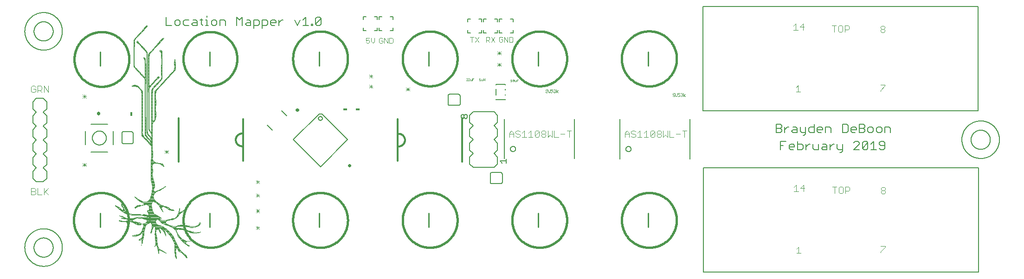
<source format=gto>
G75*
%MOIN*%
%OFA0B0*%
%FSLAX25Y25*%
%IPPOS*%
%LPD*%
%AMOC8*
5,1,8,0,0,1.08239X$1,22.5*
%
%ADD10C,0.01600*%
%ADD11C,0.00100*%
%ADD12C,0.00300*%
%ADD13C,0.00400*%
%ADD14C,0.00200*%
%ADD15C,0.00700*%
%ADD16C,0.01200*%
%ADD17C,0.00500*%
%ADD18R,0.01800X0.03000*%
%ADD19C,0.02200*%
%ADD20C,0.00600*%
%ADD21R,0.03000X0.01800*%
%ADD22C,0.00800*%
%ADD23C,0.01000*%
%ADD24C,0.00394*%
D10*
X0041560Y0039595D02*
X0041566Y0040078D01*
X0041584Y0040561D01*
X0041613Y0041043D01*
X0041655Y0041525D01*
X0041708Y0042005D01*
X0041773Y0042484D01*
X0041850Y0042961D01*
X0041938Y0043436D01*
X0042038Y0043909D01*
X0042150Y0044379D01*
X0042273Y0044846D01*
X0042408Y0045310D01*
X0042554Y0045771D01*
X0042711Y0046228D01*
X0042879Y0046681D01*
X0043059Y0047130D01*
X0043249Y0047574D01*
X0043450Y0048013D01*
X0043662Y0048447D01*
X0043885Y0048876D01*
X0044118Y0049300D01*
X0044361Y0049717D01*
X0044615Y0050129D01*
X0044878Y0050534D01*
X0045152Y0050932D01*
X0045435Y0051324D01*
X0045727Y0051708D01*
X0046029Y0052086D01*
X0046340Y0052455D01*
X0046660Y0052817D01*
X0046989Y0053171D01*
X0047327Y0053517D01*
X0047673Y0053855D01*
X0048027Y0054184D01*
X0048389Y0054504D01*
X0048758Y0054815D01*
X0049136Y0055117D01*
X0049520Y0055409D01*
X0049912Y0055692D01*
X0050310Y0055966D01*
X0050715Y0056229D01*
X0051127Y0056483D01*
X0051544Y0056726D01*
X0051968Y0056959D01*
X0052397Y0057182D01*
X0052831Y0057394D01*
X0053270Y0057595D01*
X0053714Y0057785D01*
X0054163Y0057965D01*
X0054616Y0058133D01*
X0055073Y0058290D01*
X0055534Y0058436D01*
X0055998Y0058571D01*
X0056465Y0058694D01*
X0056935Y0058806D01*
X0057408Y0058906D01*
X0057883Y0058994D01*
X0058360Y0059071D01*
X0058839Y0059136D01*
X0059319Y0059189D01*
X0059801Y0059231D01*
X0060283Y0059260D01*
X0060766Y0059278D01*
X0061249Y0059284D01*
X0061732Y0059278D01*
X0062215Y0059260D01*
X0062697Y0059231D01*
X0063179Y0059189D01*
X0063659Y0059136D01*
X0064138Y0059071D01*
X0064615Y0058994D01*
X0065090Y0058906D01*
X0065563Y0058806D01*
X0066033Y0058694D01*
X0066500Y0058571D01*
X0066964Y0058436D01*
X0067425Y0058290D01*
X0067882Y0058133D01*
X0068335Y0057965D01*
X0068784Y0057785D01*
X0069228Y0057595D01*
X0069667Y0057394D01*
X0070101Y0057182D01*
X0070530Y0056959D01*
X0070954Y0056726D01*
X0071371Y0056483D01*
X0071783Y0056229D01*
X0072188Y0055966D01*
X0072586Y0055692D01*
X0072978Y0055409D01*
X0073362Y0055117D01*
X0073740Y0054815D01*
X0074109Y0054504D01*
X0074471Y0054184D01*
X0074825Y0053855D01*
X0075171Y0053517D01*
X0075509Y0053171D01*
X0075838Y0052817D01*
X0076158Y0052455D01*
X0076469Y0052086D01*
X0076771Y0051708D01*
X0077063Y0051324D01*
X0077346Y0050932D01*
X0077620Y0050534D01*
X0077883Y0050129D01*
X0078137Y0049717D01*
X0078380Y0049300D01*
X0078613Y0048876D01*
X0078836Y0048447D01*
X0079048Y0048013D01*
X0079249Y0047574D01*
X0079439Y0047130D01*
X0079619Y0046681D01*
X0079787Y0046228D01*
X0079944Y0045771D01*
X0080090Y0045310D01*
X0080225Y0044846D01*
X0080348Y0044379D01*
X0080460Y0043909D01*
X0080560Y0043436D01*
X0080648Y0042961D01*
X0080725Y0042484D01*
X0080790Y0042005D01*
X0080843Y0041525D01*
X0080885Y0041043D01*
X0080914Y0040561D01*
X0080932Y0040078D01*
X0080938Y0039595D01*
X0080932Y0039112D01*
X0080914Y0038629D01*
X0080885Y0038147D01*
X0080843Y0037665D01*
X0080790Y0037185D01*
X0080725Y0036706D01*
X0080648Y0036229D01*
X0080560Y0035754D01*
X0080460Y0035281D01*
X0080348Y0034811D01*
X0080225Y0034344D01*
X0080090Y0033880D01*
X0079944Y0033419D01*
X0079787Y0032962D01*
X0079619Y0032509D01*
X0079439Y0032060D01*
X0079249Y0031616D01*
X0079048Y0031177D01*
X0078836Y0030743D01*
X0078613Y0030314D01*
X0078380Y0029890D01*
X0078137Y0029473D01*
X0077883Y0029061D01*
X0077620Y0028656D01*
X0077346Y0028258D01*
X0077063Y0027866D01*
X0076771Y0027482D01*
X0076469Y0027104D01*
X0076158Y0026735D01*
X0075838Y0026373D01*
X0075509Y0026019D01*
X0075171Y0025673D01*
X0074825Y0025335D01*
X0074471Y0025006D01*
X0074109Y0024686D01*
X0073740Y0024375D01*
X0073362Y0024073D01*
X0072978Y0023781D01*
X0072586Y0023498D01*
X0072188Y0023224D01*
X0071783Y0022961D01*
X0071371Y0022707D01*
X0070954Y0022464D01*
X0070530Y0022231D01*
X0070101Y0022008D01*
X0069667Y0021796D01*
X0069228Y0021595D01*
X0068784Y0021405D01*
X0068335Y0021225D01*
X0067882Y0021057D01*
X0067425Y0020900D01*
X0066964Y0020754D01*
X0066500Y0020619D01*
X0066033Y0020496D01*
X0065563Y0020384D01*
X0065090Y0020284D01*
X0064615Y0020196D01*
X0064138Y0020119D01*
X0063659Y0020054D01*
X0063179Y0020001D01*
X0062697Y0019959D01*
X0062215Y0019930D01*
X0061732Y0019912D01*
X0061249Y0019906D01*
X0060766Y0019912D01*
X0060283Y0019930D01*
X0059801Y0019959D01*
X0059319Y0020001D01*
X0058839Y0020054D01*
X0058360Y0020119D01*
X0057883Y0020196D01*
X0057408Y0020284D01*
X0056935Y0020384D01*
X0056465Y0020496D01*
X0055998Y0020619D01*
X0055534Y0020754D01*
X0055073Y0020900D01*
X0054616Y0021057D01*
X0054163Y0021225D01*
X0053714Y0021405D01*
X0053270Y0021595D01*
X0052831Y0021796D01*
X0052397Y0022008D01*
X0051968Y0022231D01*
X0051544Y0022464D01*
X0051127Y0022707D01*
X0050715Y0022961D01*
X0050310Y0023224D01*
X0049912Y0023498D01*
X0049520Y0023781D01*
X0049136Y0024073D01*
X0048758Y0024375D01*
X0048389Y0024686D01*
X0048027Y0025006D01*
X0047673Y0025335D01*
X0047327Y0025673D01*
X0046989Y0026019D01*
X0046660Y0026373D01*
X0046340Y0026735D01*
X0046029Y0027104D01*
X0045727Y0027482D01*
X0045435Y0027866D01*
X0045152Y0028258D01*
X0044878Y0028656D01*
X0044615Y0029061D01*
X0044361Y0029473D01*
X0044118Y0029890D01*
X0043885Y0030314D01*
X0043662Y0030743D01*
X0043450Y0031177D01*
X0043249Y0031616D01*
X0043059Y0032060D01*
X0042879Y0032509D01*
X0042711Y0032962D01*
X0042554Y0033419D01*
X0042408Y0033880D01*
X0042273Y0034344D01*
X0042150Y0034811D01*
X0042038Y0035281D01*
X0041938Y0035754D01*
X0041850Y0036229D01*
X0041773Y0036706D01*
X0041708Y0037185D01*
X0041655Y0037665D01*
X0041613Y0038147D01*
X0041584Y0038629D01*
X0041566Y0039112D01*
X0041560Y0039595D01*
X0120300Y0039595D02*
X0120306Y0040078D01*
X0120324Y0040561D01*
X0120353Y0041043D01*
X0120395Y0041525D01*
X0120448Y0042005D01*
X0120513Y0042484D01*
X0120590Y0042961D01*
X0120678Y0043436D01*
X0120778Y0043909D01*
X0120890Y0044379D01*
X0121013Y0044846D01*
X0121148Y0045310D01*
X0121294Y0045771D01*
X0121451Y0046228D01*
X0121619Y0046681D01*
X0121799Y0047130D01*
X0121989Y0047574D01*
X0122190Y0048013D01*
X0122402Y0048447D01*
X0122625Y0048876D01*
X0122858Y0049300D01*
X0123101Y0049717D01*
X0123355Y0050129D01*
X0123618Y0050534D01*
X0123892Y0050932D01*
X0124175Y0051324D01*
X0124467Y0051708D01*
X0124769Y0052086D01*
X0125080Y0052455D01*
X0125400Y0052817D01*
X0125729Y0053171D01*
X0126067Y0053517D01*
X0126413Y0053855D01*
X0126767Y0054184D01*
X0127129Y0054504D01*
X0127498Y0054815D01*
X0127876Y0055117D01*
X0128260Y0055409D01*
X0128652Y0055692D01*
X0129050Y0055966D01*
X0129455Y0056229D01*
X0129867Y0056483D01*
X0130284Y0056726D01*
X0130708Y0056959D01*
X0131137Y0057182D01*
X0131571Y0057394D01*
X0132010Y0057595D01*
X0132454Y0057785D01*
X0132903Y0057965D01*
X0133356Y0058133D01*
X0133813Y0058290D01*
X0134274Y0058436D01*
X0134738Y0058571D01*
X0135205Y0058694D01*
X0135675Y0058806D01*
X0136148Y0058906D01*
X0136623Y0058994D01*
X0137100Y0059071D01*
X0137579Y0059136D01*
X0138059Y0059189D01*
X0138541Y0059231D01*
X0139023Y0059260D01*
X0139506Y0059278D01*
X0139989Y0059284D01*
X0140472Y0059278D01*
X0140955Y0059260D01*
X0141437Y0059231D01*
X0141919Y0059189D01*
X0142399Y0059136D01*
X0142878Y0059071D01*
X0143355Y0058994D01*
X0143830Y0058906D01*
X0144303Y0058806D01*
X0144773Y0058694D01*
X0145240Y0058571D01*
X0145704Y0058436D01*
X0146165Y0058290D01*
X0146622Y0058133D01*
X0147075Y0057965D01*
X0147524Y0057785D01*
X0147968Y0057595D01*
X0148407Y0057394D01*
X0148841Y0057182D01*
X0149270Y0056959D01*
X0149694Y0056726D01*
X0150111Y0056483D01*
X0150523Y0056229D01*
X0150928Y0055966D01*
X0151326Y0055692D01*
X0151718Y0055409D01*
X0152102Y0055117D01*
X0152480Y0054815D01*
X0152849Y0054504D01*
X0153211Y0054184D01*
X0153565Y0053855D01*
X0153911Y0053517D01*
X0154249Y0053171D01*
X0154578Y0052817D01*
X0154898Y0052455D01*
X0155209Y0052086D01*
X0155511Y0051708D01*
X0155803Y0051324D01*
X0156086Y0050932D01*
X0156360Y0050534D01*
X0156623Y0050129D01*
X0156877Y0049717D01*
X0157120Y0049300D01*
X0157353Y0048876D01*
X0157576Y0048447D01*
X0157788Y0048013D01*
X0157989Y0047574D01*
X0158179Y0047130D01*
X0158359Y0046681D01*
X0158527Y0046228D01*
X0158684Y0045771D01*
X0158830Y0045310D01*
X0158965Y0044846D01*
X0159088Y0044379D01*
X0159200Y0043909D01*
X0159300Y0043436D01*
X0159388Y0042961D01*
X0159465Y0042484D01*
X0159530Y0042005D01*
X0159583Y0041525D01*
X0159625Y0041043D01*
X0159654Y0040561D01*
X0159672Y0040078D01*
X0159678Y0039595D01*
X0159672Y0039112D01*
X0159654Y0038629D01*
X0159625Y0038147D01*
X0159583Y0037665D01*
X0159530Y0037185D01*
X0159465Y0036706D01*
X0159388Y0036229D01*
X0159300Y0035754D01*
X0159200Y0035281D01*
X0159088Y0034811D01*
X0158965Y0034344D01*
X0158830Y0033880D01*
X0158684Y0033419D01*
X0158527Y0032962D01*
X0158359Y0032509D01*
X0158179Y0032060D01*
X0157989Y0031616D01*
X0157788Y0031177D01*
X0157576Y0030743D01*
X0157353Y0030314D01*
X0157120Y0029890D01*
X0156877Y0029473D01*
X0156623Y0029061D01*
X0156360Y0028656D01*
X0156086Y0028258D01*
X0155803Y0027866D01*
X0155511Y0027482D01*
X0155209Y0027104D01*
X0154898Y0026735D01*
X0154578Y0026373D01*
X0154249Y0026019D01*
X0153911Y0025673D01*
X0153565Y0025335D01*
X0153211Y0025006D01*
X0152849Y0024686D01*
X0152480Y0024375D01*
X0152102Y0024073D01*
X0151718Y0023781D01*
X0151326Y0023498D01*
X0150928Y0023224D01*
X0150523Y0022961D01*
X0150111Y0022707D01*
X0149694Y0022464D01*
X0149270Y0022231D01*
X0148841Y0022008D01*
X0148407Y0021796D01*
X0147968Y0021595D01*
X0147524Y0021405D01*
X0147075Y0021225D01*
X0146622Y0021057D01*
X0146165Y0020900D01*
X0145704Y0020754D01*
X0145240Y0020619D01*
X0144773Y0020496D01*
X0144303Y0020384D01*
X0143830Y0020284D01*
X0143355Y0020196D01*
X0142878Y0020119D01*
X0142399Y0020054D01*
X0141919Y0020001D01*
X0141437Y0019959D01*
X0140955Y0019930D01*
X0140472Y0019912D01*
X0139989Y0019906D01*
X0139506Y0019912D01*
X0139023Y0019930D01*
X0138541Y0019959D01*
X0138059Y0020001D01*
X0137579Y0020054D01*
X0137100Y0020119D01*
X0136623Y0020196D01*
X0136148Y0020284D01*
X0135675Y0020384D01*
X0135205Y0020496D01*
X0134738Y0020619D01*
X0134274Y0020754D01*
X0133813Y0020900D01*
X0133356Y0021057D01*
X0132903Y0021225D01*
X0132454Y0021405D01*
X0132010Y0021595D01*
X0131571Y0021796D01*
X0131137Y0022008D01*
X0130708Y0022231D01*
X0130284Y0022464D01*
X0129867Y0022707D01*
X0129455Y0022961D01*
X0129050Y0023224D01*
X0128652Y0023498D01*
X0128260Y0023781D01*
X0127876Y0024073D01*
X0127498Y0024375D01*
X0127129Y0024686D01*
X0126767Y0025006D01*
X0126413Y0025335D01*
X0126067Y0025673D01*
X0125729Y0026019D01*
X0125400Y0026373D01*
X0125080Y0026735D01*
X0124769Y0027104D01*
X0124467Y0027482D01*
X0124175Y0027866D01*
X0123892Y0028258D01*
X0123618Y0028656D01*
X0123355Y0029061D01*
X0123101Y0029473D01*
X0122858Y0029890D01*
X0122625Y0030314D01*
X0122402Y0030743D01*
X0122190Y0031177D01*
X0121989Y0031616D01*
X0121799Y0032060D01*
X0121619Y0032509D01*
X0121451Y0032962D01*
X0121294Y0033419D01*
X0121148Y0033880D01*
X0121013Y0034344D01*
X0120890Y0034811D01*
X0120778Y0035281D01*
X0120678Y0035754D01*
X0120590Y0036229D01*
X0120513Y0036706D01*
X0120448Y0037185D01*
X0120395Y0037665D01*
X0120353Y0038147D01*
X0120324Y0038629D01*
X0120306Y0039112D01*
X0120300Y0039595D01*
X0199028Y0039595D02*
X0199034Y0040078D01*
X0199052Y0040562D01*
X0199081Y0041044D01*
X0199123Y0041526D01*
X0199176Y0042007D01*
X0199241Y0042486D01*
X0199318Y0042963D01*
X0199407Y0043438D01*
X0199507Y0043912D01*
X0199618Y0044382D01*
X0199742Y0044850D01*
X0199876Y0045314D01*
X0200022Y0045775D01*
X0200180Y0046232D01*
X0200348Y0046685D01*
X0200528Y0047134D01*
X0200718Y0047579D01*
X0200920Y0048018D01*
X0201132Y0048453D01*
X0201354Y0048882D01*
X0201587Y0049306D01*
X0201831Y0049723D01*
X0202085Y0050135D01*
X0202348Y0050540D01*
X0202622Y0050939D01*
X0202905Y0051331D01*
X0203198Y0051716D01*
X0203500Y0052093D01*
X0203811Y0052463D01*
X0204132Y0052825D01*
X0204461Y0053180D01*
X0204798Y0053526D01*
X0205144Y0053863D01*
X0205499Y0054192D01*
X0205861Y0054513D01*
X0206231Y0054824D01*
X0206608Y0055126D01*
X0206993Y0055419D01*
X0207385Y0055702D01*
X0207784Y0055976D01*
X0208189Y0056239D01*
X0208601Y0056493D01*
X0209018Y0056737D01*
X0209442Y0056970D01*
X0209871Y0057192D01*
X0210306Y0057404D01*
X0210745Y0057606D01*
X0211190Y0057796D01*
X0211639Y0057976D01*
X0212092Y0058144D01*
X0212549Y0058302D01*
X0213010Y0058448D01*
X0213474Y0058582D01*
X0213942Y0058706D01*
X0214412Y0058817D01*
X0214886Y0058917D01*
X0215361Y0059006D01*
X0215838Y0059083D01*
X0216317Y0059148D01*
X0216798Y0059201D01*
X0217280Y0059243D01*
X0217762Y0059272D01*
X0218246Y0059290D01*
X0218729Y0059296D01*
X0219212Y0059290D01*
X0219696Y0059272D01*
X0220178Y0059243D01*
X0220660Y0059201D01*
X0221141Y0059148D01*
X0221620Y0059083D01*
X0222097Y0059006D01*
X0222572Y0058917D01*
X0223046Y0058817D01*
X0223516Y0058706D01*
X0223984Y0058582D01*
X0224448Y0058448D01*
X0224909Y0058302D01*
X0225366Y0058144D01*
X0225819Y0057976D01*
X0226268Y0057796D01*
X0226713Y0057606D01*
X0227152Y0057404D01*
X0227587Y0057192D01*
X0228016Y0056970D01*
X0228440Y0056737D01*
X0228857Y0056493D01*
X0229269Y0056239D01*
X0229674Y0055976D01*
X0230073Y0055702D01*
X0230465Y0055419D01*
X0230850Y0055126D01*
X0231227Y0054824D01*
X0231597Y0054513D01*
X0231959Y0054192D01*
X0232314Y0053863D01*
X0232660Y0053526D01*
X0232997Y0053180D01*
X0233326Y0052825D01*
X0233647Y0052463D01*
X0233958Y0052093D01*
X0234260Y0051716D01*
X0234553Y0051331D01*
X0234836Y0050939D01*
X0235110Y0050540D01*
X0235373Y0050135D01*
X0235627Y0049723D01*
X0235871Y0049306D01*
X0236104Y0048882D01*
X0236326Y0048453D01*
X0236538Y0048018D01*
X0236740Y0047579D01*
X0236930Y0047134D01*
X0237110Y0046685D01*
X0237278Y0046232D01*
X0237436Y0045775D01*
X0237582Y0045314D01*
X0237716Y0044850D01*
X0237840Y0044382D01*
X0237951Y0043912D01*
X0238051Y0043438D01*
X0238140Y0042963D01*
X0238217Y0042486D01*
X0238282Y0042007D01*
X0238335Y0041526D01*
X0238377Y0041044D01*
X0238406Y0040562D01*
X0238424Y0040078D01*
X0238430Y0039595D01*
X0238424Y0039112D01*
X0238406Y0038628D01*
X0238377Y0038146D01*
X0238335Y0037664D01*
X0238282Y0037183D01*
X0238217Y0036704D01*
X0238140Y0036227D01*
X0238051Y0035752D01*
X0237951Y0035278D01*
X0237840Y0034808D01*
X0237716Y0034340D01*
X0237582Y0033876D01*
X0237436Y0033415D01*
X0237278Y0032958D01*
X0237110Y0032505D01*
X0236930Y0032056D01*
X0236740Y0031611D01*
X0236538Y0031172D01*
X0236326Y0030737D01*
X0236104Y0030308D01*
X0235871Y0029884D01*
X0235627Y0029467D01*
X0235373Y0029055D01*
X0235110Y0028650D01*
X0234836Y0028251D01*
X0234553Y0027859D01*
X0234260Y0027474D01*
X0233958Y0027097D01*
X0233647Y0026727D01*
X0233326Y0026365D01*
X0232997Y0026010D01*
X0232660Y0025664D01*
X0232314Y0025327D01*
X0231959Y0024998D01*
X0231597Y0024677D01*
X0231227Y0024366D01*
X0230850Y0024064D01*
X0230465Y0023771D01*
X0230073Y0023488D01*
X0229674Y0023214D01*
X0229269Y0022951D01*
X0228857Y0022697D01*
X0228440Y0022453D01*
X0228016Y0022220D01*
X0227587Y0021998D01*
X0227152Y0021786D01*
X0226713Y0021584D01*
X0226268Y0021394D01*
X0225819Y0021214D01*
X0225366Y0021046D01*
X0224909Y0020888D01*
X0224448Y0020742D01*
X0223984Y0020608D01*
X0223516Y0020484D01*
X0223046Y0020373D01*
X0222572Y0020273D01*
X0222097Y0020184D01*
X0221620Y0020107D01*
X0221141Y0020042D01*
X0220660Y0019989D01*
X0220178Y0019947D01*
X0219696Y0019918D01*
X0219212Y0019900D01*
X0218729Y0019894D01*
X0218246Y0019900D01*
X0217762Y0019918D01*
X0217280Y0019947D01*
X0216798Y0019989D01*
X0216317Y0020042D01*
X0215838Y0020107D01*
X0215361Y0020184D01*
X0214886Y0020273D01*
X0214412Y0020373D01*
X0213942Y0020484D01*
X0213474Y0020608D01*
X0213010Y0020742D01*
X0212549Y0020888D01*
X0212092Y0021046D01*
X0211639Y0021214D01*
X0211190Y0021394D01*
X0210745Y0021584D01*
X0210306Y0021786D01*
X0209871Y0021998D01*
X0209442Y0022220D01*
X0209018Y0022453D01*
X0208601Y0022697D01*
X0208189Y0022951D01*
X0207784Y0023214D01*
X0207385Y0023488D01*
X0206993Y0023771D01*
X0206608Y0024064D01*
X0206231Y0024366D01*
X0205861Y0024677D01*
X0205499Y0024998D01*
X0205144Y0025327D01*
X0204798Y0025664D01*
X0204461Y0026010D01*
X0204132Y0026365D01*
X0203811Y0026727D01*
X0203500Y0027097D01*
X0203198Y0027474D01*
X0202905Y0027859D01*
X0202622Y0028251D01*
X0202348Y0028650D01*
X0202085Y0029055D01*
X0201831Y0029467D01*
X0201587Y0029884D01*
X0201354Y0030308D01*
X0201132Y0030737D01*
X0200920Y0031172D01*
X0200718Y0031611D01*
X0200528Y0032056D01*
X0200348Y0032505D01*
X0200180Y0032958D01*
X0200022Y0033415D01*
X0199876Y0033876D01*
X0199742Y0034340D01*
X0199618Y0034808D01*
X0199507Y0035278D01*
X0199407Y0035752D01*
X0199318Y0036227D01*
X0199241Y0036704D01*
X0199176Y0037183D01*
X0199123Y0037664D01*
X0199081Y0038146D01*
X0199052Y0038628D01*
X0199034Y0039112D01*
X0199028Y0039595D01*
X0277784Y0039595D02*
X0277790Y0040078D01*
X0277808Y0040561D01*
X0277837Y0041043D01*
X0277879Y0041524D01*
X0277932Y0042005D01*
X0277997Y0042483D01*
X0278074Y0042960D01*
X0278162Y0043435D01*
X0278262Y0043908D01*
X0278374Y0044378D01*
X0278497Y0044845D01*
X0278632Y0045309D01*
X0278778Y0045770D01*
X0278935Y0046227D01*
X0279103Y0046680D01*
X0279282Y0047128D01*
X0279473Y0047572D01*
X0279674Y0048011D01*
X0279886Y0048446D01*
X0280108Y0048874D01*
X0280341Y0049298D01*
X0280585Y0049715D01*
X0280838Y0050126D01*
X0281102Y0050531D01*
X0281375Y0050930D01*
X0281658Y0051321D01*
X0281950Y0051706D01*
X0282252Y0052083D01*
X0282563Y0052453D01*
X0282883Y0052815D01*
X0283212Y0053169D01*
X0283550Y0053514D01*
X0283895Y0053852D01*
X0284249Y0054181D01*
X0284611Y0054501D01*
X0284981Y0054812D01*
X0285358Y0055114D01*
X0285743Y0055406D01*
X0286134Y0055689D01*
X0286533Y0055962D01*
X0286938Y0056226D01*
X0287349Y0056479D01*
X0287766Y0056723D01*
X0288190Y0056956D01*
X0288618Y0057178D01*
X0289053Y0057390D01*
X0289492Y0057591D01*
X0289936Y0057782D01*
X0290384Y0057961D01*
X0290837Y0058129D01*
X0291294Y0058286D01*
X0291755Y0058432D01*
X0292219Y0058567D01*
X0292686Y0058690D01*
X0293156Y0058802D01*
X0293629Y0058902D01*
X0294104Y0058990D01*
X0294581Y0059067D01*
X0295059Y0059132D01*
X0295540Y0059185D01*
X0296021Y0059227D01*
X0296503Y0059256D01*
X0296986Y0059274D01*
X0297469Y0059280D01*
X0297952Y0059274D01*
X0298435Y0059256D01*
X0298917Y0059227D01*
X0299398Y0059185D01*
X0299879Y0059132D01*
X0300357Y0059067D01*
X0300834Y0058990D01*
X0301309Y0058902D01*
X0301782Y0058802D01*
X0302252Y0058690D01*
X0302719Y0058567D01*
X0303183Y0058432D01*
X0303644Y0058286D01*
X0304101Y0058129D01*
X0304554Y0057961D01*
X0305002Y0057782D01*
X0305446Y0057591D01*
X0305885Y0057390D01*
X0306320Y0057178D01*
X0306748Y0056956D01*
X0307172Y0056723D01*
X0307589Y0056479D01*
X0308000Y0056226D01*
X0308405Y0055962D01*
X0308804Y0055689D01*
X0309195Y0055406D01*
X0309580Y0055114D01*
X0309957Y0054812D01*
X0310327Y0054501D01*
X0310689Y0054181D01*
X0311043Y0053852D01*
X0311388Y0053514D01*
X0311726Y0053169D01*
X0312055Y0052815D01*
X0312375Y0052453D01*
X0312686Y0052083D01*
X0312988Y0051706D01*
X0313280Y0051321D01*
X0313563Y0050930D01*
X0313836Y0050531D01*
X0314100Y0050126D01*
X0314353Y0049715D01*
X0314597Y0049298D01*
X0314830Y0048874D01*
X0315052Y0048446D01*
X0315264Y0048011D01*
X0315465Y0047572D01*
X0315656Y0047128D01*
X0315835Y0046680D01*
X0316003Y0046227D01*
X0316160Y0045770D01*
X0316306Y0045309D01*
X0316441Y0044845D01*
X0316564Y0044378D01*
X0316676Y0043908D01*
X0316776Y0043435D01*
X0316864Y0042960D01*
X0316941Y0042483D01*
X0317006Y0042005D01*
X0317059Y0041524D01*
X0317101Y0041043D01*
X0317130Y0040561D01*
X0317148Y0040078D01*
X0317154Y0039595D01*
X0317148Y0039112D01*
X0317130Y0038629D01*
X0317101Y0038147D01*
X0317059Y0037666D01*
X0317006Y0037185D01*
X0316941Y0036707D01*
X0316864Y0036230D01*
X0316776Y0035755D01*
X0316676Y0035282D01*
X0316564Y0034812D01*
X0316441Y0034345D01*
X0316306Y0033881D01*
X0316160Y0033420D01*
X0316003Y0032963D01*
X0315835Y0032510D01*
X0315656Y0032062D01*
X0315465Y0031618D01*
X0315264Y0031179D01*
X0315052Y0030744D01*
X0314830Y0030316D01*
X0314597Y0029892D01*
X0314353Y0029475D01*
X0314100Y0029064D01*
X0313836Y0028659D01*
X0313563Y0028260D01*
X0313280Y0027869D01*
X0312988Y0027484D01*
X0312686Y0027107D01*
X0312375Y0026737D01*
X0312055Y0026375D01*
X0311726Y0026021D01*
X0311388Y0025676D01*
X0311043Y0025338D01*
X0310689Y0025009D01*
X0310327Y0024689D01*
X0309957Y0024378D01*
X0309580Y0024076D01*
X0309195Y0023784D01*
X0308804Y0023501D01*
X0308405Y0023228D01*
X0308000Y0022964D01*
X0307589Y0022711D01*
X0307172Y0022467D01*
X0306748Y0022234D01*
X0306320Y0022012D01*
X0305885Y0021800D01*
X0305446Y0021599D01*
X0305002Y0021408D01*
X0304554Y0021229D01*
X0304101Y0021061D01*
X0303644Y0020904D01*
X0303183Y0020758D01*
X0302719Y0020623D01*
X0302252Y0020500D01*
X0301782Y0020388D01*
X0301309Y0020288D01*
X0300834Y0020200D01*
X0300357Y0020123D01*
X0299879Y0020058D01*
X0299398Y0020005D01*
X0298917Y0019963D01*
X0298435Y0019934D01*
X0297952Y0019916D01*
X0297469Y0019910D01*
X0296986Y0019916D01*
X0296503Y0019934D01*
X0296021Y0019963D01*
X0295540Y0020005D01*
X0295059Y0020058D01*
X0294581Y0020123D01*
X0294104Y0020200D01*
X0293629Y0020288D01*
X0293156Y0020388D01*
X0292686Y0020500D01*
X0292219Y0020623D01*
X0291755Y0020758D01*
X0291294Y0020904D01*
X0290837Y0021061D01*
X0290384Y0021229D01*
X0289936Y0021408D01*
X0289492Y0021599D01*
X0289053Y0021800D01*
X0288618Y0022012D01*
X0288190Y0022234D01*
X0287766Y0022467D01*
X0287349Y0022711D01*
X0286938Y0022964D01*
X0286533Y0023228D01*
X0286134Y0023501D01*
X0285743Y0023784D01*
X0285358Y0024076D01*
X0284981Y0024378D01*
X0284611Y0024689D01*
X0284249Y0025009D01*
X0283895Y0025338D01*
X0283550Y0025676D01*
X0283212Y0026021D01*
X0282883Y0026375D01*
X0282563Y0026737D01*
X0282252Y0027107D01*
X0281950Y0027484D01*
X0281658Y0027869D01*
X0281375Y0028260D01*
X0281102Y0028659D01*
X0280838Y0029064D01*
X0280585Y0029475D01*
X0280341Y0029892D01*
X0280108Y0030316D01*
X0279886Y0030744D01*
X0279674Y0031179D01*
X0279473Y0031618D01*
X0279282Y0032062D01*
X0279103Y0032510D01*
X0278935Y0032963D01*
X0278778Y0033420D01*
X0278632Y0033881D01*
X0278497Y0034345D01*
X0278374Y0034812D01*
X0278262Y0035282D01*
X0278162Y0035755D01*
X0278074Y0036230D01*
X0277997Y0036707D01*
X0277932Y0037185D01*
X0277879Y0037666D01*
X0277837Y0038147D01*
X0277808Y0038629D01*
X0277790Y0039112D01*
X0277784Y0039595D01*
X0356524Y0039595D02*
X0356530Y0040078D01*
X0356548Y0040561D01*
X0356577Y0041043D01*
X0356619Y0041524D01*
X0356672Y0042005D01*
X0356737Y0042483D01*
X0356814Y0042960D01*
X0356902Y0043435D01*
X0357002Y0043908D01*
X0357114Y0044378D01*
X0357237Y0044845D01*
X0357372Y0045309D01*
X0357518Y0045770D01*
X0357675Y0046227D01*
X0357843Y0046680D01*
X0358022Y0047128D01*
X0358213Y0047572D01*
X0358414Y0048011D01*
X0358626Y0048446D01*
X0358848Y0048874D01*
X0359081Y0049298D01*
X0359325Y0049715D01*
X0359578Y0050126D01*
X0359842Y0050531D01*
X0360115Y0050930D01*
X0360398Y0051321D01*
X0360690Y0051706D01*
X0360992Y0052083D01*
X0361303Y0052453D01*
X0361623Y0052815D01*
X0361952Y0053169D01*
X0362290Y0053514D01*
X0362635Y0053852D01*
X0362989Y0054181D01*
X0363351Y0054501D01*
X0363721Y0054812D01*
X0364098Y0055114D01*
X0364483Y0055406D01*
X0364874Y0055689D01*
X0365273Y0055962D01*
X0365678Y0056226D01*
X0366089Y0056479D01*
X0366506Y0056723D01*
X0366930Y0056956D01*
X0367358Y0057178D01*
X0367793Y0057390D01*
X0368232Y0057591D01*
X0368676Y0057782D01*
X0369124Y0057961D01*
X0369577Y0058129D01*
X0370034Y0058286D01*
X0370495Y0058432D01*
X0370959Y0058567D01*
X0371426Y0058690D01*
X0371896Y0058802D01*
X0372369Y0058902D01*
X0372844Y0058990D01*
X0373321Y0059067D01*
X0373799Y0059132D01*
X0374280Y0059185D01*
X0374761Y0059227D01*
X0375243Y0059256D01*
X0375726Y0059274D01*
X0376209Y0059280D01*
X0376692Y0059274D01*
X0377175Y0059256D01*
X0377657Y0059227D01*
X0378138Y0059185D01*
X0378619Y0059132D01*
X0379097Y0059067D01*
X0379574Y0058990D01*
X0380049Y0058902D01*
X0380522Y0058802D01*
X0380992Y0058690D01*
X0381459Y0058567D01*
X0381923Y0058432D01*
X0382384Y0058286D01*
X0382841Y0058129D01*
X0383294Y0057961D01*
X0383742Y0057782D01*
X0384186Y0057591D01*
X0384625Y0057390D01*
X0385060Y0057178D01*
X0385488Y0056956D01*
X0385912Y0056723D01*
X0386329Y0056479D01*
X0386740Y0056226D01*
X0387145Y0055962D01*
X0387544Y0055689D01*
X0387935Y0055406D01*
X0388320Y0055114D01*
X0388697Y0054812D01*
X0389067Y0054501D01*
X0389429Y0054181D01*
X0389783Y0053852D01*
X0390128Y0053514D01*
X0390466Y0053169D01*
X0390795Y0052815D01*
X0391115Y0052453D01*
X0391426Y0052083D01*
X0391728Y0051706D01*
X0392020Y0051321D01*
X0392303Y0050930D01*
X0392576Y0050531D01*
X0392840Y0050126D01*
X0393093Y0049715D01*
X0393337Y0049298D01*
X0393570Y0048874D01*
X0393792Y0048446D01*
X0394004Y0048011D01*
X0394205Y0047572D01*
X0394396Y0047128D01*
X0394575Y0046680D01*
X0394743Y0046227D01*
X0394900Y0045770D01*
X0395046Y0045309D01*
X0395181Y0044845D01*
X0395304Y0044378D01*
X0395416Y0043908D01*
X0395516Y0043435D01*
X0395604Y0042960D01*
X0395681Y0042483D01*
X0395746Y0042005D01*
X0395799Y0041524D01*
X0395841Y0041043D01*
X0395870Y0040561D01*
X0395888Y0040078D01*
X0395894Y0039595D01*
X0395888Y0039112D01*
X0395870Y0038629D01*
X0395841Y0038147D01*
X0395799Y0037666D01*
X0395746Y0037185D01*
X0395681Y0036707D01*
X0395604Y0036230D01*
X0395516Y0035755D01*
X0395416Y0035282D01*
X0395304Y0034812D01*
X0395181Y0034345D01*
X0395046Y0033881D01*
X0394900Y0033420D01*
X0394743Y0032963D01*
X0394575Y0032510D01*
X0394396Y0032062D01*
X0394205Y0031618D01*
X0394004Y0031179D01*
X0393792Y0030744D01*
X0393570Y0030316D01*
X0393337Y0029892D01*
X0393093Y0029475D01*
X0392840Y0029064D01*
X0392576Y0028659D01*
X0392303Y0028260D01*
X0392020Y0027869D01*
X0391728Y0027484D01*
X0391426Y0027107D01*
X0391115Y0026737D01*
X0390795Y0026375D01*
X0390466Y0026021D01*
X0390128Y0025676D01*
X0389783Y0025338D01*
X0389429Y0025009D01*
X0389067Y0024689D01*
X0388697Y0024378D01*
X0388320Y0024076D01*
X0387935Y0023784D01*
X0387544Y0023501D01*
X0387145Y0023228D01*
X0386740Y0022964D01*
X0386329Y0022711D01*
X0385912Y0022467D01*
X0385488Y0022234D01*
X0385060Y0022012D01*
X0384625Y0021800D01*
X0384186Y0021599D01*
X0383742Y0021408D01*
X0383294Y0021229D01*
X0382841Y0021061D01*
X0382384Y0020904D01*
X0381923Y0020758D01*
X0381459Y0020623D01*
X0380992Y0020500D01*
X0380522Y0020388D01*
X0380049Y0020288D01*
X0379574Y0020200D01*
X0379097Y0020123D01*
X0378619Y0020058D01*
X0378138Y0020005D01*
X0377657Y0019963D01*
X0377175Y0019934D01*
X0376692Y0019916D01*
X0376209Y0019910D01*
X0375726Y0019916D01*
X0375243Y0019934D01*
X0374761Y0019963D01*
X0374280Y0020005D01*
X0373799Y0020058D01*
X0373321Y0020123D01*
X0372844Y0020200D01*
X0372369Y0020288D01*
X0371896Y0020388D01*
X0371426Y0020500D01*
X0370959Y0020623D01*
X0370495Y0020758D01*
X0370034Y0020904D01*
X0369577Y0021061D01*
X0369124Y0021229D01*
X0368676Y0021408D01*
X0368232Y0021599D01*
X0367793Y0021800D01*
X0367358Y0022012D01*
X0366930Y0022234D01*
X0366506Y0022467D01*
X0366089Y0022711D01*
X0365678Y0022964D01*
X0365273Y0023228D01*
X0364874Y0023501D01*
X0364483Y0023784D01*
X0364098Y0024076D01*
X0363721Y0024378D01*
X0363351Y0024689D01*
X0362989Y0025009D01*
X0362635Y0025338D01*
X0362290Y0025676D01*
X0361952Y0026021D01*
X0361623Y0026375D01*
X0361303Y0026737D01*
X0360992Y0027107D01*
X0360690Y0027484D01*
X0360398Y0027869D01*
X0360115Y0028260D01*
X0359842Y0028659D01*
X0359578Y0029064D01*
X0359325Y0029475D01*
X0359081Y0029892D01*
X0358848Y0030316D01*
X0358626Y0030744D01*
X0358414Y0031179D01*
X0358213Y0031618D01*
X0358022Y0032062D01*
X0357843Y0032510D01*
X0357675Y0032963D01*
X0357518Y0033420D01*
X0357372Y0033881D01*
X0357237Y0034345D01*
X0357114Y0034812D01*
X0357002Y0035282D01*
X0356902Y0035755D01*
X0356814Y0036230D01*
X0356737Y0036707D01*
X0356672Y0037185D01*
X0356619Y0037666D01*
X0356577Y0038147D01*
X0356548Y0038629D01*
X0356530Y0039112D01*
X0356524Y0039595D01*
X0435261Y0039595D02*
X0435267Y0040078D01*
X0435285Y0040561D01*
X0435314Y0041043D01*
X0435356Y0041525D01*
X0435409Y0042005D01*
X0435474Y0042484D01*
X0435551Y0042961D01*
X0435639Y0043436D01*
X0435739Y0043909D01*
X0435851Y0044379D01*
X0435974Y0044846D01*
X0436109Y0045310D01*
X0436255Y0045771D01*
X0436412Y0046228D01*
X0436580Y0046681D01*
X0436760Y0047130D01*
X0436950Y0047574D01*
X0437151Y0048013D01*
X0437363Y0048447D01*
X0437586Y0048876D01*
X0437819Y0049300D01*
X0438062Y0049717D01*
X0438316Y0050129D01*
X0438579Y0050534D01*
X0438853Y0050932D01*
X0439136Y0051324D01*
X0439428Y0051708D01*
X0439730Y0052086D01*
X0440041Y0052455D01*
X0440361Y0052817D01*
X0440690Y0053171D01*
X0441028Y0053517D01*
X0441374Y0053855D01*
X0441728Y0054184D01*
X0442090Y0054504D01*
X0442459Y0054815D01*
X0442837Y0055117D01*
X0443221Y0055409D01*
X0443613Y0055692D01*
X0444011Y0055966D01*
X0444416Y0056229D01*
X0444828Y0056483D01*
X0445245Y0056726D01*
X0445669Y0056959D01*
X0446098Y0057182D01*
X0446532Y0057394D01*
X0446971Y0057595D01*
X0447415Y0057785D01*
X0447864Y0057965D01*
X0448317Y0058133D01*
X0448774Y0058290D01*
X0449235Y0058436D01*
X0449699Y0058571D01*
X0450166Y0058694D01*
X0450636Y0058806D01*
X0451109Y0058906D01*
X0451584Y0058994D01*
X0452061Y0059071D01*
X0452540Y0059136D01*
X0453020Y0059189D01*
X0453502Y0059231D01*
X0453984Y0059260D01*
X0454467Y0059278D01*
X0454950Y0059284D01*
X0455433Y0059278D01*
X0455916Y0059260D01*
X0456398Y0059231D01*
X0456880Y0059189D01*
X0457360Y0059136D01*
X0457839Y0059071D01*
X0458316Y0058994D01*
X0458791Y0058906D01*
X0459264Y0058806D01*
X0459734Y0058694D01*
X0460201Y0058571D01*
X0460665Y0058436D01*
X0461126Y0058290D01*
X0461583Y0058133D01*
X0462036Y0057965D01*
X0462485Y0057785D01*
X0462929Y0057595D01*
X0463368Y0057394D01*
X0463802Y0057182D01*
X0464231Y0056959D01*
X0464655Y0056726D01*
X0465072Y0056483D01*
X0465484Y0056229D01*
X0465889Y0055966D01*
X0466287Y0055692D01*
X0466679Y0055409D01*
X0467063Y0055117D01*
X0467441Y0054815D01*
X0467810Y0054504D01*
X0468172Y0054184D01*
X0468526Y0053855D01*
X0468872Y0053517D01*
X0469210Y0053171D01*
X0469539Y0052817D01*
X0469859Y0052455D01*
X0470170Y0052086D01*
X0470472Y0051708D01*
X0470764Y0051324D01*
X0471047Y0050932D01*
X0471321Y0050534D01*
X0471584Y0050129D01*
X0471838Y0049717D01*
X0472081Y0049300D01*
X0472314Y0048876D01*
X0472537Y0048447D01*
X0472749Y0048013D01*
X0472950Y0047574D01*
X0473140Y0047130D01*
X0473320Y0046681D01*
X0473488Y0046228D01*
X0473645Y0045771D01*
X0473791Y0045310D01*
X0473926Y0044846D01*
X0474049Y0044379D01*
X0474161Y0043909D01*
X0474261Y0043436D01*
X0474349Y0042961D01*
X0474426Y0042484D01*
X0474491Y0042005D01*
X0474544Y0041525D01*
X0474586Y0041043D01*
X0474615Y0040561D01*
X0474633Y0040078D01*
X0474639Y0039595D01*
X0474633Y0039112D01*
X0474615Y0038629D01*
X0474586Y0038147D01*
X0474544Y0037665D01*
X0474491Y0037185D01*
X0474426Y0036706D01*
X0474349Y0036229D01*
X0474261Y0035754D01*
X0474161Y0035281D01*
X0474049Y0034811D01*
X0473926Y0034344D01*
X0473791Y0033880D01*
X0473645Y0033419D01*
X0473488Y0032962D01*
X0473320Y0032509D01*
X0473140Y0032060D01*
X0472950Y0031616D01*
X0472749Y0031177D01*
X0472537Y0030743D01*
X0472314Y0030314D01*
X0472081Y0029890D01*
X0471838Y0029473D01*
X0471584Y0029061D01*
X0471321Y0028656D01*
X0471047Y0028258D01*
X0470764Y0027866D01*
X0470472Y0027482D01*
X0470170Y0027104D01*
X0469859Y0026735D01*
X0469539Y0026373D01*
X0469210Y0026019D01*
X0468872Y0025673D01*
X0468526Y0025335D01*
X0468172Y0025006D01*
X0467810Y0024686D01*
X0467441Y0024375D01*
X0467063Y0024073D01*
X0466679Y0023781D01*
X0466287Y0023498D01*
X0465889Y0023224D01*
X0465484Y0022961D01*
X0465072Y0022707D01*
X0464655Y0022464D01*
X0464231Y0022231D01*
X0463802Y0022008D01*
X0463368Y0021796D01*
X0462929Y0021595D01*
X0462485Y0021405D01*
X0462036Y0021225D01*
X0461583Y0021057D01*
X0461126Y0020900D01*
X0460665Y0020754D01*
X0460201Y0020619D01*
X0459734Y0020496D01*
X0459264Y0020384D01*
X0458791Y0020284D01*
X0458316Y0020196D01*
X0457839Y0020119D01*
X0457360Y0020054D01*
X0456880Y0020001D01*
X0456398Y0019959D01*
X0455916Y0019930D01*
X0455433Y0019912D01*
X0454950Y0019906D01*
X0454467Y0019912D01*
X0453984Y0019930D01*
X0453502Y0019959D01*
X0453020Y0020001D01*
X0452540Y0020054D01*
X0452061Y0020119D01*
X0451584Y0020196D01*
X0451109Y0020284D01*
X0450636Y0020384D01*
X0450166Y0020496D01*
X0449699Y0020619D01*
X0449235Y0020754D01*
X0448774Y0020900D01*
X0448317Y0021057D01*
X0447864Y0021225D01*
X0447415Y0021405D01*
X0446971Y0021595D01*
X0446532Y0021796D01*
X0446098Y0022008D01*
X0445669Y0022231D01*
X0445245Y0022464D01*
X0444828Y0022707D01*
X0444416Y0022961D01*
X0444011Y0023224D01*
X0443613Y0023498D01*
X0443221Y0023781D01*
X0442837Y0024073D01*
X0442459Y0024375D01*
X0442090Y0024686D01*
X0441728Y0025006D01*
X0441374Y0025335D01*
X0441028Y0025673D01*
X0440690Y0026019D01*
X0440361Y0026373D01*
X0440041Y0026735D01*
X0439730Y0027104D01*
X0439428Y0027482D01*
X0439136Y0027866D01*
X0438853Y0028258D01*
X0438579Y0028656D01*
X0438316Y0029061D01*
X0438062Y0029473D01*
X0437819Y0029890D01*
X0437586Y0030314D01*
X0437363Y0030743D01*
X0437151Y0031177D01*
X0436950Y0031616D01*
X0436760Y0032060D01*
X0436580Y0032509D01*
X0436412Y0032962D01*
X0436255Y0033419D01*
X0436109Y0033880D01*
X0435974Y0034344D01*
X0435851Y0034811D01*
X0435739Y0035281D01*
X0435639Y0035754D01*
X0435551Y0036229D01*
X0435474Y0036706D01*
X0435409Y0037185D01*
X0435356Y0037665D01*
X0435314Y0038147D01*
X0435285Y0038629D01*
X0435267Y0039112D01*
X0435261Y0039595D01*
X0435167Y0155737D02*
X0435173Y0156222D01*
X0435191Y0156708D01*
X0435221Y0157192D01*
X0435262Y0157676D01*
X0435316Y0158159D01*
X0435381Y0158640D01*
X0435458Y0159119D01*
X0435547Y0159596D01*
X0435648Y0160071D01*
X0435760Y0160544D01*
X0435884Y0161013D01*
X0436019Y0161480D01*
X0436165Y0161943D01*
X0436323Y0162402D01*
X0436493Y0162857D01*
X0436673Y0163308D01*
X0436864Y0163754D01*
X0437066Y0164195D01*
X0437279Y0164632D01*
X0437503Y0165063D01*
X0437737Y0165488D01*
X0437982Y0165907D01*
X0438236Y0166321D01*
X0438501Y0166728D01*
X0438776Y0167128D01*
X0439060Y0167522D01*
X0439354Y0167908D01*
X0439658Y0168287D01*
X0439970Y0168659D01*
X0440292Y0169022D01*
X0440622Y0169378D01*
X0440961Y0169726D01*
X0441309Y0170065D01*
X0441665Y0170395D01*
X0442028Y0170717D01*
X0442400Y0171029D01*
X0442779Y0171333D01*
X0443165Y0171627D01*
X0443559Y0171911D01*
X0443959Y0172186D01*
X0444366Y0172451D01*
X0444780Y0172705D01*
X0445199Y0172950D01*
X0445624Y0173184D01*
X0446055Y0173408D01*
X0446492Y0173621D01*
X0446933Y0173823D01*
X0447379Y0174014D01*
X0447830Y0174194D01*
X0448285Y0174364D01*
X0448744Y0174522D01*
X0449207Y0174668D01*
X0449674Y0174803D01*
X0450143Y0174927D01*
X0450616Y0175039D01*
X0451091Y0175140D01*
X0451568Y0175229D01*
X0452047Y0175306D01*
X0452528Y0175371D01*
X0453011Y0175425D01*
X0453495Y0175466D01*
X0453979Y0175496D01*
X0454465Y0175514D01*
X0454950Y0175520D01*
X0455435Y0175514D01*
X0455921Y0175496D01*
X0456405Y0175466D01*
X0456889Y0175425D01*
X0457372Y0175371D01*
X0457853Y0175306D01*
X0458332Y0175229D01*
X0458809Y0175140D01*
X0459284Y0175039D01*
X0459757Y0174927D01*
X0460226Y0174803D01*
X0460693Y0174668D01*
X0461156Y0174522D01*
X0461615Y0174364D01*
X0462070Y0174194D01*
X0462521Y0174014D01*
X0462967Y0173823D01*
X0463408Y0173621D01*
X0463845Y0173408D01*
X0464276Y0173184D01*
X0464701Y0172950D01*
X0465120Y0172705D01*
X0465534Y0172451D01*
X0465941Y0172186D01*
X0466341Y0171911D01*
X0466735Y0171627D01*
X0467121Y0171333D01*
X0467500Y0171029D01*
X0467872Y0170717D01*
X0468235Y0170395D01*
X0468591Y0170065D01*
X0468939Y0169726D01*
X0469278Y0169378D01*
X0469608Y0169022D01*
X0469930Y0168659D01*
X0470242Y0168287D01*
X0470546Y0167908D01*
X0470840Y0167522D01*
X0471124Y0167128D01*
X0471399Y0166728D01*
X0471664Y0166321D01*
X0471918Y0165907D01*
X0472163Y0165488D01*
X0472397Y0165063D01*
X0472621Y0164632D01*
X0472834Y0164195D01*
X0473036Y0163754D01*
X0473227Y0163308D01*
X0473407Y0162857D01*
X0473577Y0162402D01*
X0473735Y0161943D01*
X0473881Y0161480D01*
X0474016Y0161013D01*
X0474140Y0160544D01*
X0474252Y0160071D01*
X0474353Y0159596D01*
X0474442Y0159119D01*
X0474519Y0158640D01*
X0474584Y0158159D01*
X0474638Y0157676D01*
X0474679Y0157192D01*
X0474709Y0156708D01*
X0474727Y0156222D01*
X0474733Y0155737D01*
X0474727Y0155252D01*
X0474709Y0154766D01*
X0474679Y0154282D01*
X0474638Y0153798D01*
X0474584Y0153315D01*
X0474519Y0152834D01*
X0474442Y0152355D01*
X0474353Y0151878D01*
X0474252Y0151403D01*
X0474140Y0150930D01*
X0474016Y0150461D01*
X0473881Y0149994D01*
X0473735Y0149531D01*
X0473577Y0149072D01*
X0473407Y0148617D01*
X0473227Y0148166D01*
X0473036Y0147720D01*
X0472834Y0147279D01*
X0472621Y0146842D01*
X0472397Y0146411D01*
X0472163Y0145986D01*
X0471918Y0145567D01*
X0471664Y0145153D01*
X0471399Y0144746D01*
X0471124Y0144346D01*
X0470840Y0143952D01*
X0470546Y0143566D01*
X0470242Y0143187D01*
X0469930Y0142815D01*
X0469608Y0142452D01*
X0469278Y0142096D01*
X0468939Y0141748D01*
X0468591Y0141409D01*
X0468235Y0141079D01*
X0467872Y0140757D01*
X0467500Y0140445D01*
X0467121Y0140141D01*
X0466735Y0139847D01*
X0466341Y0139563D01*
X0465941Y0139288D01*
X0465534Y0139023D01*
X0465120Y0138769D01*
X0464701Y0138524D01*
X0464276Y0138290D01*
X0463845Y0138066D01*
X0463408Y0137853D01*
X0462967Y0137651D01*
X0462521Y0137460D01*
X0462070Y0137280D01*
X0461615Y0137110D01*
X0461156Y0136952D01*
X0460693Y0136806D01*
X0460226Y0136671D01*
X0459757Y0136547D01*
X0459284Y0136435D01*
X0458809Y0136334D01*
X0458332Y0136245D01*
X0457853Y0136168D01*
X0457372Y0136103D01*
X0456889Y0136049D01*
X0456405Y0136008D01*
X0455921Y0135978D01*
X0455435Y0135960D01*
X0454950Y0135954D01*
X0454465Y0135960D01*
X0453979Y0135978D01*
X0453495Y0136008D01*
X0453011Y0136049D01*
X0452528Y0136103D01*
X0452047Y0136168D01*
X0451568Y0136245D01*
X0451091Y0136334D01*
X0450616Y0136435D01*
X0450143Y0136547D01*
X0449674Y0136671D01*
X0449207Y0136806D01*
X0448744Y0136952D01*
X0448285Y0137110D01*
X0447830Y0137280D01*
X0447379Y0137460D01*
X0446933Y0137651D01*
X0446492Y0137853D01*
X0446055Y0138066D01*
X0445624Y0138290D01*
X0445199Y0138524D01*
X0444780Y0138769D01*
X0444366Y0139023D01*
X0443959Y0139288D01*
X0443559Y0139563D01*
X0443165Y0139847D01*
X0442779Y0140141D01*
X0442400Y0140445D01*
X0442028Y0140757D01*
X0441665Y0141079D01*
X0441309Y0141409D01*
X0440961Y0141748D01*
X0440622Y0142096D01*
X0440292Y0142452D01*
X0439970Y0142815D01*
X0439658Y0143187D01*
X0439354Y0143566D01*
X0439060Y0143952D01*
X0438776Y0144346D01*
X0438501Y0144746D01*
X0438236Y0145153D01*
X0437982Y0145567D01*
X0437737Y0145986D01*
X0437503Y0146411D01*
X0437279Y0146842D01*
X0437066Y0147279D01*
X0436864Y0147720D01*
X0436673Y0148166D01*
X0436493Y0148617D01*
X0436323Y0149072D01*
X0436165Y0149531D01*
X0436019Y0149994D01*
X0435884Y0150461D01*
X0435760Y0150930D01*
X0435648Y0151403D01*
X0435547Y0151878D01*
X0435458Y0152355D01*
X0435381Y0152834D01*
X0435316Y0153315D01*
X0435262Y0153798D01*
X0435221Y0154282D01*
X0435191Y0154766D01*
X0435173Y0155252D01*
X0435167Y0155737D01*
X0356524Y0155737D02*
X0356530Y0156220D01*
X0356548Y0156703D01*
X0356577Y0157185D01*
X0356619Y0157666D01*
X0356672Y0158147D01*
X0356737Y0158625D01*
X0356814Y0159102D01*
X0356902Y0159577D01*
X0357002Y0160050D01*
X0357114Y0160520D01*
X0357237Y0160987D01*
X0357372Y0161451D01*
X0357518Y0161912D01*
X0357675Y0162369D01*
X0357843Y0162822D01*
X0358022Y0163270D01*
X0358213Y0163714D01*
X0358414Y0164153D01*
X0358626Y0164588D01*
X0358848Y0165016D01*
X0359081Y0165440D01*
X0359325Y0165857D01*
X0359578Y0166268D01*
X0359842Y0166673D01*
X0360115Y0167072D01*
X0360398Y0167463D01*
X0360690Y0167848D01*
X0360992Y0168225D01*
X0361303Y0168595D01*
X0361623Y0168957D01*
X0361952Y0169311D01*
X0362290Y0169656D01*
X0362635Y0169994D01*
X0362989Y0170323D01*
X0363351Y0170643D01*
X0363721Y0170954D01*
X0364098Y0171256D01*
X0364483Y0171548D01*
X0364874Y0171831D01*
X0365273Y0172104D01*
X0365678Y0172368D01*
X0366089Y0172621D01*
X0366506Y0172865D01*
X0366930Y0173098D01*
X0367358Y0173320D01*
X0367793Y0173532D01*
X0368232Y0173733D01*
X0368676Y0173924D01*
X0369124Y0174103D01*
X0369577Y0174271D01*
X0370034Y0174428D01*
X0370495Y0174574D01*
X0370959Y0174709D01*
X0371426Y0174832D01*
X0371896Y0174944D01*
X0372369Y0175044D01*
X0372844Y0175132D01*
X0373321Y0175209D01*
X0373799Y0175274D01*
X0374280Y0175327D01*
X0374761Y0175369D01*
X0375243Y0175398D01*
X0375726Y0175416D01*
X0376209Y0175422D01*
X0376692Y0175416D01*
X0377175Y0175398D01*
X0377657Y0175369D01*
X0378138Y0175327D01*
X0378619Y0175274D01*
X0379097Y0175209D01*
X0379574Y0175132D01*
X0380049Y0175044D01*
X0380522Y0174944D01*
X0380992Y0174832D01*
X0381459Y0174709D01*
X0381923Y0174574D01*
X0382384Y0174428D01*
X0382841Y0174271D01*
X0383294Y0174103D01*
X0383742Y0173924D01*
X0384186Y0173733D01*
X0384625Y0173532D01*
X0385060Y0173320D01*
X0385488Y0173098D01*
X0385912Y0172865D01*
X0386329Y0172621D01*
X0386740Y0172368D01*
X0387145Y0172104D01*
X0387544Y0171831D01*
X0387935Y0171548D01*
X0388320Y0171256D01*
X0388697Y0170954D01*
X0389067Y0170643D01*
X0389429Y0170323D01*
X0389783Y0169994D01*
X0390128Y0169656D01*
X0390466Y0169311D01*
X0390795Y0168957D01*
X0391115Y0168595D01*
X0391426Y0168225D01*
X0391728Y0167848D01*
X0392020Y0167463D01*
X0392303Y0167072D01*
X0392576Y0166673D01*
X0392840Y0166268D01*
X0393093Y0165857D01*
X0393337Y0165440D01*
X0393570Y0165016D01*
X0393792Y0164588D01*
X0394004Y0164153D01*
X0394205Y0163714D01*
X0394396Y0163270D01*
X0394575Y0162822D01*
X0394743Y0162369D01*
X0394900Y0161912D01*
X0395046Y0161451D01*
X0395181Y0160987D01*
X0395304Y0160520D01*
X0395416Y0160050D01*
X0395516Y0159577D01*
X0395604Y0159102D01*
X0395681Y0158625D01*
X0395746Y0158147D01*
X0395799Y0157666D01*
X0395841Y0157185D01*
X0395870Y0156703D01*
X0395888Y0156220D01*
X0395894Y0155737D01*
X0395888Y0155254D01*
X0395870Y0154771D01*
X0395841Y0154289D01*
X0395799Y0153808D01*
X0395746Y0153327D01*
X0395681Y0152849D01*
X0395604Y0152372D01*
X0395516Y0151897D01*
X0395416Y0151424D01*
X0395304Y0150954D01*
X0395181Y0150487D01*
X0395046Y0150023D01*
X0394900Y0149562D01*
X0394743Y0149105D01*
X0394575Y0148652D01*
X0394396Y0148204D01*
X0394205Y0147760D01*
X0394004Y0147321D01*
X0393792Y0146886D01*
X0393570Y0146458D01*
X0393337Y0146034D01*
X0393093Y0145617D01*
X0392840Y0145206D01*
X0392576Y0144801D01*
X0392303Y0144402D01*
X0392020Y0144011D01*
X0391728Y0143626D01*
X0391426Y0143249D01*
X0391115Y0142879D01*
X0390795Y0142517D01*
X0390466Y0142163D01*
X0390128Y0141818D01*
X0389783Y0141480D01*
X0389429Y0141151D01*
X0389067Y0140831D01*
X0388697Y0140520D01*
X0388320Y0140218D01*
X0387935Y0139926D01*
X0387544Y0139643D01*
X0387145Y0139370D01*
X0386740Y0139106D01*
X0386329Y0138853D01*
X0385912Y0138609D01*
X0385488Y0138376D01*
X0385060Y0138154D01*
X0384625Y0137942D01*
X0384186Y0137741D01*
X0383742Y0137550D01*
X0383294Y0137371D01*
X0382841Y0137203D01*
X0382384Y0137046D01*
X0381923Y0136900D01*
X0381459Y0136765D01*
X0380992Y0136642D01*
X0380522Y0136530D01*
X0380049Y0136430D01*
X0379574Y0136342D01*
X0379097Y0136265D01*
X0378619Y0136200D01*
X0378138Y0136147D01*
X0377657Y0136105D01*
X0377175Y0136076D01*
X0376692Y0136058D01*
X0376209Y0136052D01*
X0375726Y0136058D01*
X0375243Y0136076D01*
X0374761Y0136105D01*
X0374280Y0136147D01*
X0373799Y0136200D01*
X0373321Y0136265D01*
X0372844Y0136342D01*
X0372369Y0136430D01*
X0371896Y0136530D01*
X0371426Y0136642D01*
X0370959Y0136765D01*
X0370495Y0136900D01*
X0370034Y0137046D01*
X0369577Y0137203D01*
X0369124Y0137371D01*
X0368676Y0137550D01*
X0368232Y0137741D01*
X0367793Y0137942D01*
X0367358Y0138154D01*
X0366930Y0138376D01*
X0366506Y0138609D01*
X0366089Y0138853D01*
X0365678Y0139106D01*
X0365273Y0139370D01*
X0364874Y0139643D01*
X0364483Y0139926D01*
X0364098Y0140218D01*
X0363721Y0140520D01*
X0363351Y0140831D01*
X0362989Y0141151D01*
X0362635Y0141480D01*
X0362290Y0141818D01*
X0361952Y0142163D01*
X0361623Y0142517D01*
X0361303Y0142879D01*
X0360992Y0143249D01*
X0360690Y0143626D01*
X0360398Y0144011D01*
X0360115Y0144402D01*
X0359842Y0144801D01*
X0359578Y0145206D01*
X0359325Y0145617D01*
X0359081Y0146034D01*
X0358848Y0146458D01*
X0358626Y0146886D01*
X0358414Y0147321D01*
X0358213Y0147760D01*
X0358022Y0148204D01*
X0357843Y0148652D01*
X0357675Y0149105D01*
X0357518Y0149562D01*
X0357372Y0150023D01*
X0357237Y0150487D01*
X0357114Y0150954D01*
X0357002Y0151424D01*
X0356902Y0151897D01*
X0356814Y0152372D01*
X0356737Y0152849D01*
X0356672Y0153327D01*
X0356619Y0153808D01*
X0356577Y0154289D01*
X0356548Y0154771D01*
X0356530Y0155254D01*
X0356524Y0155737D01*
X0277784Y0155737D02*
X0277790Y0156220D01*
X0277808Y0156703D01*
X0277837Y0157185D01*
X0277879Y0157666D01*
X0277932Y0158147D01*
X0277997Y0158625D01*
X0278074Y0159102D01*
X0278162Y0159577D01*
X0278262Y0160050D01*
X0278374Y0160520D01*
X0278497Y0160987D01*
X0278632Y0161451D01*
X0278778Y0161912D01*
X0278935Y0162369D01*
X0279103Y0162822D01*
X0279282Y0163270D01*
X0279473Y0163714D01*
X0279674Y0164153D01*
X0279886Y0164588D01*
X0280108Y0165016D01*
X0280341Y0165440D01*
X0280585Y0165857D01*
X0280838Y0166268D01*
X0281102Y0166673D01*
X0281375Y0167072D01*
X0281658Y0167463D01*
X0281950Y0167848D01*
X0282252Y0168225D01*
X0282563Y0168595D01*
X0282883Y0168957D01*
X0283212Y0169311D01*
X0283550Y0169656D01*
X0283895Y0169994D01*
X0284249Y0170323D01*
X0284611Y0170643D01*
X0284981Y0170954D01*
X0285358Y0171256D01*
X0285743Y0171548D01*
X0286134Y0171831D01*
X0286533Y0172104D01*
X0286938Y0172368D01*
X0287349Y0172621D01*
X0287766Y0172865D01*
X0288190Y0173098D01*
X0288618Y0173320D01*
X0289053Y0173532D01*
X0289492Y0173733D01*
X0289936Y0173924D01*
X0290384Y0174103D01*
X0290837Y0174271D01*
X0291294Y0174428D01*
X0291755Y0174574D01*
X0292219Y0174709D01*
X0292686Y0174832D01*
X0293156Y0174944D01*
X0293629Y0175044D01*
X0294104Y0175132D01*
X0294581Y0175209D01*
X0295059Y0175274D01*
X0295540Y0175327D01*
X0296021Y0175369D01*
X0296503Y0175398D01*
X0296986Y0175416D01*
X0297469Y0175422D01*
X0297952Y0175416D01*
X0298435Y0175398D01*
X0298917Y0175369D01*
X0299398Y0175327D01*
X0299879Y0175274D01*
X0300357Y0175209D01*
X0300834Y0175132D01*
X0301309Y0175044D01*
X0301782Y0174944D01*
X0302252Y0174832D01*
X0302719Y0174709D01*
X0303183Y0174574D01*
X0303644Y0174428D01*
X0304101Y0174271D01*
X0304554Y0174103D01*
X0305002Y0173924D01*
X0305446Y0173733D01*
X0305885Y0173532D01*
X0306320Y0173320D01*
X0306748Y0173098D01*
X0307172Y0172865D01*
X0307589Y0172621D01*
X0308000Y0172368D01*
X0308405Y0172104D01*
X0308804Y0171831D01*
X0309195Y0171548D01*
X0309580Y0171256D01*
X0309957Y0170954D01*
X0310327Y0170643D01*
X0310689Y0170323D01*
X0311043Y0169994D01*
X0311388Y0169656D01*
X0311726Y0169311D01*
X0312055Y0168957D01*
X0312375Y0168595D01*
X0312686Y0168225D01*
X0312988Y0167848D01*
X0313280Y0167463D01*
X0313563Y0167072D01*
X0313836Y0166673D01*
X0314100Y0166268D01*
X0314353Y0165857D01*
X0314597Y0165440D01*
X0314830Y0165016D01*
X0315052Y0164588D01*
X0315264Y0164153D01*
X0315465Y0163714D01*
X0315656Y0163270D01*
X0315835Y0162822D01*
X0316003Y0162369D01*
X0316160Y0161912D01*
X0316306Y0161451D01*
X0316441Y0160987D01*
X0316564Y0160520D01*
X0316676Y0160050D01*
X0316776Y0159577D01*
X0316864Y0159102D01*
X0316941Y0158625D01*
X0317006Y0158147D01*
X0317059Y0157666D01*
X0317101Y0157185D01*
X0317130Y0156703D01*
X0317148Y0156220D01*
X0317154Y0155737D01*
X0317148Y0155254D01*
X0317130Y0154771D01*
X0317101Y0154289D01*
X0317059Y0153808D01*
X0317006Y0153327D01*
X0316941Y0152849D01*
X0316864Y0152372D01*
X0316776Y0151897D01*
X0316676Y0151424D01*
X0316564Y0150954D01*
X0316441Y0150487D01*
X0316306Y0150023D01*
X0316160Y0149562D01*
X0316003Y0149105D01*
X0315835Y0148652D01*
X0315656Y0148204D01*
X0315465Y0147760D01*
X0315264Y0147321D01*
X0315052Y0146886D01*
X0314830Y0146458D01*
X0314597Y0146034D01*
X0314353Y0145617D01*
X0314100Y0145206D01*
X0313836Y0144801D01*
X0313563Y0144402D01*
X0313280Y0144011D01*
X0312988Y0143626D01*
X0312686Y0143249D01*
X0312375Y0142879D01*
X0312055Y0142517D01*
X0311726Y0142163D01*
X0311388Y0141818D01*
X0311043Y0141480D01*
X0310689Y0141151D01*
X0310327Y0140831D01*
X0309957Y0140520D01*
X0309580Y0140218D01*
X0309195Y0139926D01*
X0308804Y0139643D01*
X0308405Y0139370D01*
X0308000Y0139106D01*
X0307589Y0138853D01*
X0307172Y0138609D01*
X0306748Y0138376D01*
X0306320Y0138154D01*
X0305885Y0137942D01*
X0305446Y0137741D01*
X0305002Y0137550D01*
X0304554Y0137371D01*
X0304101Y0137203D01*
X0303644Y0137046D01*
X0303183Y0136900D01*
X0302719Y0136765D01*
X0302252Y0136642D01*
X0301782Y0136530D01*
X0301309Y0136430D01*
X0300834Y0136342D01*
X0300357Y0136265D01*
X0299879Y0136200D01*
X0299398Y0136147D01*
X0298917Y0136105D01*
X0298435Y0136076D01*
X0297952Y0136058D01*
X0297469Y0136052D01*
X0296986Y0136058D01*
X0296503Y0136076D01*
X0296021Y0136105D01*
X0295540Y0136147D01*
X0295059Y0136200D01*
X0294581Y0136265D01*
X0294104Y0136342D01*
X0293629Y0136430D01*
X0293156Y0136530D01*
X0292686Y0136642D01*
X0292219Y0136765D01*
X0291755Y0136900D01*
X0291294Y0137046D01*
X0290837Y0137203D01*
X0290384Y0137371D01*
X0289936Y0137550D01*
X0289492Y0137741D01*
X0289053Y0137942D01*
X0288618Y0138154D01*
X0288190Y0138376D01*
X0287766Y0138609D01*
X0287349Y0138853D01*
X0286938Y0139106D01*
X0286533Y0139370D01*
X0286134Y0139643D01*
X0285743Y0139926D01*
X0285358Y0140218D01*
X0284981Y0140520D01*
X0284611Y0140831D01*
X0284249Y0141151D01*
X0283895Y0141480D01*
X0283550Y0141818D01*
X0283212Y0142163D01*
X0282883Y0142517D01*
X0282563Y0142879D01*
X0282252Y0143249D01*
X0281950Y0143626D01*
X0281658Y0144011D01*
X0281375Y0144402D01*
X0281102Y0144801D01*
X0280838Y0145206D01*
X0280585Y0145617D01*
X0280341Y0146034D01*
X0280108Y0146458D01*
X0279886Y0146886D01*
X0279674Y0147321D01*
X0279473Y0147760D01*
X0279282Y0148204D01*
X0279103Y0148652D01*
X0278935Y0149105D01*
X0278778Y0149562D01*
X0278632Y0150023D01*
X0278497Y0150487D01*
X0278374Y0150954D01*
X0278262Y0151424D01*
X0278162Y0151897D01*
X0278074Y0152372D01*
X0277997Y0152849D01*
X0277932Y0153327D01*
X0277879Y0153808D01*
X0277837Y0154289D01*
X0277808Y0154771D01*
X0277790Y0155254D01*
X0277784Y0155737D01*
X0199040Y0155737D02*
X0199046Y0156220D01*
X0199064Y0156703D01*
X0199093Y0157185D01*
X0199135Y0157667D01*
X0199188Y0158147D01*
X0199253Y0158626D01*
X0199330Y0159103D01*
X0199418Y0159578D01*
X0199518Y0160051D01*
X0199630Y0160521D01*
X0199753Y0160988D01*
X0199888Y0161452D01*
X0200034Y0161913D01*
X0200191Y0162370D01*
X0200359Y0162823D01*
X0200539Y0163272D01*
X0200729Y0163716D01*
X0200930Y0164155D01*
X0201142Y0164589D01*
X0201365Y0165018D01*
X0201598Y0165442D01*
X0201841Y0165859D01*
X0202095Y0166271D01*
X0202358Y0166676D01*
X0202632Y0167074D01*
X0202915Y0167466D01*
X0203207Y0167850D01*
X0203509Y0168228D01*
X0203820Y0168597D01*
X0204140Y0168959D01*
X0204469Y0169313D01*
X0204807Y0169659D01*
X0205153Y0169997D01*
X0205507Y0170326D01*
X0205869Y0170646D01*
X0206238Y0170957D01*
X0206616Y0171259D01*
X0207000Y0171551D01*
X0207392Y0171834D01*
X0207790Y0172108D01*
X0208195Y0172371D01*
X0208607Y0172625D01*
X0209024Y0172868D01*
X0209448Y0173101D01*
X0209877Y0173324D01*
X0210311Y0173536D01*
X0210750Y0173737D01*
X0211194Y0173927D01*
X0211643Y0174107D01*
X0212096Y0174275D01*
X0212553Y0174432D01*
X0213014Y0174578D01*
X0213478Y0174713D01*
X0213945Y0174836D01*
X0214415Y0174948D01*
X0214888Y0175048D01*
X0215363Y0175136D01*
X0215840Y0175213D01*
X0216319Y0175278D01*
X0216799Y0175331D01*
X0217281Y0175373D01*
X0217763Y0175402D01*
X0218246Y0175420D01*
X0218729Y0175426D01*
X0219212Y0175420D01*
X0219695Y0175402D01*
X0220177Y0175373D01*
X0220659Y0175331D01*
X0221139Y0175278D01*
X0221618Y0175213D01*
X0222095Y0175136D01*
X0222570Y0175048D01*
X0223043Y0174948D01*
X0223513Y0174836D01*
X0223980Y0174713D01*
X0224444Y0174578D01*
X0224905Y0174432D01*
X0225362Y0174275D01*
X0225815Y0174107D01*
X0226264Y0173927D01*
X0226708Y0173737D01*
X0227147Y0173536D01*
X0227581Y0173324D01*
X0228010Y0173101D01*
X0228434Y0172868D01*
X0228851Y0172625D01*
X0229263Y0172371D01*
X0229668Y0172108D01*
X0230066Y0171834D01*
X0230458Y0171551D01*
X0230842Y0171259D01*
X0231220Y0170957D01*
X0231589Y0170646D01*
X0231951Y0170326D01*
X0232305Y0169997D01*
X0232651Y0169659D01*
X0232989Y0169313D01*
X0233318Y0168959D01*
X0233638Y0168597D01*
X0233949Y0168228D01*
X0234251Y0167850D01*
X0234543Y0167466D01*
X0234826Y0167074D01*
X0235100Y0166676D01*
X0235363Y0166271D01*
X0235617Y0165859D01*
X0235860Y0165442D01*
X0236093Y0165018D01*
X0236316Y0164589D01*
X0236528Y0164155D01*
X0236729Y0163716D01*
X0236919Y0163272D01*
X0237099Y0162823D01*
X0237267Y0162370D01*
X0237424Y0161913D01*
X0237570Y0161452D01*
X0237705Y0160988D01*
X0237828Y0160521D01*
X0237940Y0160051D01*
X0238040Y0159578D01*
X0238128Y0159103D01*
X0238205Y0158626D01*
X0238270Y0158147D01*
X0238323Y0157667D01*
X0238365Y0157185D01*
X0238394Y0156703D01*
X0238412Y0156220D01*
X0238418Y0155737D01*
X0238412Y0155254D01*
X0238394Y0154771D01*
X0238365Y0154289D01*
X0238323Y0153807D01*
X0238270Y0153327D01*
X0238205Y0152848D01*
X0238128Y0152371D01*
X0238040Y0151896D01*
X0237940Y0151423D01*
X0237828Y0150953D01*
X0237705Y0150486D01*
X0237570Y0150022D01*
X0237424Y0149561D01*
X0237267Y0149104D01*
X0237099Y0148651D01*
X0236919Y0148202D01*
X0236729Y0147758D01*
X0236528Y0147319D01*
X0236316Y0146885D01*
X0236093Y0146456D01*
X0235860Y0146032D01*
X0235617Y0145615D01*
X0235363Y0145203D01*
X0235100Y0144798D01*
X0234826Y0144400D01*
X0234543Y0144008D01*
X0234251Y0143624D01*
X0233949Y0143246D01*
X0233638Y0142877D01*
X0233318Y0142515D01*
X0232989Y0142161D01*
X0232651Y0141815D01*
X0232305Y0141477D01*
X0231951Y0141148D01*
X0231589Y0140828D01*
X0231220Y0140517D01*
X0230842Y0140215D01*
X0230458Y0139923D01*
X0230066Y0139640D01*
X0229668Y0139366D01*
X0229263Y0139103D01*
X0228851Y0138849D01*
X0228434Y0138606D01*
X0228010Y0138373D01*
X0227581Y0138150D01*
X0227147Y0137938D01*
X0226708Y0137737D01*
X0226264Y0137547D01*
X0225815Y0137367D01*
X0225362Y0137199D01*
X0224905Y0137042D01*
X0224444Y0136896D01*
X0223980Y0136761D01*
X0223513Y0136638D01*
X0223043Y0136526D01*
X0222570Y0136426D01*
X0222095Y0136338D01*
X0221618Y0136261D01*
X0221139Y0136196D01*
X0220659Y0136143D01*
X0220177Y0136101D01*
X0219695Y0136072D01*
X0219212Y0136054D01*
X0218729Y0136048D01*
X0218246Y0136054D01*
X0217763Y0136072D01*
X0217281Y0136101D01*
X0216799Y0136143D01*
X0216319Y0136196D01*
X0215840Y0136261D01*
X0215363Y0136338D01*
X0214888Y0136426D01*
X0214415Y0136526D01*
X0213945Y0136638D01*
X0213478Y0136761D01*
X0213014Y0136896D01*
X0212553Y0137042D01*
X0212096Y0137199D01*
X0211643Y0137367D01*
X0211194Y0137547D01*
X0210750Y0137737D01*
X0210311Y0137938D01*
X0209877Y0138150D01*
X0209448Y0138373D01*
X0209024Y0138606D01*
X0208607Y0138849D01*
X0208195Y0139103D01*
X0207790Y0139366D01*
X0207392Y0139640D01*
X0207000Y0139923D01*
X0206616Y0140215D01*
X0206238Y0140517D01*
X0205869Y0140828D01*
X0205507Y0141148D01*
X0205153Y0141477D01*
X0204807Y0141815D01*
X0204469Y0142161D01*
X0204140Y0142515D01*
X0203820Y0142877D01*
X0203509Y0143246D01*
X0203207Y0143624D01*
X0202915Y0144008D01*
X0202632Y0144400D01*
X0202358Y0144798D01*
X0202095Y0145203D01*
X0201841Y0145615D01*
X0201598Y0146032D01*
X0201365Y0146456D01*
X0201142Y0146885D01*
X0200930Y0147319D01*
X0200729Y0147758D01*
X0200539Y0148202D01*
X0200359Y0148651D01*
X0200191Y0149104D01*
X0200034Y0149561D01*
X0199888Y0150022D01*
X0199753Y0150486D01*
X0199630Y0150953D01*
X0199518Y0151423D01*
X0199418Y0151896D01*
X0199330Y0152371D01*
X0199253Y0152848D01*
X0199188Y0153327D01*
X0199135Y0153807D01*
X0199093Y0154289D01*
X0199064Y0154771D01*
X0199046Y0155254D01*
X0199040Y0155737D01*
X0120268Y0155737D02*
X0120274Y0156211D01*
X0120291Y0156685D01*
X0120320Y0157159D01*
X0120361Y0157631D01*
X0120413Y0158103D01*
X0120477Y0158573D01*
X0120553Y0159041D01*
X0120639Y0159508D01*
X0120738Y0159972D01*
X0120847Y0160433D01*
X0120968Y0160892D01*
X0121100Y0161347D01*
X0121243Y0161800D01*
X0121398Y0162248D01*
X0121563Y0162693D01*
X0121739Y0163133D01*
X0121926Y0163569D01*
X0122124Y0164000D01*
X0122332Y0164427D01*
X0122550Y0164848D01*
X0122779Y0165263D01*
X0123018Y0165673D01*
X0123267Y0166077D01*
X0123525Y0166475D01*
X0123794Y0166866D01*
X0124071Y0167250D01*
X0124359Y0167628D01*
X0124655Y0167998D01*
X0124960Y0168361D01*
X0125275Y0168716D01*
X0125597Y0169064D01*
X0125929Y0169403D01*
X0126268Y0169735D01*
X0126616Y0170057D01*
X0126971Y0170372D01*
X0127334Y0170677D01*
X0127704Y0170973D01*
X0128082Y0171261D01*
X0128466Y0171538D01*
X0128857Y0171807D01*
X0129255Y0172065D01*
X0129659Y0172314D01*
X0130069Y0172553D01*
X0130484Y0172782D01*
X0130905Y0173000D01*
X0131332Y0173208D01*
X0131763Y0173406D01*
X0132199Y0173593D01*
X0132639Y0173769D01*
X0133084Y0173934D01*
X0133532Y0174089D01*
X0133985Y0174232D01*
X0134440Y0174364D01*
X0134899Y0174485D01*
X0135360Y0174594D01*
X0135824Y0174693D01*
X0136291Y0174779D01*
X0136759Y0174855D01*
X0137229Y0174919D01*
X0137701Y0174971D01*
X0138173Y0175012D01*
X0138647Y0175041D01*
X0139121Y0175058D01*
X0139595Y0175064D01*
X0140069Y0175058D01*
X0140543Y0175041D01*
X0141017Y0175012D01*
X0141489Y0174971D01*
X0141961Y0174919D01*
X0142431Y0174855D01*
X0142899Y0174779D01*
X0143366Y0174693D01*
X0143830Y0174594D01*
X0144291Y0174485D01*
X0144750Y0174364D01*
X0145205Y0174232D01*
X0145658Y0174089D01*
X0146106Y0173934D01*
X0146551Y0173769D01*
X0146991Y0173593D01*
X0147427Y0173406D01*
X0147858Y0173208D01*
X0148285Y0173000D01*
X0148706Y0172782D01*
X0149121Y0172553D01*
X0149531Y0172314D01*
X0149935Y0172065D01*
X0150333Y0171807D01*
X0150724Y0171538D01*
X0151108Y0171261D01*
X0151486Y0170973D01*
X0151856Y0170677D01*
X0152219Y0170372D01*
X0152574Y0170057D01*
X0152922Y0169735D01*
X0153261Y0169403D01*
X0153593Y0169064D01*
X0153915Y0168716D01*
X0154230Y0168361D01*
X0154535Y0167998D01*
X0154831Y0167628D01*
X0155119Y0167250D01*
X0155396Y0166866D01*
X0155665Y0166475D01*
X0155923Y0166077D01*
X0156172Y0165673D01*
X0156411Y0165263D01*
X0156640Y0164848D01*
X0156858Y0164427D01*
X0157066Y0164000D01*
X0157264Y0163569D01*
X0157451Y0163133D01*
X0157627Y0162693D01*
X0157792Y0162248D01*
X0157947Y0161800D01*
X0158090Y0161347D01*
X0158222Y0160892D01*
X0158343Y0160433D01*
X0158452Y0159972D01*
X0158551Y0159508D01*
X0158637Y0159041D01*
X0158713Y0158573D01*
X0158777Y0158103D01*
X0158829Y0157631D01*
X0158870Y0157159D01*
X0158899Y0156685D01*
X0158916Y0156211D01*
X0158922Y0155737D01*
X0158916Y0155263D01*
X0158899Y0154789D01*
X0158870Y0154315D01*
X0158829Y0153843D01*
X0158777Y0153371D01*
X0158713Y0152901D01*
X0158637Y0152433D01*
X0158551Y0151966D01*
X0158452Y0151502D01*
X0158343Y0151041D01*
X0158222Y0150582D01*
X0158090Y0150127D01*
X0157947Y0149674D01*
X0157792Y0149226D01*
X0157627Y0148781D01*
X0157451Y0148341D01*
X0157264Y0147905D01*
X0157066Y0147474D01*
X0156858Y0147047D01*
X0156640Y0146626D01*
X0156411Y0146211D01*
X0156172Y0145801D01*
X0155923Y0145397D01*
X0155665Y0144999D01*
X0155396Y0144608D01*
X0155119Y0144224D01*
X0154831Y0143846D01*
X0154535Y0143476D01*
X0154230Y0143113D01*
X0153915Y0142758D01*
X0153593Y0142410D01*
X0153261Y0142071D01*
X0152922Y0141739D01*
X0152574Y0141417D01*
X0152219Y0141102D01*
X0151856Y0140797D01*
X0151486Y0140501D01*
X0151108Y0140213D01*
X0150724Y0139936D01*
X0150333Y0139667D01*
X0149935Y0139409D01*
X0149531Y0139160D01*
X0149121Y0138921D01*
X0148706Y0138692D01*
X0148285Y0138474D01*
X0147858Y0138266D01*
X0147427Y0138068D01*
X0146991Y0137881D01*
X0146551Y0137705D01*
X0146106Y0137540D01*
X0145658Y0137385D01*
X0145205Y0137242D01*
X0144750Y0137110D01*
X0144291Y0136989D01*
X0143830Y0136880D01*
X0143366Y0136781D01*
X0142899Y0136695D01*
X0142431Y0136619D01*
X0141961Y0136555D01*
X0141489Y0136503D01*
X0141017Y0136462D01*
X0140543Y0136433D01*
X0140069Y0136416D01*
X0139595Y0136410D01*
X0139121Y0136416D01*
X0138647Y0136433D01*
X0138173Y0136462D01*
X0137701Y0136503D01*
X0137229Y0136555D01*
X0136759Y0136619D01*
X0136291Y0136695D01*
X0135824Y0136781D01*
X0135360Y0136880D01*
X0134899Y0136989D01*
X0134440Y0137110D01*
X0133985Y0137242D01*
X0133532Y0137385D01*
X0133084Y0137540D01*
X0132639Y0137705D01*
X0132199Y0137881D01*
X0131763Y0138068D01*
X0131332Y0138266D01*
X0130905Y0138474D01*
X0130484Y0138692D01*
X0130069Y0138921D01*
X0129659Y0139160D01*
X0129255Y0139409D01*
X0128857Y0139667D01*
X0128466Y0139936D01*
X0128082Y0140213D01*
X0127704Y0140501D01*
X0127334Y0140797D01*
X0126971Y0141102D01*
X0126616Y0141417D01*
X0126268Y0141739D01*
X0125929Y0142071D01*
X0125597Y0142410D01*
X0125275Y0142758D01*
X0124960Y0143113D01*
X0124655Y0143476D01*
X0124359Y0143846D01*
X0124071Y0144224D01*
X0123794Y0144608D01*
X0123525Y0144999D01*
X0123267Y0145397D01*
X0123018Y0145801D01*
X0122779Y0146211D01*
X0122550Y0146626D01*
X0122332Y0147047D01*
X0122124Y0147474D01*
X0121926Y0147905D01*
X0121739Y0148341D01*
X0121563Y0148781D01*
X0121398Y0149226D01*
X0121243Y0149674D01*
X0121100Y0150127D01*
X0120968Y0150582D01*
X0120847Y0151041D01*
X0120738Y0151502D01*
X0120639Y0151966D01*
X0120553Y0152433D01*
X0120477Y0152901D01*
X0120413Y0153371D01*
X0120361Y0153843D01*
X0120320Y0154315D01*
X0120291Y0154789D01*
X0120274Y0155263D01*
X0120268Y0155737D01*
X0041954Y0155343D02*
X0041960Y0155826D01*
X0041978Y0156309D01*
X0042007Y0156791D01*
X0042049Y0157273D01*
X0042102Y0157753D01*
X0042167Y0158232D01*
X0042244Y0158709D01*
X0042332Y0159184D01*
X0042432Y0159657D01*
X0042544Y0160127D01*
X0042667Y0160594D01*
X0042802Y0161058D01*
X0042948Y0161519D01*
X0043105Y0161976D01*
X0043273Y0162429D01*
X0043453Y0162878D01*
X0043643Y0163322D01*
X0043844Y0163761D01*
X0044056Y0164195D01*
X0044279Y0164624D01*
X0044512Y0165048D01*
X0044755Y0165465D01*
X0045009Y0165877D01*
X0045272Y0166282D01*
X0045546Y0166680D01*
X0045829Y0167072D01*
X0046121Y0167456D01*
X0046423Y0167834D01*
X0046734Y0168203D01*
X0047054Y0168565D01*
X0047383Y0168919D01*
X0047721Y0169265D01*
X0048067Y0169603D01*
X0048421Y0169932D01*
X0048783Y0170252D01*
X0049152Y0170563D01*
X0049530Y0170865D01*
X0049914Y0171157D01*
X0050306Y0171440D01*
X0050704Y0171714D01*
X0051109Y0171977D01*
X0051521Y0172231D01*
X0051938Y0172474D01*
X0052362Y0172707D01*
X0052791Y0172930D01*
X0053225Y0173142D01*
X0053664Y0173343D01*
X0054108Y0173533D01*
X0054557Y0173713D01*
X0055010Y0173881D01*
X0055467Y0174038D01*
X0055928Y0174184D01*
X0056392Y0174319D01*
X0056859Y0174442D01*
X0057329Y0174554D01*
X0057802Y0174654D01*
X0058277Y0174742D01*
X0058754Y0174819D01*
X0059233Y0174884D01*
X0059713Y0174937D01*
X0060195Y0174979D01*
X0060677Y0175008D01*
X0061160Y0175026D01*
X0061643Y0175032D01*
X0062126Y0175026D01*
X0062609Y0175008D01*
X0063091Y0174979D01*
X0063573Y0174937D01*
X0064053Y0174884D01*
X0064532Y0174819D01*
X0065009Y0174742D01*
X0065484Y0174654D01*
X0065957Y0174554D01*
X0066427Y0174442D01*
X0066894Y0174319D01*
X0067358Y0174184D01*
X0067819Y0174038D01*
X0068276Y0173881D01*
X0068729Y0173713D01*
X0069178Y0173533D01*
X0069622Y0173343D01*
X0070061Y0173142D01*
X0070495Y0172930D01*
X0070924Y0172707D01*
X0071348Y0172474D01*
X0071765Y0172231D01*
X0072177Y0171977D01*
X0072582Y0171714D01*
X0072980Y0171440D01*
X0073372Y0171157D01*
X0073756Y0170865D01*
X0074134Y0170563D01*
X0074503Y0170252D01*
X0074865Y0169932D01*
X0075219Y0169603D01*
X0075565Y0169265D01*
X0075903Y0168919D01*
X0076232Y0168565D01*
X0076552Y0168203D01*
X0076863Y0167834D01*
X0077165Y0167456D01*
X0077457Y0167072D01*
X0077740Y0166680D01*
X0078014Y0166282D01*
X0078277Y0165877D01*
X0078531Y0165465D01*
X0078774Y0165048D01*
X0079007Y0164624D01*
X0079230Y0164195D01*
X0079442Y0163761D01*
X0079643Y0163322D01*
X0079833Y0162878D01*
X0080013Y0162429D01*
X0080181Y0161976D01*
X0080338Y0161519D01*
X0080484Y0161058D01*
X0080619Y0160594D01*
X0080742Y0160127D01*
X0080854Y0159657D01*
X0080954Y0159184D01*
X0081042Y0158709D01*
X0081119Y0158232D01*
X0081184Y0157753D01*
X0081237Y0157273D01*
X0081279Y0156791D01*
X0081308Y0156309D01*
X0081326Y0155826D01*
X0081332Y0155343D01*
X0081326Y0154860D01*
X0081308Y0154377D01*
X0081279Y0153895D01*
X0081237Y0153413D01*
X0081184Y0152933D01*
X0081119Y0152454D01*
X0081042Y0151977D01*
X0080954Y0151502D01*
X0080854Y0151029D01*
X0080742Y0150559D01*
X0080619Y0150092D01*
X0080484Y0149628D01*
X0080338Y0149167D01*
X0080181Y0148710D01*
X0080013Y0148257D01*
X0079833Y0147808D01*
X0079643Y0147364D01*
X0079442Y0146925D01*
X0079230Y0146491D01*
X0079007Y0146062D01*
X0078774Y0145638D01*
X0078531Y0145221D01*
X0078277Y0144809D01*
X0078014Y0144404D01*
X0077740Y0144006D01*
X0077457Y0143614D01*
X0077165Y0143230D01*
X0076863Y0142852D01*
X0076552Y0142483D01*
X0076232Y0142121D01*
X0075903Y0141767D01*
X0075565Y0141421D01*
X0075219Y0141083D01*
X0074865Y0140754D01*
X0074503Y0140434D01*
X0074134Y0140123D01*
X0073756Y0139821D01*
X0073372Y0139529D01*
X0072980Y0139246D01*
X0072582Y0138972D01*
X0072177Y0138709D01*
X0071765Y0138455D01*
X0071348Y0138212D01*
X0070924Y0137979D01*
X0070495Y0137756D01*
X0070061Y0137544D01*
X0069622Y0137343D01*
X0069178Y0137153D01*
X0068729Y0136973D01*
X0068276Y0136805D01*
X0067819Y0136648D01*
X0067358Y0136502D01*
X0066894Y0136367D01*
X0066427Y0136244D01*
X0065957Y0136132D01*
X0065484Y0136032D01*
X0065009Y0135944D01*
X0064532Y0135867D01*
X0064053Y0135802D01*
X0063573Y0135749D01*
X0063091Y0135707D01*
X0062609Y0135678D01*
X0062126Y0135660D01*
X0061643Y0135654D01*
X0061160Y0135660D01*
X0060677Y0135678D01*
X0060195Y0135707D01*
X0059713Y0135749D01*
X0059233Y0135802D01*
X0058754Y0135867D01*
X0058277Y0135944D01*
X0057802Y0136032D01*
X0057329Y0136132D01*
X0056859Y0136244D01*
X0056392Y0136367D01*
X0055928Y0136502D01*
X0055467Y0136648D01*
X0055010Y0136805D01*
X0054557Y0136973D01*
X0054108Y0137153D01*
X0053664Y0137343D01*
X0053225Y0137544D01*
X0052791Y0137756D01*
X0052362Y0137979D01*
X0051938Y0138212D01*
X0051521Y0138455D01*
X0051109Y0138709D01*
X0050704Y0138972D01*
X0050306Y0139246D01*
X0049914Y0139529D01*
X0049530Y0139821D01*
X0049152Y0140123D01*
X0048783Y0140434D01*
X0048421Y0140754D01*
X0048067Y0141083D01*
X0047721Y0141421D01*
X0047383Y0141767D01*
X0047054Y0142121D01*
X0046734Y0142483D01*
X0046423Y0142852D01*
X0046121Y0143230D01*
X0045829Y0143614D01*
X0045546Y0144006D01*
X0045272Y0144404D01*
X0045009Y0144809D01*
X0044755Y0145221D01*
X0044512Y0145638D01*
X0044279Y0146062D01*
X0044056Y0146491D01*
X0043844Y0146925D01*
X0043643Y0147364D01*
X0043453Y0147808D01*
X0043273Y0148257D01*
X0043105Y0148710D01*
X0042948Y0149167D01*
X0042802Y0149628D01*
X0042667Y0150092D01*
X0042544Y0150559D01*
X0042432Y0151029D01*
X0042332Y0151502D01*
X0042244Y0151977D01*
X0042167Y0152454D01*
X0042102Y0152933D01*
X0042049Y0153413D01*
X0042007Y0153895D01*
X0041978Y0154377D01*
X0041960Y0154860D01*
X0041954Y0155343D01*
D11*
X0323504Y0141290D02*
X0323754Y0141540D01*
X0324254Y0141540D01*
X0324504Y0141290D01*
X0324504Y0141040D01*
X0323504Y0140039D01*
X0324504Y0140039D01*
X0324977Y0140039D02*
X0325978Y0141040D01*
X0325978Y0141290D01*
X0325727Y0141540D01*
X0325227Y0141540D01*
X0324977Y0141290D01*
X0324977Y0140039D02*
X0325978Y0140039D01*
X0326450Y0140289D02*
X0326700Y0140039D01*
X0327451Y0140039D01*
X0327451Y0141040D01*
X0327923Y0140790D02*
X0328424Y0140790D01*
X0327923Y0141540D02*
X0328924Y0141540D01*
X0327923Y0141540D02*
X0327923Y0140039D01*
X0326450Y0140289D02*
X0326450Y0141040D01*
X0332863Y0141015D02*
X0333364Y0141515D01*
X0333364Y0140014D01*
X0333864Y0140014D02*
X0332863Y0140014D01*
X0334337Y0140264D02*
X0334587Y0140014D01*
X0335337Y0140014D01*
X0335337Y0141015D01*
X0335810Y0140764D02*
X0336811Y0140764D01*
X0336811Y0140014D02*
X0336811Y0141515D01*
X0335810Y0141515D02*
X0335810Y0140014D01*
X0334337Y0140264D02*
X0334337Y0141015D01*
X0355393Y0140252D02*
X0355894Y0140753D01*
X0355894Y0139252D01*
X0356394Y0139252D02*
X0355393Y0139252D01*
X0356867Y0139502D02*
X0357867Y0140503D01*
X0357867Y0139502D01*
X0357617Y0139252D01*
X0357117Y0139252D01*
X0356867Y0139502D01*
X0356867Y0140503D01*
X0357117Y0140753D01*
X0357617Y0140753D01*
X0357867Y0140503D01*
X0358340Y0140252D02*
X0358340Y0139502D01*
X0358590Y0139252D01*
X0359341Y0139252D01*
X0359341Y0140252D01*
X0359813Y0140002D02*
X0360313Y0140002D01*
X0359813Y0139252D02*
X0359813Y0140753D01*
X0360814Y0140753D01*
D12*
X0348513Y0150205D02*
X0346044Y0152674D01*
X0346044Y0151439D02*
X0348513Y0151439D01*
X0348513Y0152674D02*
X0346044Y0150205D01*
X0347279Y0150205D02*
X0347279Y0152674D01*
X0347279Y0158473D02*
X0347279Y0160941D01*
X0348513Y0160941D02*
X0346044Y0158473D01*
X0346044Y0159707D02*
X0348513Y0159707D01*
X0348513Y0158473D02*
X0346044Y0160941D01*
X0347843Y0167698D02*
X0349077Y0167698D01*
X0349694Y0168315D01*
X0349694Y0169550D01*
X0348460Y0169550D01*
X0349694Y0170784D02*
X0349077Y0171401D01*
X0347843Y0171401D01*
X0347226Y0170784D01*
X0347226Y0168315D01*
X0347843Y0167698D01*
X0350909Y0167698D02*
X0350909Y0171401D01*
X0353378Y0167698D01*
X0353378Y0171401D01*
X0354592Y0171401D02*
X0356443Y0171401D01*
X0357061Y0170784D01*
X0357061Y0168315D01*
X0356443Y0167698D01*
X0354592Y0167698D01*
X0354592Y0171401D01*
X0343929Y0171401D02*
X0341460Y0167698D01*
X0340246Y0167698D02*
X0339011Y0168932D01*
X0339628Y0168932D02*
X0337777Y0168932D01*
X0337777Y0167698D02*
X0337777Y0171401D01*
X0339628Y0171401D01*
X0340246Y0170784D01*
X0340246Y0169550D01*
X0339628Y0168932D01*
X0341460Y0171401D02*
X0343929Y0167698D01*
X0332511Y0167698D02*
X0330043Y0171401D01*
X0328828Y0171401D02*
X0326359Y0171401D01*
X0327594Y0171401D02*
X0327594Y0167698D01*
X0330043Y0167698D02*
X0332511Y0171401D01*
X0270840Y0169997D02*
X0270840Y0167528D01*
X0270223Y0166911D01*
X0268371Y0166911D01*
X0268371Y0170614D01*
X0270223Y0170614D01*
X0270840Y0169997D01*
X0267157Y0170614D02*
X0267157Y0166911D01*
X0264688Y0170614D01*
X0264688Y0166911D01*
X0263474Y0167528D02*
X0263474Y0168762D01*
X0262240Y0168762D01*
X0263474Y0167528D02*
X0262857Y0166911D01*
X0261622Y0166911D01*
X0261005Y0167528D01*
X0261005Y0169997D01*
X0261622Y0170614D01*
X0262857Y0170614D01*
X0263474Y0169997D01*
X0257708Y0170614D02*
X0257708Y0168145D01*
X0256474Y0166911D01*
X0255239Y0168145D01*
X0255239Y0170614D01*
X0254025Y0170614D02*
X0251556Y0170614D01*
X0251556Y0168762D01*
X0252791Y0169379D01*
X0253408Y0169379D01*
X0254025Y0168762D01*
X0254025Y0167528D01*
X0253408Y0166911D01*
X0252173Y0166911D01*
X0251556Y0167528D01*
X0253919Y0144406D02*
X0256387Y0141937D01*
X0255153Y0141937D02*
X0255153Y0144406D01*
X0256387Y0144406D02*
X0253919Y0141937D01*
X0253919Y0143172D02*
X0256387Y0143172D01*
X0256387Y0136926D02*
X0253919Y0134457D01*
X0255153Y0134457D02*
X0255153Y0136926D01*
X0253919Y0136926D02*
X0256387Y0134457D01*
X0256387Y0135691D02*
X0253919Y0135691D01*
X0280296Y0134957D02*
X0282765Y0132488D01*
X0281531Y0132488D02*
X0281531Y0134957D01*
X0282765Y0134957D02*
X0280296Y0132488D01*
X0280296Y0133723D02*
X0282765Y0133723D01*
X0109537Y0090075D02*
X0107068Y0087607D01*
X0107068Y0088841D02*
X0109537Y0088841D01*
X0109537Y0087607D02*
X0107068Y0090075D01*
X0108302Y0090075D02*
X0108302Y0087607D01*
X0050482Y0080627D02*
X0048013Y0078158D01*
X0048013Y0079392D02*
X0050482Y0079392D01*
X0050482Y0078158D02*
X0048013Y0080627D01*
X0049247Y0080627D02*
X0049247Y0078158D01*
X0172422Y0068422D02*
X0174891Y0065953D01*
X0173657Y0065953D02*
X0173657Y0068422D01*
X0174891Y0068422D02*
X0172422Y0065953D01*
X0172422Y0067187D02*
X0174891Y0067187D01*
X0174891Y0058579D02*
X0172422Y0056110D01*
X0173657Y0056110D02*
X0173657Y0058579D01*
X0172422Y0058579D02*
X0174891Y0056110D01*
X0174891Y0057345D02*
X0172422Y0057345D01*
X0172422Y0047556D02*
X0174891Y0045087D01*
X0173657Y0045087D02*
X0173657Y0047556D01*
X0174891Y0047556D02*
X0172422Y0045087D01*
X0172422Y0046321D02*
X0174891Y0046321D01*
X0174891Y0035351D02*
X0172422Y0032882D01*
X0172422Y0034117D02*
X0174891Y0034117D01*
X0174891Y0032882D02*
X0172422Y0035351D01*
X0173657Y0035351D02*
X0173657Y0032882D01*
X0050482Y0127370D02*
X0048013Y0129839D01*
X0048013Y0128605D02*
X0050482Y0128605D01*
X0050482Y0129839D02*
X0048013Y0127370D01*
X0049247Y0127370D02*
X0049247Y0129839D01*
D13*
X0023332Y0131528D02*
X0023332Y0136131D01*
X0020263Y0136131D02*
X0023332Y0131528D01*
X0020263Y0131528D02*
X0020263Y0136131D01*
X0018728Y0135364D02*
X0018728Y0133830D01*
X0017961Y0133062D01*
X0015659Y0133062D01*
X0015659Y0131528D02*
X0015659Y0136131D01*
X0017961Y0136131D01*
X0018728Y0135364D01*
X0017194Y0133062D02*
X0018728Y0131528D01*
X0014124Y0132295D02*
X0014124Y0133830D01*
X0012590Y0133830D01*
X0014124Y0135364D02*
X0013357Y0136131D01*
X0011822Y0136131D01*
X0011055Y0135364D01*
X0011055Y0132295D01*
X0011822Y0131528D01*
X0013357Y0131528D01*
X0014124Y0132295D01*
X0013357Y0062509D02*
X0014124Y0061742D01*
X0014124Y0060975D01*
X0013357Y0060207D01*
X0011055Y0060207D01*
X0011055Y0057906D02*
X0013357Y0057906D01*
X0014124Y0058673D01*
X0014124Y0059440D01*
X0013357Y0060207D01*
X0011055Y0057906D02*
X0011055Y0062509D01*
X0013357Y0062509D01*
X0015659Y0062509D02*
X0015659Y0057906D01*
X0018728Y0057906D01*
X0020263Y0057906D02*
X0020263Y0062509D01*
X0020263Y0059440D02*
X0023332Y0062509D01*
X0021030Y0060207D02*
X0023332Y0057906D01*
X0354480Y0099362D02*
X0354480Y0102431D01*
X0356015Y0103966D01*
X0357550Y0102431D01*
X0357550Y0099362D01*
X0359084Y0100130D02*
X0359852Y0099362D01*
X0361386Y0099362D01*
X0362154Y0100130D01*
X0362154Y0100897D01*
X0361386Y0101664D01*
X0359852Y0101664D01*
X0359084Y0102431D01*
X0359084Y0103199D01*
X0359852Y0103966D01*
X0361386Y0103966D01*
X0362154Y0103199D01*
X0363688Y0102431D02*
X0365223Y0103966D01*
X0365223Y0099362D01*
X0366757Y0099362D02*
X0363688Y0099362D01*
X0368292Y0099362D02*
X0371361Y0099362D01*
X0369827Y0099362D02*
X0369827Y0103966D01*
X0368292Y0102431D01*
X0372896Y0103199D02*
X0372896Y0100130D01*
X0375965Y0103199D01*
X0375965Y0100130D01*
X0375198Y0099362D01*
X0373663Y0099362D01*
X0372896Y0100130D01*
X0372896Y0103199D02*
X0373663Y0103966D01*
X0375198Y0103966D01*
X0375965Y0103199D01*
X0377500Y0103199D02*
X0377500Y0102431D01*
X0378267Y0101664D01*
X0379802Y0101664D01*
X0380569Y0100897D01*
X0380569Y0100130D01*
X0379802Y0099362D01*
X0378267Y0099362D01*
X0377500Y0100130D01*
X0377500Y0100897D01*
X0378267Y0101664D01*
X0379802Y0101664D02*
X0380569Y0102431D01*
X0380569Y0103199D01*
X0379802Y0103966D01*
X0378267Y0103966D01*
X0377500Y0103199D01*
X0382104Y0103966D02*
X0382104Y0099362D01*
X0383638Y0100897D01*
X0385173Y0099362D01*
X0385173Y0103966D01*
X0386708Y0103966D02*
X0386708Y0099362D01*
X0389777Y0099362D01*
X0397450Y0099362D02*
X0397450Y0103966D01*
X0395916Y0103966D02*
X0398985Y0103966D01*
X0394381Y0101664D02*
X0391312Y0101664D01*
X0357550Y0101664D02*
X0354480Y0101664D01*
X0437433Y0101625D02*
X0440502Y0101625D01*
X0440502Y0102392D02*
X0440502Y0099323D01*
X0442037Y0100090D02*
X0442804Y0099323D01*
X0444339Y0099323D01*
X0445106Y0100090D01*
X0445106Y0100857D01*
X0444339Y0101625D01*
X0442804Y0101625D01*
X0442037Y0102392D01*
X0442037Y0103159D01*
X0442804Y0103927D01*
X0444339Y0103927D01*
X0445106Y0103159D01*
X0446641Y0102392D02*
X0448176Y0103927D01*
X0448176Y0099323D01*
X0449710Y0099323D02*
X0446641Y0099323D01*
X0451245Y0099323D02*
X0454314Y0099323D01*
X0452779Y0099323D02*
X0452779Y0103927D01*
X0451245Y0102392D01*
X0455849Y0103159D02*
X0456616Y0103927D01*
X0458151Y0103927D01*
X0458918Y0103159D01*
X0455849Y0100090D01*
X0456616Y0099323D01*
X0458151Y0099323D01*
X0458918Y0100090D01*
X0458918Y0103159D01*
X0460453Y0103159D02*
X0460453Y0102392D01*
X0461220Y0101625D01*
X0462755Y0101625D01*
X0463522Y0100857D01*
X0463522Y0100090D01*
X0462755Y0099323D01*
X0461220Y0099323D01*
X0460453Y0100090D01*
X0460453Y0100857D01*
X0461220Y0101625D01*
X0462755Y0101625D02*
X0463522Y0102392D01*
X0463522Y0103159D01*
X0462755Y0103927D01*
X0461220Y0103927D01*
X0460453Y0103159D01*
X0455849Y0103159D02*
X0455849Y0100090D01*
X0465057Y0099323D02*
X0465057Y0103927D01*
X0468126Y0103927D02*
X0468126Y0099323D01*
X0466591Y0100857D01*
X0465057Y0099323D01*
X0469661Y0099323D02*
X0472730Y0099323D01*
X0469661Y0099323D02*
X0469661Y0103927D01*
X0474264Y0101625D02*
X0477334Y0101625D01*
X0478868Y0103927D02*
X0481938Y0103927D01*
X0480403Y0103927D02*
X0480403Y0099323D01*
X0440502Y0102392D02*
X0438968Y0103927D01*
X0437433Y0102392D01*
X0437433Y0099323D01*
X0559047Y0063376D02*
X0560582Y0064911D01*
X0560582Y0060307D01*
X0559047Y0060307D02*
X0562117Y0060307D01*
X0565953Y0060307D02*
X0565953Y0064911D01*
X0563651Y0062609D01*
X0566720Y0062609D01*
X0586606Y0063572D02*
X0589676Y0063572D01*
X0588141Y0063572D02*
X0588141Y0058969D01*
X0591210Y0059736D02*
X0591978Y0058969D01*
X0593512Y0058969D01*
X0594280Y0059736D01*
X0594280Y0062805D01*
X0593512Y0063572D01*
X0591978Y0063572D01*
X0591210Y0062805D01*
X0591210Y0059736D01*
X0595814Y0060503D02*
X0598116Y0060503D01*
X0598883Y0061270D01*
X0598883Y0062805D01*
X0598116Y0063572D01*
X0595814Y0063572D01*
X0595814Y0058969D01*
X0621567Y0059500D02*
X0621567Y0060267D01*
X0622334Y0061034D01*
X0623869Y0061034D01*
X0624636Y0060267D01*
X0624636Y0059500D01*
X0623869Y0058732D01*
X0622334Y0058732D01*
X0621567Y0059500D01*
X0622334Y0061034D02*
X0621567Y0061802D01*
X0621567Y0062569D01*
X0622334Y0063336D01*
X0623869Y0063336D01*
X0624636Y0062569D01*
X0624636Y0061802D01*
X0623869Y0061034D01*
X0624479Y0020895D02*
X0624479Y0020128D01*
X0621409Y0017059D01*
X0621409Y0016291D01*
X0621409Y0020895D02*
X0624479Y0020895D01*
X0563928Y0015819D02*
X0560858Y0015819D01*
X0562393Y0015819D02*
X0562393Y0020423D01*
X0560858Y0018888D01*
X0560543Y0131843D02*
X0563613Y0131843D01*
X0562078Y0131843D02*
X0562078Y0136446D01*
X0560543Y0134912D01*
X0621094Y0133082D02*
X0621094Y0132315D01*
X0621094Y0133082D02*
X0624164Y0136152D01*
X0624164Y0136919D01*
X0621094Y0136919D01*
X0622019Y0174756D02*
X0621252Y0175523D01*
X0621252Y0176291D01*
X0622019Y0177058D01*
X0623554Y0177058D01*
X0624321Y0176291D01*
X0624321Y0175523D01*
X0623554Y0174756D01*
X0622019Y0174756D01*
X0622019Y0177058D02*
X0621252Y0177825D01*
X0621252Y0178593D01*
X0622019Y0179360D01*
X0623554Y0179360D01*
X0624321Y0178593D01*
X0624321Y0177825D01*
X0623554Y0177058D01*
X0598568Y0177294D02*
X0597801Y0176527D01*
X0595499Y0176527D01*
X0595499Y0174992D02*
X0595499Y0179596D01*
X0597801Y0179596D01*
X0598568Y0178829D01*
X0598568Y0177294D01*
X0593965Y0175759D02*
X0593965Y0178829D01*
X0593197Y0179596D01*
X0591663Y0179596D01*
X0590895Y0178829D01*
X0590895Y0175759D01*
X0591663Y0174992D01*
X0593197Y0174992D01*
X0593965Y0175759D01*
X0587826Y0174992D02*
X0587826Y0179596D01*
X0586291Y0179596D02*
X0589361Y0179596D01*
X0566405Y0178633D02*
X0563336Y0178633D01*
X0565638Y0180935D01*
X0565638Y0176331D01*
X0561802Y0176331D02*
X0558732Y0176331D01*
X0560267Y0176331D02*
X0560267Y0180935D01*
X0558732Y0179400D01*
D14*
X0479713Y0130874D02*
X0479713Y0128672D01*
X0479713Y0129406D02*
X0480814Y0128672D01*
X0479713Y0129406D02*
X0480814Y0130140D01*
X0478971Y0130140D02*
X0478604Y0129773D01*
X0478971Y0129406D01*
X0478971Y0129039D01*
X0478604Y0128672D01*
X0477870Y0128672D01*
X0477503Y0129039D01*
X0476761Y0129039D02*
X0476394Y0128672D01*
X0475661Y0128672D01*
X0475294Y0129039D01*
X0475294Y0129773D02*
X0476028Y0130140D01*
X0476394Y0130140D01*
X0476761Y0129773D01*
X0476761Y0129039D01*
X0475294Y0129773D02*
X0475294Y0130874D01*
X0476761Y0130874D01*
X0477503Y0130507D02*
X0477870Y0130874D01*
X0478604Y0130874D01*
X0478971Y0130507D01*
X0478971Y0130140D01*
X0478604Y0129773D02*
X0478237Y0129773D01*
X0474556Y0129039D02*
X0474556Y0128672D01*
X0474189Y0128672D01*
X0474189Y0129039D01*
X0474556Y0129039D01*
X0473447Y0129039D02*
X0473447Y0130507D01*
X0473080Y0130874D01*
X0472346Y0130874D01*
X0471979Y0130507D01*
X0471979Y0130140D01*
X0472346Y0129773D01*
X0473447Y0129773D01*
X0473447Y0129039D02*
X0473080Y0128672D01*
X0472346Y0128672D01*
X0471979Y0129039D01*
X0389476Y0131428D02*
X0388375Y0132162D01*
X0389476Y0132895D01*
X0388375Y0133629D02*
X0388375Y0131428D01*
X0387633Y0131795D02*
X0387266Y0131428D01*
X0386532Y0131428D01*
X0386165Y0131795D01*
X0385423Y0131795D02*
X0385056Y0131428D01*
X0384322Y0131428D01*
X0383955Y0131795D01*
X0383955Y0132528D02*
X0384689Y0132895D01*
X0385056Y0132895D01*
X0385423Y0132528D01*
X0385423Y0131795D01*
X0383955Y0132528D02*
X0383955Y0133629D01*
X0385423Y0133629D01*
X0386165Y0133262D02*
X0386532Y0133629D01*
X0387266Y0133629D01*
X0387633Y0133262D01*
X0387633Y0132895D01*
X0387266Y0132528D01*
X0387633Y0132162D01*
X0387633Y0131795D01*
X0387266Y0132528D02*
X0386899Y0132528D01*
X0383217Y0131795D02*
X0383217Y0131428D01*
X0382850Y0131428D01*
X0382850Y0131795D01*
X0383217Y0131795D01*
X0382108Y0131795D02*
X0382108Y0133262D01*
X0381741Y0133629D01*
X0381007Y0133629D01*
X0380640Y0133262D01*
X0380640Y0132895D01*
X0381007Y0132528D01*
X0382108Y0132528D01*
X0382108Y0131795D02*
X0381741Y0131428D01*
X0381007Y0131428D01*
X0380640Y0131795D01*
D15*
X0546244Y0108449D02*
X0546244Y0102544D01*
X0549197Y0102544D01*
X0550181Y0103528D01*
X0550181Y0104512D01*
X0549197Y0105496D01*
X0546244Y0105496D01*
X0546244Y0108449D02*
X0549197Y0108449D01*
X0550181Y0107465D01*
X0550181Y0106480D01*
X0549197Y0105496D01*
X0552322Y0104512D02*
X0554290Y0106480D01*
X0555274Y0106480D01*
X0552322Y0106480D02*
X0552322Y0102544D01*
X0557386Y0103528D02*
X0558370Y0104512D01*
X0561323Y0104512D01*
X0561323Y0105496D02*
X0561323Y0102544D01*
X0558370Y0102544D01*
X0557386Y0103528D01*
X0558370Y0106480D02*
X0560339Y0106480D01*
X0561323Y0105496D01*
X0563463Y0106480D02*
X0563463Y0103528D01*
X0564447Y0102544D01*
X0567400Y0102544D01*
X0567400Y0101560D02*
X0566416Y0100575D01*
X0565432Y0100575D01*
X0567400Y0101560D02*
X0567400Y0106480D01*
X0569540Y0105496D02*
X0570525Y0106480D01*
X0573477Y0106480D01*
X0573477Y0108449D02*
X0573477Y0102544D01*
X0570525Y0102544D01*
X0569540Y0103528D01*
X0569540Y0105496D01*
X0575618Y0105496D02*
X0575618Y0103528D01*
X0576602Y0102544D01*
X0578570Y0102544D01*
X0579554Y0104512D02*
X0575618Y0104512D01*
X0575618Y0105496D02*
X0576602Y0106480D01*
X0578570Y0106480D01*
X0579554Y0105496D01*
X0579554Y0104512D01*
X0581695Y0102544D02*
X0581695Y0106480D01*
X0584647Y0106480D01*
X0585631Y0105496D01*
X0585631Y0102544D01*
X0593849Y0102544D02*
X0596802Y0102544D01*
X0597786Y0103528D01*
X0597786Y0107465D01*
X0596802Y0108449D01*
X0593849Y0108449D01*
X0593849Y0102544D01*
X0599926Y0103528D02*
X0599926Y0105496D01*
X0600910Y0106480D01*
X0602879Y0106480D01*
X0603863Y0105496D01*
X0603863Y0104512D01*
X0599926Y0104512D01*
X0599926Y0103528D02*
X0600910Y0102544D01*
X0602879Y0102544D01*
X0606004Y0102544D02*
X0608956Y0102544D01*
X0609940Y0103528D01*
X0609940Y0104512D01*
X0608956Y0105496D01*
X0606004Y0105496D01*
X0608956Y0105496D02*
X0609940Y0106480D01*
X0609940Y0107465D01*
X0608956Y0108449D01*
X0606004Y0108449D01*
X0606004Y0102544D01*
X0612081Y0103528D02*
X0613065Y0102544D01*
X0615033Y0102544D01*
X0616017Y0103528D01*
X0616017Y0105496D01*
X0615033Y0106480D01*
X0613065Y0106480D01*
X0612081Y0105496D01*
X0612081Y0103528D01*
X0618158Y0103528D02*
X0619142Y0102544D01*
X0621110Y0102544D01*
X0622095Y0103528D01*
X0622095Y0105496D01*
X0621110Y0106480D01*
X0619142Y0106480D01*
X0618158Y0105496D01*
X0618158Y0103528D01*
X0624235Y0102544D02*
X0624235Y0106480D01*
X0627188Y0106480D01*
X0628172Y0105496D01*
X0628172Y0102544D01*
X0623247Y0096244D02*
X0621279Y0096244D01*
X0620295Y0095260D01*
X0620295Y0094276D01*
X0621279Y0093291D01*
X0624231Y0093291D01*
X0624231Y0091323D02*
X0624231Y0095260D01*
X0623247Y0096244D01*
X0616186Y0096244D02*
X0614217Y0094276D01*
X0612077Y0095260D02*
X0611093Y0096244D01*
X0609124Y0096244D01*
X0608140Y0095260D01*
X0608140Y0091323D01*
X0612077Y0095260D01*
X0612077Y0091323D01*
X0611093Y0090339D01*
X0609124Y0090339D01*
X0608140Y0091323D01*
X0606000Y0090339D02*
X0602063Y0090339D01*
X0606000Y0094276D01*
X0606000Y0095260D01*
X0605016Y0096244D01*
X0603047Y0096244D01*
X0602063Y0095260D01*
X0593845Y0094276D02*
X0593845Y0089355D01*
X0592861Y0088371D01*
X0591877Y0088371D01*
X0590893Y0090339D02*
X0593845Y0090339D01*
X0590893Y0090339D02*
X0589909Y0091323D01*
X0589909Y0094276D01*
X0587797Y0094276D02*
X0586813Y0094276D01*
X0584844Y0092307D01*
X0584844Y0090339D02*
X0584844Y0094276D01*
X0582704Y0093291D02*
X0582704Y0090339D01*
X0579751Y0090339D01*
X0578767Y0091323D01*
X0579751Y0092307D01*
X0582704Y0092307D01*
X0582704Y0093291D02*
X0581720Y0094276D01*
X0579751Y0094276D01*
X0576627Y0094276D02*
X0576627Y0090339D01*
X0573674Y0090339D01*
X0572690Y0091323D01*
X0572690Y0094276D01*
X0570578Y0094276D02*
X0569594Y0094276D01*
X0567626Y0092307D01*
X0567626Y0090339D02*
X0567626Y0094276D01*
X0565485Y0093291D02*
X0564501Y0094276D01*
X0561548Y0094276D01*
X0561548Y0096244D02*
X0561548Y0090339D01*
X0564501Y0090339D01*
X0565485Y0091323D01*
X0565485Y0093291D01*
X0559408Y0093291D02*
X0558424Y0094276D01*
X0556455Y0094276D01*
X0555471Y0093291D01*
X0555471Y0091323D01*
X0556455Y0090339D01*
X0558424Y0090339D01*
X0559408Y0092307D02*
X0555471Y0092307D01*
X0559408Y0092307D02*
X0559408Y0093291D01*
X0551362Y0093291D02*
X0549394Y0093291D01*
X0549394Y0090339D02*
X0549394Y0096244D01*
X0553331Y0096244D01*
X0614217Y0090339D02*
X0618154Y0090339D01*
X0616186Y0090339D02*
X0616186Y0096244D01*
X0620295Y0091323D02*
X0621279Y0090339D01*
X0623247Y0090339D01*
X0624231Y0091323D01*
X0219356Y0180693D02*
X0218372Y0179709D01*
X0216403Y0179709D01*
X0215419Y0180693D01*
X0219356Y0184630D01*
X0219356Y0180693D01*
X0215419Y0180693D02*
X0215419Y0184630D01*
X0216403Y0185614D01*
X0218372Y0185614D01*
X0219356Y0184630D01*
X0208272Y0185614D02*
X0208272Y0179709D01*
X0210240Y0179709D02*
X0206303Y0179709D01*
X0202195Y0179709D02*
X0204163Y0183646D01*
X0206303Y0183646D02*
X0208272Y0185614D01*
X0200226Y0183646D02*
X0202195Y0179709D01*
X0212381Y0179709D02*
X0213365Y0179709D01*
X0213365Y0180693D01*
X0212381Y0180693D01*
X0212381Y0179709D01*
X0192037Y0183646D02*
X0191053Y0183646D01*
X0189085Y0181677D01*
X0189085Y0179709D02*
X0189085Y0183646D01*
X0186944Y0182662D02*
X0185960Y0183646D01*
X0183992Y0183646D01*
X0183008Y0182662D01*
X0183008Y0180693D01*
X0183992Y0179709D01*
X0185960Y0179709D01*
X0186944Y0181677D02*
X0183008Y0181677D01*
X0180867Y0182662D02*
X0180867Y0180693D01*
X0179883Y0179709D01*
X0176930Y0179709D01*
X0174790Y0180693D02*
X0173806Y0179709D01*
X0170853Y0179709D01*
X0168713Y0179709D02*
X0165760Y0179709D01*
X0164776Y0180693D01*
X0165760Y0181677D01*
X0168713Y0181677D01*
X0168713Y0182662D02*
X0168713Y0179709D01*
X0168713Y0182662D02*
X0167728Y0183646D01*
X0165760Y0183646D01*
X0162635Y0185614D02*
X0162635Y0179709D01*
X0158699Y0179709D02*
X0158699Y0185614D01*
X0160667Y0183646D01*
X0162635Y0185614D01*
X0170853Y0183646D02*
X0173806Y0183646D01*
X0174790Y0182662D01*
X0174790Y0180693D01*
X0179883Y0183646D02*
X0180867Y0182662D01*
X0179883Y0183646D02*
X0176930Y0183646D01*
X0176930Y0177741D01*
X0170853Y0177741D02*
X0170853Y0183646D01*
X0150481Y0182662D02*
X0150481Y0179709D01*
X0150481Y0182662D02*
X0149497Y0183646D01*
X0146544Y0183646D01*
X0146544Y0179709D01*
X0144404Y0180693D02*
X0144404Y0182662D01*
X0143420Y0183646D01*
X0141451Y0183646D01*
X0140467Y0182662D01*
X0140467Y0180693D01*
X0141451Y0179709D01*
X0143420Y0179709D01*
X0144404Y0180693D01*
X0138384Y0179709D02*
X0136416Y0179709D01*
X0137400Y0179709D02*
X0137400Y0183646D01*
X0136416Y0183646D01*
X0134333Y0183646D02*
X0132364Y0183646D01*
X0133348Y0184630D02*
X0133348Y0180693D01*
X0134333Y0179709D01*
X0130224Y0179709D02*
X0127271Y0179709D01*
X0126287Y0180693D01*
X0127271Y0181677D01*
X0130224Y0181677D01*
X0130224Y0182662D02*
X0130224Y0179709D01*
X0130224Y0182662D02*
X0129240Y0183646D01*
X0127271Y0183646D01*
X0124147Y0183646D02*
X0121194Y0183646D01*
X0120210Y0182662D01*
X0120210Y0180693D01*
X0121194Y0179709D01*
X0124147Y0179709D01*
X0118069Y0180693D02*
X0118069Y0182662D01*
X0117085Y0183646D01*
X0115117Y0183646D01*
X0114133Y0182662D01*
X0114133Y0180693D01*
X0115117Y0179709D01*
X0117085Y0179709D01*
X0118069Y0180693D01*
X0111992Y0179709D02*
X0108056Y0179709D01*
X0108056Y0185614D01*
X0137400Y0185614D02*
X0137400Y0186598D01*
X0186944Y0182662D02*
X0186944Y0181677D01*
D16*
X0163335Y0112233D02*
X0163335Y0101800D01*
X0163335Y0092824D01*
X0163335Y0082312D01*
X0116957Y0081524D02*
X0116957Y0113020D01*
X0163335Y0101800D02*
X0163203Y0101821D01*
X0163071Y0101838D01*
X0162938Y0101852D01*
X0162805Y0101862D01*
X0162671Y0101867D01*
X0162537Y0101869D01*
X0162404Y0101867D01*
X0162270Y0101861D01*
X0162137Y0101851D01*
X0162004Y0101837D01*
X0161871Y0101819D01*
X0161740Y0101797D01*
X0161608Y0101772D01*
X0161478Y0101743D01*
X0161348Y0101709D01*
X0161220Y0101672D01*
X0161093Y0101632D01*
X0160967Y0101587D01*
X0160842Y0101539D01*
X0160719Y0101487D01*
X0160597Y0101432D01*
X0160477Y0101373D01*
X0160359Y0101311D01*
X0160242Y0101245D01*
X0160128Y0101176D01*
X0160016Y0101103D01*
X0159906Y0101028D01*
X0159798Y0100949D01*
X0159692Y0100866D01*
X0159589Y0100781D01*
X0159489Y0100693D01*
X0159391Y0100602D01*
X0159296Y0100508D01*
X0159203Y0100412D01*
X0159114Y0100312D01*
X0159027Y0100210D01*
X0158944Y0100106D01*
X0158864Y0099999D01*
X0158786Y0099890D01*
X0158712Y0099779D01*
X0158642Y0099665D01*
X0158574Y0099550D01*
X0158510Y0099432D01*
X0158450Y0099313D01*
X0158393Y0099192D01*
X0158340Y0099070D01*
X0158290Y0098946D01*
X0158244Y0098820D01*
X0158201Y0098693D01*
X0158163Y0098566D01*
X0158128Y0098436D01*
X0158097Y0098306D01*
X0158070Y0098176D01*
X0158046Y0098044D01*
X0158027Y0097912D01*
X0158011Y0097779D01*
X0157999Y0097646D01*
X0157991Y0097512D01*
X0157987Y0097379D01*
X0157987Y0097245D01*
X0157991Y0097112D01*
X0157999Y0096978D01*
X0158011Y0096845D01*
X0158027Y0096712D01*
X0158046Y0096580D01*
X0158070Y0096448D01*
X0158097Y0096318D01*
X0158128Y0096188D01*
X0158163Y0096058D01*
X0158201Y0095931D01*
X0158244Y0095804D01*
X0158290Y0095678D01*
X0158340Y0095554D01*
X0158393Y0095432D01*
X0158450Y0095311D01*
X0158510Y0095192D01*
X0158574Y0095074D01*
X0158642Y0094959D01*
X0158712Y0094845D01*
X0158786Y0094734D01*
X0158864Y0094625D01*
X0158944Y0094518D01*
X0159027Y0094414D01*
X0159114Y0094312D01*
X0159203Y0094212D01*
X0159296Y0094116D01*
X0159391Y0094022D01*
X0159489Y0093931D01*
X0159589Y0093843D01*
X0159692Y0093758D01*
X0159798Y0093675D01*
X0159906Y0093596D01*
X0160016Y0093521D01*
X0160128Y0093448D01*
X0160242Y0093379D01*
X0160359Y0093313D01*
X0160477Y0093251D01*
X0160597Y0093192D01*
X0160719Y0093137D01*
X0160842Y0093085D01*
X0160967Y0093037D01*
X0161093Y0092992D01*
X0161220Y0092952D01*
X0161348Y0092915D01*
X0161478Y0092881D01*
X0161608Y0092852D01*
X0161740Y0092827D01*
X0161871Y0092805D01*
X0162004Y0092787D01*
X0162137Y0092773D01*
X0162270Y0092763D01*
X0162404Y0092757D01*
X0162537Y0092755D01*
X0162671Y0092757D01*
X0162805Y0092762D01*
X0162938Y0092772D01*
X0163071Y0092786D01*
X0163203Y0092803D01*
X0163335Y0092824D01*
X0274162Y0092706D02*
X0274162Y0082272D01*
X0274162Y0092706D02*
X0274162Y0101682D01*
X0274162Y0112194D01*
X0320540Y0112981D02*
X0320540Y0081485D01*
X0274163Y0092706D02*
X0274295Y0092685D01*
X0274427Y0092668D01*
X0274560Y0092654D01*
X0274693Y0092644D01*
X0274827Y0092639D01*
X0274961Y0092637D01*
X0275094Y0092639D01*
X0275228Y0092645D01*
X0275361Y0092655D01*
X0275494Y0092669D01*
X0275627Y0092687D01*
X0275758Y0092709D01*
X0275890Y0092734D01*
X0276020Y0092763D01*
X0276150Y0092797D01*
X0276278Y0092834D01*
X0276405Y0092874D01*
X0276531Y0092919D01*
X0276656Y0092967D01*
X0276779Y0093019D01*
X0276901Y0093074D01*
X0277021Y0093133D01*
X0277139Y0093195D01*
X0277256Y0093261D01*
X0277370Y0093330D01*
X0277482Y0093403D01*
X0277592Y0093478D01*
X0277700Y0093557D01*
X0277806Y0093640D01*
X0277909Y0093725D01*
X0278009Y0093813D01*
X0278107Y0093904D01*
X0278202Y0093998D01*
X0278295Y0094094D01*
X0278384Y0094194D01*
X0278471Y0094296D01*
X0278554Y0094400D01*
X0278634Y0094507D01*
X0278712Y0094616D01*
X0278786Y0094727D01*
X0278856Y0094841D01*
X0278924Y0094956D01*
X0278988Y0095074D01*
X0279048Y0095193D01*
X0279105Y0095314D01*
X0279158Y0095436D01*
X0279208Y0095560D01*
X0279254Y0095686D01*
X0279297Y0095813D01*
X0279335Y0095940D01*
X0279370Y0096070D01*
X0279401Y0096200D01*
X0279428Y0096330D01*
X0279452Y0096462D01*
X0279471Y0096594D01*
X0279487Y0096727D01*
X0279499Y0096860D01*
X0279507Y0096994D01*
X0279511Y0097127D01*
X0279511Y0097261D01*
X0279507Y0097394D01*
X0279499Y0097528D01*
X0279487Y0097661D01*
X0279471Y0097794D01*
X0279452Y0097926D01*
X0279428Y0098058D01*
X0279401Y0098188D01*
X0279370Y0098318D01*
X0279335Y0098448D01*
X0279297Y0098575D01*
X0279254Y0098702D01*
X0279208Y0098828D01*
X0279158Y0098952D01*
X0279105Y0099074D01*
X0279048Y0099195D01*
X0278988Y0099314D01*
X0278924Y0099432D01*
X0278856Y0099547D01*
X0278786Y0099661D01*
X0278712Y0099772D01*
X0278634Y0099881D01*
X0278554Y0099988D01*
X0278471Y0100092D01*
X0278384Y0100194D01*
X0278295Y0100294D01*
X0278202Y0100390D01*
X0278107Y0100484D01*
X0278009Y0100575D01*
X0277909Y0100663D01*
X0277806Y0100748D01*
X0277700Y0100831D01*
X0277592Y0100910D01*
X0277482Y0100985D01*
X0277370Y0101058D01*
X0277256Y0101127D01*
X0277139Y0101193D01*
X0277021Y0101255D01*
X0276901Y0101314D01*
X0276779Y0101369D01*
X0276656Y0101421D01*
X0276531Y0101469D01*
X0276405Y0101514D01*
X0276278Y0101554D01*
X0276150Y0101591D01*
X0276020Y0101625D01*
X0275890Y0101654D01*
X0275758Y0101679D01*
X0275627Y0101701D01*
X0275494Y0101719D01*
X0275361Y0101733D01*
X0275228Y0101743D01*
X0275094Y0101749D01*
X0274961Y0101751D01*
X0274827Y0101749D01*
X0274693Y0101744D01*
X0274560Y0101734D01*
X0274427Y0101720D01*
X0274295Y0101703D01*
X0274163Y0101682D01*
D17*
X0319798Y0113470D02*
X0319798Y0114971D01*
X0320549Y0115722D01*
X0321299Y0115722D01*
X0322050Y0114971D01*
X0322050Y0113470D01*
X0321299Y0112719D01*
X0320549Y0112719D01*
X0319798Y0113470D01*
X0322050Y0113470D02*
X0322801Y0112719D01*
X0323551Y0112719D01*
X0324302Y0113470D01*
X0324302Y0114971D01*
X0323551Y0115722D01*
X0322801Y0115722D01*
X0322050Y0114971D01*
X0350855Y0112233D02*
X0350855Y0083808D01*
X0352302Y0083722D02*
X0352302Y0080719D01*
X0352302Y0082221D02*
X0347798Y0082221D01*
X0349299Y0080719D01*
X0355265Y0090855D02*
X0355268Y0090769D01*
X0355275Y0090683D01*
X0355286Y0090598D01*
X0355300Y0090513D01*
X0355319Y0090429D01*
X0355341Y0090345D01*
X0355368Y0090263D01*
X0355398Y0090183D01*
X0355431Y0090103D01*
X0355469Y0090026D01*
X0355510Y0089950D01*
X0355554Y0089876D01*
X0355602Y0089804D01*
X0355653Y0089734D01*
X0355707Y0089667D01*
X0355764Y0089603D01*
X0355824Y0089541D01*
X0355887Y0089482D01*
X0355952Y0089426D01*
X0356020Y0089373D01*
X0356090Y0089323D01*
X0356163Y0089276D01*
X0356237Y0089233D01*
X0356314Y0089194D01*
X0356392Y0089158D01*
X0356472Y0089125D01*
X0356553Y0089096D01*
X0356636Y0089071D01*
X0356719Y0089050D01*
X0356804Y0089033D01*
X0356889Y0089020D01*
X0356975Y0089010D01*
X0357061Y0089005D01*
X0357147Y0089003D01*
X0357233Y0089005D01*
X0357319Y0089012D01*
X0357405Y0089022D01*
X0357490Y0089036D01*
X0357574Y0089055D01*
X0357657Y0089077D01*
X0357739Y0089103D01*
X0357820Y0089132D01*
X0357900Y0089165D01*
X0357978Y0089202D01*
X0358054Y0089243D01*
X0358128Y0089287D01*
X0358200Y0089334D01*
X0358270Y0089385D01*
X0358337Y0089438D01*
X0358402Y0089495D01*
X0358464Y0089555D01*
X0358524Y0089617D01*
X0358580Y0089682D01*
X0358633Y0089750D01*
X0358684Y0089820D01*
X0358730Y0089892D01*
X0358774Y0089967D01*
X0358814Y0090043D01*
X0358851Y0090121D01*
X0358883Y0090201D01*
X0358913Y0090282D01*
X0358938Y0090364D01*
X0358960Y0090448D01*
X0358977Y0090532D01*
X0358991Y0090617D01*
X0359001Y0090703D01*
X0359007Y0090789D01*
X0359009Y0090875D01*
X0359007Y0090961D01*
X0359001Y0091047D01*
X0358991Y0091133D01*
X0358977Y0091218D01*
X0358960Y0091302D01*
X0358938Y0091386D01*
X0358913Y0091468D01*
X0358883Y0091549D01*
X0358851Y0091629D01*
X0358814Y0091707D01*
X0358774Y0091783D01*
X0358730Y0091858D01*
X0358684Y0091930D01*
X0358633Y0092000D01*
X0358580Y0092068D01*
X0358524Y0092133D01*
X0358464Y0092195D01*
X0358402Y0092255D01*
X0358337Y0092312D01*
X0358270Y0092365D01*
X0358200Y0092416D01*
X0358128Y0092463D01*
X0358054Y0092507D01*
X0357978Y0092548D01*
X0357900Y0092585D01*
X0357820Y0092618D01*
X0357739Y0092647D01*
X0357657Y0092673D01*
X0357574Y0092695D01*
X0357490Y0092714D01*
X0357405Y0092728D01*
X0357319Y0092738D01*
X0357233Y0092745D01*
X0357147Y0092747D01*
X0357061Y0092745D01*
X0356975Y0092740D01*
X0356889Y0092730D01*
X0356804Y0092717D01*
X0356719Y0092700D01*
X0356636Y0092679D01*
X0356553Y0092654D01*
X0356472Y0092625D01*
X0356392Y0092592D01*
X0356314Y0092556D01*
X0356237Y0092517D01*
X0356163Y0092474D01*
X0356090Y0092427D01*
X0356020Y0092377D01*
X0355952Y0092324D01*
X0355887Y0092268D01*
X0355824Y0092209D01*
X0355764Y0092147D01*
X0355707Y0092083D01*
X0355653Y0092016D01*
X0355602Y0091946D01*
X0355554Y0091874D01*
X0355510Y0091800D01*
X0355469Y0091724D01*
X0355431Y0091647D01*
X0355398Y0091567D01*
X0355368Y0091487D01*
X0355341Y0091405D01*
X0355319Y0091321D01*
X0355300Y0091237D01*
X0355286Y0091152D01*
X0355275Y0091067D01*
X0355268Y0090981D01*
X0355265Y0090895D01*
X0401249Y0083808D02*
X0401249Y0112233D01*
X0433808Y0112194D02*
X0433808Y0083769D01*
X0438217Y0090815D02*
X0438220Y0090729D01*
X0438227Y0090643D01*
X0438238Y0090558D01*
X0438252Y0090473D01*
X0438271Y0090389D01*
X0438293Y0090305D01*
X0438320Y0090223D01*
X0438350Y0090143D01*
X0438383Y0090063D01*
X0438421Y0089986D01*
X0438462Y0089910D01*
X0438506Y0089836D01*
X0438554Y0089764D01*
X0438605Y0089694D01*
X0438659Y0089627D01*
X0438716Y0089563D01*
X0438776Y0089501D01*
X0438839Y0089442D01*
X0438904Y0089386D01*
X0438972Y0089333D01*
X0439042Y0089283D01*
X0439115Y0089236D01*
X0439189Y0089193D01*
X0439266Y0089154D01*
X0439344Y0089118D01*
X0439424Y0089085D01*
X0439505Y0089056D01*
X0439588Y0089031D01*
X0439671Y0089010D01*
X0439756Y0088993D01*
X0439841Y0088980D01*
X0439927Y0088970D01*
X0440013Y0088965D01*
X0440099Y0088963D01*
X0440185Y0088965D01*
X0440271Y0088972D01*
X0440357Y0088982D01*
X0440442Y0088996D01*
X0440526Y0089015D01*
X0440609Y0089037D01*
X0440691Y0089063D01*
X0440772Y0089092D01*
X0440852Y0089125D01*
X0440930Y0089162D01*
X0441006Y0089203D01*
X0441080Y0089247D01*
X0441152Y0089294D01*
X0441222Y0089345D01*
X0441289Y0089398D01*
X0441354Y0089455D01*
X0441416Y0089515D01*
X0441476Y0089577D01*
X0441532Y0089642D01*
X0441585Y0089710D01*
X0441636Y0089780D01*
X0441682Y0089852D01*
X0441726Y0089927D01*
X0441766Y0090003D01*
X0441803Y0090081D01*
X0441835Y0090161D01*
X0441865Y0090242D01*
X0441890Y0090324D01*
X0441912Y0090408D01*
X0441929Y0090492D01*
X0441943Y0090577D01*
X0441953Y0090663D01*
X0441959Y0090749D01*
X0441961Y0090835D01*
X0441959Y0090921D01*
X0441953Y0091007D01*
X0441943Y0091093D01*
X0441929Y0091178D01*
X0441912Y0091262D01*
X0441890Y0091346D01*
X0441865Y0091428D01*
X0441835Y0091509D01*
X0441803Y0091589D01*
X0441766Y0091667D01*
X0441726Y0091743D01*
X0441682Y0091818D01*
X0441636Y0091890D01*
X0441585Y0091960D01*
X0441532Y0092028D01*
X0441476Y0092093D01*
X0441416Y0092155D01*
X0441354Y0092215D01*
X0441289Y0092272D01*
X0441222Y0092325D01*
X0441152Y0092376D01*
X0441080Y0092423D01*
X0441006Y0092467D01*
X0440930Y0092508D01*
X0440852Y0092545D01*
X0440772Y0092578D01*
X0440691Y0092607D01*
X0440609Y0092633D01*
X0440526Y0092655D01*
X0440442Y0092674D01*
X0440357Y0092688D01*
X0440271Y0092698D01*
X0440185Y0092705D01*
X0440099Y0092707D01*
X0440013Y0092705D01*
X0439927Y0092700D01*
X0439841Y0092690D01*
X0439756Y0092677D01*
X0439671Y0092660D01*
X0439588Y0092639D01*
X0439505Y0092614D01*
X0439424Y0092585D01*
X0439344Y0092552D01*
X0439266Y0092516D01*
X0439189Y0092477D01*
X0439115Y0092434D01*
X0439042Y0092387D01*
X0438972Y0092337D01*
X0438904Y0092284D01*
X0438839Y0092228D01*
X0438776Y0092169D01*
X0438716Y0092107D01*
X0438659Y0092043D01*
X0438605Y0091976D01*
X0438554Y0091906D01*
X0438506Y0091834D01*
X0438462Y0091760D01*
X0438421Y0091684D01*
X0438383Y0091607D01*
X0438350Y0091527D01*
X0438320Y0091447D01*
X0438293Y0091365D01*
X0438271Y0091281D01*
X0438252Y0091197D01*
X0438238Y0091112D01*
X0438227Y0091027D01*
X0438220Y0090941D01*
X0438217Y0090855D01*
X0484202Y0083769D02*
X0484202Y0112194D01*
X0493729Y0118335D02*
X0691367Y0118335D01*
X0691367Y0193139D01*
X0493729Y0193139D01*
X0493729Y0118335D01*
X0494044Y0077115D02*
X0691682Y0077115D01*
X0691682Y0002312D01*
X0494044Y0002312D01*
X0494044Y0077115D01*
D18*
X0082981Y0116052D03*
D19*
X0059359Y0116207D02*
X0059359Y0116448D01*
X0201956Y0118808D02*
X0202196Y0118808D01*
X0239477Y0079046D02*
X0239477Y0078806D01*
D20*
X0238284Y0097548D02*
X0218769Y0078033D01*
X0199253Y0097548D01*
X0217780Y0116075D01*
X0219757Y0116075D01*
X0238284Y0097548D01*
X0217355Y0112822D02*
X0217357Y0112897D01*
X0217363Y0112971D01*
X0217373Y0113045D01*
X0217386Y0113118D01*
X0217404Y0113191D01*
X0217425Y0113262D01*
X0217450Y0113333D01*
X0217479Y0113402D01*
X0217512Y0113469D01*
X0217548Y0113534D01*
X0217587Y0113598D01*
X0217629Y0113659D01*
X0217675Y0113718D01*
X0217724Y0113775D01*
X0217776Y0113828D01*
X0217830Y0113879D01*
X0217887Y0113928D01*
X0217947Y0113972D01*
X0218009Y0114014D01*
X0218073Y0114053D01*
X0218139Y0114088D01*
X0218206Y0114119D01*
X0218276Y0114147D01*
X0218346Y0114171D01*
X0218418Y0114192D01*
X0218491Y0114208D01*
X0218564Y0114221D01*
X0218639Y0114230D01*
X0218713Y0114235D01*
X0218788Y0114236D01*
X0218862Y0114233D01*
X0218937Y0114226D01*
X0219010Y0114215D01*
X0219084Y0114201D01*
X0219156Y0114182D01*
X0219227Y0114160D01*
X0219297Y0114134D01*
X0219366Y0114104D01*
X0219432Y0114071D01*
X0219497Y0114034D01*
X0219560Y0113994D01*
X0219621Y0113950D01*
X0219679Y0113904D01*
X0219735Y0113854D01*
X0219788Y0113802D01*
X0219839Y0113747D01*
X0219886Y0113689D01*
X0219930Y0113629D01*
X0219971Y0113566D01*
X0220009Y0113502D01*
X0220043Y0113436D01*
X0220074Y0113367D01*
X0220101Y0113298D01*
X0220124Y0113227D01*
X0220143Y0113155D01*
X0220159Y0113082D01*
X0220171Y0113008D01*
X0220179Y0112934D01*
X0220183Y0112859D01*
X0220183Y0112785D01*
X0220179Y0112710D01*
X0220171Y0112636D01*
X0220159Y0112562D01*
X0220143Y0112489D01*
X0220124Y0112417D01*
X0220101Y0112346D01*
X0220074Y0112277D01*
X0220043Y0112208D01*
X0220009Y0112142D01*
X0219971Y0112078D01*
X0219930Y0112015D01*
X0219886Y0111955D01*
X0219839Y0111897D01*
X0219788Y0111842D01*
X0219735Y0111790D01*
X0219679Y0111740D01*
X0219621Y0111694D01*
X0219560Y0111650D01*
X0219497Y0111610D01*
X0219432Y0111573D01*
X0219366Y0111540D01*
X0219297Y0111510D01*
X0219227Y0111484D01*
X0219156Y0111462D01*
X0219084Y0111443D01*
X0219010Y0111429D01*
X0218937Y0111418D01*
X0218862Y0111411D01*
X0218788Y0111408D01*
X0218713Y0111409D01*
X0218639Y0111414D01*
X0218564Y0111423D01*
X0218491Y0111436D01*
X0218418Y0111452D01*
X0218346Y0111473D01*
X0218276Y0111497D01*
X0218206Y0111525D01*
X0218139Y0111556D01*
X0218073Y0111591D01*
X0218009Y0111630D01*
X0217947Y0111672D01*
X0217887Y0111716D01*
X0217830Y0111765D01*
X0217776Y0111816D01*
X0217724Y0111869D01*
X0217675Y0111926D01*
X0217629Y0111985D01*
X0217587Y0112046D01*
X0217548Y0112110D01*
X0217512Y0112175D01*
X0217479Y0112242D01*
X0217450Y0112311D01*
X0217425Y0112382D01*
X0217404Y0112453D01*
X0217386Y0112526D01*
X0217373Y0112599D01*
X0217363Y0112673D01*
X0217357Y0112747D01*
X0217355Y0112822D01*
X0310461Y0123257D02*
X0310461Y0129162D01*
X0310469Y0129225D01*
X0310480Y0129287D01*
X0310495Y0129349D01*
X0310513Y0129409D01*
X0310535Y0129469D01*
X0310560Y0129527D01*
X0310589Y0129583D01*
X0310621Y0129638D01*
X0310656Y0129690D01*
X0310694Y0129741D01*
X0310734Y0129789D01*
X0310778Y0129835D01*
X0310824Y0129878D01*
X0310873Y0129919D01*
X0310924Y0129957D01*
X0310976Y0129991D01*
X0311031Y0130023D01*
X0311088Y0130051D01*
X0311146Y0130076D01*
X0311206Y0130097D01*
X0311266Y0130115D01*
X0311328Y0130129D01*
X0311390Y0130140D01*
X0311453Y0130147D01*
X0311516Y0130151D01*
X0311579Y0130150D01*
X0311642Y0130147D01*
X0311643Y0130146D02*
X0317942Y0130146D01*
X0318005Y0130150D01*
X0318068Y0130151D01*
X0318131Y0130147D01*
X0318194Y0130140D01*
X0318256Y0130129D01*
X0318318Y0130115D01*
X0318379Y0130097D01*
X0318438Y0130076D01*
X0318496Y0130051D01*
X0318553Y0130023D01*
X0318608Y0129991D01*
X0318661Y0129957D01*
X0318712Y0129919D01*
X0318760Y0129879D01*
X0318806Y0129835D01*
X0318850Y0129790D01*
X0318891Y0129741D01*
X0318929Y0129691D01*
X0318964Y0129638D01*
X0318995Y0129583D01*
X0319024Y0129527D01*
X0319049Y0129469D01*
X0319071Y0129409D01*
X0319089Y0129349D01*
X0319104Y0129287D01*
X0319115Y0129225D01*
X0319123Y0129162D01*
X0319123Y0123257D01*
X0319115Y0123194D01*
X0319104Y0123132D01*
X0319089Y0123070D01*
X0319071Y0123010D01*
X0319049Y0122950D01*
X0319024Y0122892D01*
X0318995Y0122836D01*
X0318963Y0122781D01*
X0318928Y0122729D01*
X0318890Y0122678D01*
X0318850Y0122630D01*
X0318806Y0122584D01*
X0318760Y0122541D01*
X0318711Y0122500D01*
X0318660Y0122462D01*
X0318608Y0122428D01*
X0318553Y0122396D01*
X0318496Y0122368D01*
X0318438Y0122343D01*
X0318378Y0122322D01*
X0318318Y0122304D01*
X0318256Y0122290D01*
X0318194Y0122279D01*
X0318131Y0122272D01*
X0318068Y0122268D01*
X0318005Y0122269D01*
X0317942Y0122272D01*
X0311643Y0122272D01*
X0311642Y0122272D02*
X0311579Y0122269D01*
X0311516Y0122268D01*
X0311453Y0122272D01*
X0311390Y0122279D01*
X0311328Y0122290D01*
X0311266Y0122304D01*
X0311206Y0122322D01*
X0311146Y0122343D01*
X0311088Y0122368D01*
X0311031Y0122396D01*
X0310976Y0122428D01*
X0310924Y0122462D01*
X0310873Y0122500D01*
X0310824Y0122541D01*
X0310778Y0122584D01*
X0310734Y0122630D01*
X0310694Y0122678D01*
X0310656Y0122729D01*
X0310621Y0122781D01*
X0310589Y0122836D01*
X0310560Y0122892D01*
X0310535Y0122950D01*
X0310513Y0123010D01*
X0310495Y0123070D01*
X0310480Y0123132D01*
X0310469Y0123194D01*
X0310461Y0123257D01*
X0326052Y0114969D02*
X0328552Y0117469D01*
X0343552Y0117469D01*
X0346052Y0114969D01*
X0346052Y0109969D01*
X0343552Y0107469D01*
X0346052Y0104969D01*
X0346052Y0099969D01*
X0343552Y0097469D01*
X0346052Y0094969D01*
X0346052Y0089969D01*
X0343552Y0087469D01*
X0346052Y0084969D01*
X0346052Y0079969D01*
X0343552Y0077469D01*
X0328552Y0077469D01*
X0326052Y0079969D01*
X0326052Y0084969D01*
X0328552Y0087469D01*
X0326052Y0089969D01*
X0326052Y0094969D01*
X0328552Y0097469D01*
X0326052Y0099969D01*
X0326052Y0104969D01*
X0328552Y0107469D01*
X0326052Y0109969D01*
X0326052Y0114969D01*
X0345066Y0126121D02*
X0345066Y0126494D01*
X0345066Y0126121D02*
X0351447Y0126121D01*
X0351447Y0126494D01*
X0351447Y0129665D02*
X0351447Y0130038D01*
X0345066Y0129665D02*
X0345066Y0133778D01*
X0351447Y0133778D02*
X0351447Y0133405D01*
X0351447Y0136948D02*
X0351447Y0137321D01*
X0345066Y0137321D01*
X0345066Y0136948D01*
X0345894Y0174280D02*
X0345894Y0176280D01*
X0347194Y0176359D02*
X0347194Y0174359D01*
X0349194Y0174359D01*
X0345894Y0174280D02*
X0343894Y0174280D01*
X0337894Y0174280D02*
X0335894Y0174280D01*
X0335894Y0176280D01*
X0334477Y0176280D02*
X0334477Y0174280D01*
X0332477Y0174280D01*
X0326477Y0174280D02*
X0324477Y0174280D01*
X0324477Y0176280D01*
X0324477Y0182280D02*
X0324477Y0184280D01*
X0326477Y0184280D01*
X0332477Y0184280D02*
X0334477Y0184280D01*
X0334477Y0182280D01*
X0335894Y0182280D02*
X0335894Y0184280D01*
X0337894Y0184280D01*
X0343894Y0184280D02*
X0345894Y0184280D01*
X0345894Y0182280D01*
X0347194Y0182359D02*
X0347194Y0184359D01*
X0349194Y0184359D01*
X0355194Y0184359D02*
X0357194Y0184359D01*
X0357194Y0182359D01*
X0357194Y0176359D02*
X0357194Y0174359D01*
X0355194Y0174359D01*
X0270973Y0175934D02*
X0270973Y0177934D01*
X0270973Y0175934D02*
X0268973Y0175934D01*
X0262973Y0175934D02*
X0260973Y0175934D01*
X0260973Y0177934D01*
X0259556Y0177934D02*
X0259556Y0175934D01*
X0257556Y0175934D01*
X0251556Y0175934D02*
X0249556Y0175934D01*
X0249556Y0177934D01*
X0249556Y0183934D02*
X0249556Y0185934D01*
X0251556Y0185934D01*
X0257556Y0185934D02*
X0259556Y0185934D01*
X0259556Y0183934D01*
X0260973Y0183934D02*
X0260973Y0185934D01*
X0262973Y0185934D01*
X0268973Y0185934D02*
X0270973Y0185934D01*
X0270973Y0183934D01*
X0006410Y0175422D02*
X0006414Y0175753D01*
X0006426Y0176084D01*
X0006447Y0176415D01*
X0006475Y0176745D01*
X0006512Y0177075D01*
X0006556Y0177403D01*
X0006609Y0177730D01*
X0006669Y0178056D01*
X0006738Y0178380D01*
X0006815Y0178702D01*
X0006899Y0179023D01*
X0006991Y0179341D01*
X0007091Y0179657D01*
X0007199Y0179970D01*
X0007315Y0180281D01*
X0007438Y0180588D01*
X0007568Y0180893D01*
X0007706Y0181194D01*
X0007851Y0181492D01*
X0008004Y0181786D01*
X0008164Y0182076D01*
X0008331Y0182362D01*
X0008504Y0182644D01*
X0008685Y0182922D01*
X0008873Y0183195D01*
X0009067Y0183464D01*
X0009267Y0183728D01*
X0009474Y0183986D01*
X0009688Y0184240D01*
X0009907Y0184488D01*
X0010133Y0184731D01*
X0010364Y0184968D01*
X0010601Y0185199D01*
X0010844Y0185425D01*
X0011092Y0185644D01*
X0011346Y0185858D01*
X0011604Y0186065D01*
X0011868Y0186265D01*
X0012137Y0186459D01*
X0012410Y0186647D01*
X0012688Y0186828D01*
X0012970Y0187001D01*
X0013256Y0187168D01*
X0013546Y0187328D01*
X0013840Y0187481D01*
X0014138Y0187626D01*
X0014439Y0187764D01*
X0014744Y0187894D01*
X0015051Y0188017D01*
X0015362Y0188133D01*
X0015675Y0188241D01*
X0015991Y0188341D01*
X0016309Y0188433D01*
X0016630Y0188517D01*
X0016952Y0188594D01*
X0017276Y0188663D01*
X0017602Y0188723D01*
X0017929Y0188776D01*
X0018257Y0188820D01*
X0018587Y0188857D01*
X0018917Y0188885D01*
X0019248Y0188906D01*
X0019579Y0188918D01*
X0019910Y0188922D01*
X0020241Y0188918D01*
X0020572Y0188906D01*
X0020903Y0188885D01*
X0021233Y0188857D01*
X0021563Y0188820D01*
X0021891Y0188776D01*
X0022218Y0188723D01*
X0022544Y0188663D01*
X0022868Y0188594D01*
X0023190Y0188517D01*
X0023511Y0188433D01*
X0023829Y0188341D01*
X0024145Y0188241D01*
X0024458Y0188133D01*
X0024769Y0188017D01*
X0025076Y0187894D01*
X0025381Y0187764D01*
X0025682Y0187626D01*
X0025980Y0187481D01*
X0026274Y0187328D01*
X0026564Y0187168D01*
X0026850Y0187001D01*
X0027132Y0186828D01*
X0027410Y0186647D01*
X0027683Y0186459D01*
X0027952Y0186265D01*
X0028216Y0186065D01*
X0028474Y0185858D01*
X0028728Y0185644D01*
X0028976Y0185425D01*
X0029219Y0185199D01*
X0029456Y0184968D01*
X0029687Y0184731D01*
X0029913Y0184488D01*
X0030132Y0184240D01*
X0030346Y0183986D01*
X0030553Y0183728D01*
X0030753Y0183464D01*
X0030947Y0183195D01*
X0031135Y0182922D01*
X0031316Y0182644D01*
X0031489Y0182362D01*
X0031656Y0182076D01*
X0031816Y0181786D01*
X0031969Y0181492D01*
X0032114Y0181194D01*
X0032252Y0180893D01*
X0032382Y0180588D01*
X0032505Y0180281D01*
X0032621Y0179970D01*
X0032729Y0179657D01*
X0032829Y0179341D01*
X0032921Y0179023D01*
X0033005Y0178702D01*
X0033082Y0178380D01*
X0033151Y0178056D01*
X0033211Y0177730D01*
X0033264Y0177403D01*
X0033308Y0177075D01*
X0033345Y0176745D01*
X0033373Y0176415D01*
X0033394Y0176084D01*
X0033406Y0175753D01*
X0033410Y0175422D01*
X0033406Y0175091D01*
X0033394Y0174760D01*
X0033373Y0174429D01*
X0033345Y0174099D01*
X0033308Y0173769D01*
X0033264Y0173441D01*
X0033211Y0173114D01*
X0033151Y0172788D01*
X0033082Y0172464D01*
X0033005Y0172142D01*
X0032921Y0171821D01*
X0032829Y0171503D01*
X0032729Y0171187D01*
X0032621Y0170874D01*
X0032505Y0170563D01*
X0032382Y0170256D01*
X0032252Y0169951D01*
X0032114Y0169650D01*
X0031969Y0169352D01*
X0031816Y0169058D01*
X0031656Y0168768D01*
X0031489Y0168482D01*
X0031316Y0168200D01*
X0031135Y0167922D01*
X0030947Y0167649D01*
X0030753Y0167380D01*
X0030553Y0167116D01*
X0030346Y0166858D01*
X0030132Y0166604D01*
X0029913Y0166356D01*
X0029687Y0166113D01*
X0029456Y0165876D01*
X0029219Y0165645D01*
X0028976Y0165419D01*
X0028728Y0165200D01*
X0028474Y0164986D01*
X0028216Y0164779D01*
X0027952Y0164579D01*
X0027683Y0164385D01*
X0027410Y0164197D01*
X0027132Y0164016D01*
X0026850Y0163843D01*
X0026564Y0163676D01*
X0026274Y0163516D01*
X0025980Y0163363D01*
X0025682Y0163218D01*
X0025381Y0163080D01*
X0025076Y0162950D01*
X0024769Y0162827D01*
X0024458Y0162711D01*
X0024145Y0162603D01*
X0023829Y0162503D01*
X0023511Y0162411D01*
X0023190Y0162327D01*
X0022868Y0162250D01*
X0022544Y0162181D01*
X0022218Y0162121D01*
X0021891Y0162068D01*
X0021563Y0162024D01*
X0021233Y0161987D01*
X0020903Y0161959D01*
X0020572Y0161938D01*
X0020241Y0161926D01*
X0019910Y0161922D01*
X0019579Y0161926D01*
X0019248Y0161938D01*
X0018917Y0161959D01*
X0018587Y0161987D01*
X0018257Y0162024D01*
X0017929Y0162068D01*
X0017602Y0162121D01*
X0017276Y0162181D01*
X0016952Y0162250D01*
X0016630Y0162327D01*
X0016309Y0162411D01*
X0015991Y0162503D01*
X0015675Y0162603D01*
X0015362Y0162711D01*
X0015051Y0162827D01*
X0014744Y0162950D01*
X0014439Y0163080D01*
X0014138Y0163218D01*
X0013840Y0163363D01*
X0013546Y0163516D01*
X0013256Y0163676D01*
X0012970Y0163843D01*
X0012688Y0164016D01*
X0012410Y0164197D01*
X0012137Y0164385D01*
X0011868Y0164579D01*
X0011604Y0164779D01*
X0011346Y0164986D01*
X0011092Y0165200D01*
X0010844Y0165419D01*
X0010601Y0165645D01*
X0010364Y0165876D01*
X0010133Y0166113D01*
X0009907Y0166356D01*
X0009688Y0166604D01*
X0009474Y0166858D01*
X0009267Y0167116D01*
X0009067Y0167380D01*
X0008873Y0167649D01*
X0008685Y0167922D01*
X0008504Y0168200D01*
X0008331Y0168482D01*
X0008164Y0168768D01*
X0008004Y0169058D01*
X0007851Y0169352D01*
X0007706Y0169650D01*
X0007568Y0169951D01*
X0007438Y0170256D01*
X0007315Y0170563D01*
X0007199Y0170874D01*
X0007091Y0171187D01*
X0006991Y0171503D01*
X0006899Y0171821D01*
X0006815Y0172142D01*
X0006738Y0172464D01*
X0006669Y0172788D01*
X0006609Y0173114D01*
X0006556Y0173441D01*
X0006512Y0173769D01*
X0006475Y0174099D01*
X0006447Y0174429D01*
X0006426Y0174760D01*
X0006414Y0175091D01*
X0006410Y0175422D01*
X0077233Y0103296D02*
X0083139Y0103296D01*
X0083138Y0103296D02*
X0083201Y0103288D01*
X0083263Y0103277D01*
X0083325Y0103262D01*
X0083385Y0103244D01*
X0083445Y0103222D01*
X0083503Y0103197D01*
X0083559Y0103168D01*
X0083614Y0103136D01*
X0083666Y0103101D01*
X0083717Y0103063D01*
X0083765Y0103023D01*
X0083811Y0102979D01*
X0083854Y0102933D01*
X0083895Y0102884D01*
X0083933Y0102833D01*
X0083967Y0102781D01*
X0083999Y0102726D01*
X0084027Y0102669D01*
X0084052Y0102611D01*
X0084073Y0102551D01*
X0084091Y0102491D01*
X0084105Y0102429D01*
X0084116Y0102367D01*
X0084123Y0102304D01*
X0084127Y0102241D01*
X0084126Y0102178D01*
X0084123Y0102115D01*
X0084123Y0095816D01*
X0084122Y0095815D02*
X0084126Y0095752D01*
X0084127Y0095689D01*
X0084123Y0095626D01*
X0084116Y0095563D01*
X0084105Y0095501D01*
X0084091Y0095439D01*
X0084073Y0095378D01*
X0084052Y0095319D01*
X0084027Y0095261D01*
X0083999Y0095204D01*
X0083967Y0095149D01*
X0083933Y0095096D01*
X0083895Y0095045D01*
X0083855Y0094997D01*
X0083811Y0094951D01*
X0083766Y0094907D01*
X0083717Y0094866D01*
X0083667Y0094828D01*
X0083614Y0094793D01*
X0083559Y0094762D01*
X0083503Y0094733D01*
X0083445Y0094708D01*
X0083385Y0094686D01*
X0083325Y0094668D01*
X0083263Y0094653D01*
X0083201Y0094642D01*
X0083138Y0094634D01*
X0083139Y0094635D02*
X0077233Y0094635D01*
X0077233Y0094634D02*
X0077167Y0094642D01*
X0077103Y0094654D01*
X0077039Y0094670D01*
X0076976Y0094689D01*
X0076915Y0094713D01*
X0076855Y0094740D01*
X0076797Y0094770D01*
X0076741Y0094804D01*
X0076687Y0094841D01*
X0076635Y0094882D01*
X0076586Y0094926D01*
X0076539Y0094972D01*
X0076496Y0095021D01*
X0076455Y0095073D01*
X0076418Y0095127D01*
X0076384Y0095183D01*
X0076354Y0095241D01*
X0076327Y0095301D01*
X0076303Y0095362D01*
X0076284Y0095425D01*
X0076268Y0095489D01*
X0076256Y0095553D01*
X0076248Y0095619D01*
X0076244Y0095684D01*
X0076244Y0095750D01*
X0076248Y0095815D01*
X0076249Y0095816D02*
X0076249Y0102115D01*
X0076248Y0102115D02*
X0076244Y0102180D01*
X0076244Y0102246D01*
X0076248Y0102311D01*
X0076256Y0102377D01*
X0076268Y0102441D01*
X0076284Y0102505D01*
X0076303Y0102568D01*
X0076327Y0102629D01*
X0076354Y0102689D01*
X0076384Y0102747D01*
X0076418Y0102803D01*
X0076455Y0102857D01*
X0076496Y0102909D01*
X0076539Y0102958D01*
X0076586Y0103004D01*
X0076635Y0103048D01*
X0076687Y0103089D01*
X0076741Y0103126D01*
X0076797Y0103160D01*
X0076855Y0103190D01*
X0076915Y0103217D01*
X0076976Y0103241D01*
X0077039Y0103260D01*
X0077103Y0103276D01*
X0077167Y0103288D01*
X0077233Y0103296D01*
X0340776Y0072863D02*
X0340776Y0066957D01*
X0340776Y0066958D02*
X0340784Y0066895D01*
X0340795Y0066833D01*
X0340810Y0066771D01*
X0340828Y0066711D01*
X0340850Y0066651D01*
X0340875Y0066593D01*
X0340904Y0066537D01*
X0340935Y0066482D01*
X0340970Y0066429D01*
X0341008Y0066379D01*
X0341049Y0066330D01*
X0341093Y0066285D01*
X0341139Y0066241D01*
X0341187Y0066201D01*
X0341238Y0066163D01*
X0341291Y0066129D01*
X0341346Y0066097D01*
X0341403Y0066069D01*
X0341461Y0066044D01*
X0341520Y0066023D01*
X0341581Y0066005D01*
X0341643Y0065991D01*
X0341705Y0065980D01*
X0341768Y0065973D01*
X0341831Y0065969D01*
X0341894Y0065970D01*
X0341957Y0065974D01*
X0341957Y0065973D02*
X0348257Y0065973D01*
X0348320Y0065970D01*
X0348383Y0065969D01*
X0348446Y0065973D01*
X0348509Y0065980D01*
X0348571Y0065991D01*
X0348633Y0066005D01*
X0348693Y0066023D01*
X0348753Y0066044D01*
X0348811Y0066069D01*
X0348868Y0066097D01*
X0348923Y0066129D01*
X0348975Y0066163D01*
X0349026Y0066201D01*
X0349075Y0066242D01*
X0349121Y0066285D01*
X0349165Y0066331D01*
X0349205Y0066379D01*
X0349243Y0066430D01*
X0349278Y0066482D01*
X0349310Y0066537D01*
X0349339Y0066593D01*
X0349364Y0066651D01*
X0349386Y0066711D01*
X0349404Y0066771D01*
X0349419Y0066833D01*
X0349430Y0066895D01*
X0349438Y0066958D01*
X0349438Y0066957D02*
X0349438Y0072863D01*
X0349430Y0072926D01*
X0349419Y0072988D01*
X0349404Y0073050D01*
X0349386Y0073110D01*
X0349364Y0073170D01*
X0349339Y0073228D01*
X0349310Y0073284D01*
X0349278Y0073339D01*
X0349243Y0073391D01*
X0349205Y0073442D01*
X0349165Y0073490D01*
X0349121Y0073536D01*
X0349075Y0073579D01*
X0349026Y0073620D01*
X0348975Y0073658D01*
X0348923Y0073692D01*
X0348868Y0073724D01*
X0348811Y0073752D01*
X0348753Y0073777D01*
X0348693Y0073798D01*
X0348633Y0073816D01*
X0348571Y0073830D01*
X0348509Y0073841D01*
X0348446Y0073848D01*
X0348383Y0073852D01*
X0348320Y0073851D01*
X0348257Y0073848D01*
X0348257Y0073847D02*
X0341957Y0073847D01*
X0341957Y0073848D02*
X0341894Y0073851D01*
X0341831Y0073852D01*
X0341768Y0073848D01*
X0341705Y0073841D01*
X0341643Y0073830D01*
X0341581Y0073816D01*
X0341521Y0073798D01*
X0341461Y0073777D01*
X0341403Y0073752D01*
X0341346Y0073724D01*
X0341291Y0073692D01*
X0341239Y0073658D01*
X0341188Y0073620D01*
X0341139Y0073579D01*
X0341093Y0073536D01*
X0341049Y0073490D01*
X0341009Y0073442D01*
X0340971Y0073391D01*
X0340936Y0073339D01*
X0340904Y0073284D01*
X0340875Y0073228D01*
X0340850Y0073170D01*
X0340828Y0073110D01*
X0340810Y0073050D01*
X0340795Y0072988D01*
X0340784Y0072926D01*
X0340776Y0072863D01*
X0006410Y0019910D02*
X0006414Y0020241D01*
X0006426Y0020572D01*
X0006447Y0020903D01*
X0006475Y0021233D01*
X0006512Y0021563D01*
X0006556Y0021891D01*
X0006609Y0022218D01*
X0006669Y0022544D01*
X0006738Y0022868D01*
X0006815Y0023190D01*
X0006899Y0023511D01*
X0006991Y0023829D01*
X0007091Y0024145D01*
X0007199Y0024458D01*
X0007315Y0024769D01*
X0007438Y0025076D01*
X0007568Y0025381D01*
X0007706Y0025682D01*
X0007851Y0025980D01*
X0008004Y0026274D01*
X0008164Y0026564D01*
X0008331Y0026850D01*
X0008504Y0027132D01*
X0008685Y0027410D01*
X0008873Y0027683D01*
X0009067Y0027952D01*
X0009267Y0028216D01*
X0009474Y0028474D01*
X0009688Y0028728D01*
X0009907Y0028976D01*
X0010133Y0029219D01*
X0010364Y0029456D01*
X0010601Y0029687D01*
X0010844Y0029913D01*
X0011092Y0030132D01*
X0011346Y0030346D01*
X0011604Y0030553D01*
X0011868Y0030753D01*
X0012137Y0030947D01*
X0012410Y0031135D01*
X0012688Y0031316D01*
X0012970Y0031489D01*
X0013256Y0031656D01*
X0013546Y0031816D01*
X0013840Y0031969D01*
X0014138Y0032114D01*
X0014439Y0032252D01*
X0014744Y0032382D01*
X0015051Y0032505D01*
X0015362Y0032621D01*
X0015675Y0032729D01*
X0015991Y0032829D01*
X0016309Y0032921D01*
X0016630Y0033005D01*
X0016952Y0033082D01*
X0017276Y0033151D01*
X0017602Y0033211D01*
X0017929Y0033264D01*
X0018257Y0033308D01*
X0018587Y0033345D01*
X0018917Y0033373D01*
X0019248Y0033394D01*
X0019579Y0033406D01*
X0019910Y0033410D01*
X0020241Y0033406D01*
X0020572Y0033394D01*
X0020903Y0033373D01*
X0021233Y0033345D01*
X0021563Y0033308D01*
X0021891Y0033264D01*
X0022218Y0033211D01*
X0022544Y0033151D01*
X0022868Y0033082D01*
X0023190Y0033005D01*
X0023511Y0032921D01*
X0023829Y0032829D01*
X0024145Y0032729D01*
X0024458Y0032621D01*
X0024769Y0032505D01*
X0025076Y0032382D01*
X0025381Y0032252D01*
X0025682Y0032114D01*
X0025980Y0031969D01*
X0026274Y0031816D01*
X0026564Y0031656D01*
X0026850Y0031489D01*
X0027132Y0031316D01*
X0027410Y0031135D01*
X0027683Y0030947D01*
X0027952Y0030753D01*
X0028216Y0030553D01*
X0028474Y0030346D01*
X0028728Y0030132D01*
X0028976Y0029913D01*
X0029219Y0029687D01*
X0029456Y0029456D01*
X0029687Y0029219D01*
X0029913Y0028976D01*
X0030132Y0028728D01*
X0030346Y0028474D01*
X0030553Y0028216D01*
X0030753Y0027952D01*
X0030947Y0027683D01*
X0031135Y0027410D01*
X0031316Y0027132D01*
X0031489Y0026850D01*
X0031656Y0026564D01*
X0031816Y0026274D01*
X0031969Y0025980D01*
X0032114Y0025682D01*
X0032252Y0025381D01*
X0032382Y0025076D01*
X0032505Y0024769D01*
X0032621Y0024458D01*
X0032729Y0024145D01*
X0032829Y0023829D01*
X0032921Y0023511D01*
X0033005Y0023190D01*
X0033082Y0022868D01*
X0033151Y0022544D01*
X0033211Y0022218D01*
X0033264Y0021891D01*
X0033308Y0021563D01*
X0033345Y0021233D01*
X0033373Y0020903D01*
X0033394Y0020572D01*
X0033406Y0020241D01*
X0033410Y0019910D01*
X0033406Y0019579D01*
X0033394Y0019248D01*
X0033373Y0018917D01*
X0033345Y0018587D01*
X0033308Y0018257D01*
X0033264Y0017929D01*
X0033211Y0017602D01*
X0033151Y0017276D01*
X0033082Y0016952D01*
X0033005Y0016630D01*
X0032921Y0016309D01*
X0032829Y0015991D01*
X0032729Y0015675D01*
X0032621Y0015362D01*
X0032505Y0015051D01*
X0032382Y0014744D01*
X0032252Y0014439D01*
X0032114Y0014138D01*
X0031969Y0013840D01*
X0031816Y0013546D01*
X0031656Y0013256D01*
X0031489Y0012970D01*
X0031316Y0012688D01*
X0031135Y0012410D01*
X0030947Y0012137D01*
X0030753Y0011868D01*
X0030553Y0011604D01*
X0030346Y0011346D01*
X0030132Y0011092D01*
X0029913Y0010844D01*
X0029687Y0010601D01*
X0029456Y0010364D01*
X0029219Y0010133D01*
X0028976Y0009907D01*
X0028728Y0009688D01*
X0028474Y0009474D01*
X0028216Y0009267D01*
X0027952Y0009067D01*
X0027683Y0008873D01*
X0027410Y0008685D01*
X0027132Y0008504D01*
X0026850Y0008331D01*
X0026564Y0008164D01*
X0026274Y0008004D01*
X0025980Y0007851D01*
X0025682Y0007706D01*
X0025381Y0007568D01*
X0025076Y0007438D01*
X0024769Y0007315D01*
X0024458Y0007199D01*
X0024145Y0007091D01*
X0023829Y0006991D01*
X0023511Y0006899D01*
X0023190Y0006815D01*
X0022868Y0006738D01*
X0022544Y0006669D01*
X0022218Y0006609D01*
X0021891Y0006556D01*
X0021563Y0006512D01*
X0021233Y0006475D01*
X0020903Y0006447D01*
X0020572Y0006426D01*
X0020241Y0006414D01*
X0019910Y0006410D01*
X0019579Y0006414D01*
X0019248Y0006426D01*
X0018917Y0006447D01*
X0018587Y0006475D01*
X0018257Y0006512D01*
X0017929Y0006556D01*
X0017602Y0006609D01*
X0017276Y0006669D01*
X0016952Y0006738D01*
X0016630Y0006815D01*
X0016309Y0006899D01*
X0015991Y0006991D01*
X0015675Y0007091D01*
X0015362Y0007199D01*
X0015051Y0007315D01*
X0014744Y0007438D01*
X0014439Y0007568D01*
X0014138Y0007706D01*
X0013840Y0007851D01*
X0013546Y0008004D01*
X0013256Y0008164D01*
X0012970Y0008331D01*
X0012688Y0008504D01*
X0012410Y0008685D01*
X0012137Y0008873D01*
X0011868Y0009067D01*
X0011604Y0009267D01*
X0011346Y0009474D01*
X0011092Y0009688D01*
X0010844Y0009907D01*
X0010601Y0010133D01*
X0010364Y0010364D01*
X0010133Y0010601D01*
X0009907Y0010844D01*
X0009688Y0011092D01*
X0009474Y0011346D01*
X0009267Y0011604D01*
X0009067Y0011868D01*
X0008873Y0012137D01*
X0008685Y0012410D01*
X0008504Y0012688D01*
X0008331Y0012970D01*
X0008164Y0013256D01*
X0008004Y0013546D01*
X0007851Y0013840D01*
X0007706Y0014138D01*
X0007568Y0014439D01*
X0007438Y0014744D01*
X0007315Y0015051D01*
X0007199Y0015362D01*
X0007091Y0015675D01*
X0006991Y0015991D01*
X0006899Y0016309D01*
X0006815Y0016630D01*
X0006738Y0016952D01*
X0006669Y0017276D01*
X0006609Y0017602D01*
X0006556Y0017929D01*
X0006512Y0018257D01*
X0006475Y0018587D01*
X0006447Y0018917D01*
X0006426Y0019248D01*
X0006414Y0019579D01*
X0006410Y0019910D01*
X0679639Y0097469D02*
X0679643Y0097800D01*
X0679655Y0098131D01*
X0679676Y0098462D01*
X0679704Y0098792D01*
X0679741Y0099122D01*
X0679785Y0099450D01*
X0679838Y0099777D01*
X0679898Y0100103D01*
X0679967Y0100427D01*
X0680044Y0100749D01*
X0680128Y0101070D01*
X0680220Y0101388D01*
X0680320Y0101704D01*
X0680428Y0102017D01*
X0680544Y0102328D01*
X0680667Y0102635D01*
X0680797Y0102940D01*
X0680935Y0103241D01*
X0681080Y0103539D01*
X0681233Y0103833D01*
X0681393Y0104123D01*
X0681560Y0104409D01*
X0681733Y0104691D01*
X0681914Y0104969D01*
X0682102Y0105242D01*
X0682296Y0105511D01*
X0682496Y0105775D01*
X0682703Y0106033D01*
X0682917Y0106287D01*
X0683136Y0106535D01*
X0683362Y0106778D01*
X0683593Y0107015D01*
X0683830Y0107246D01*
X0684073Y0107472D01*
X0684321Y0107691D01*
X0684575Y0107905D01*
X0684833Y0108112D01*
X0685097Y0108312D01*
X0685366Y0108506D01*
X0685639Y0108694D01*
X0685917Y0108875D01*
X0686199Y0109048D01*
X0686485Y0109215D01*
X0686775Y0109375D01*
X0687069Y0109528D01*
X0687367Y0109673D01*
X0687668Y0109811D01*
X0687973Y0109941D01*
X0688280Y0110064D01*
X0688591Y0110180D01*
X0688904Y0110288D01*
X0689220Y0110388D01*
X0689538Y0110480D01*
X0689859Y0110564D01*
X0690181Y0110641D01*
X0690505Y0110710D01*
X0690831Y0110770D01*
X0691158Y0110823D01*
X0691486Y0110867D01*
X0691816Y0110904D01*
X0692146Y0110932D01*
X0692477Y0110953D01*
X0692808Y0110965D01*
X0693139Y0110969D01*
X0693470Y0110965D01*
X0693801Y0110953D01*
X0694132Y0110932D01*
X0694462Y0110904D01*
X0694792Y0110867D01*
X0695120Y0110823D01*
X0695447Y0110770D01*
X0695773Y0110710D01*
X0696097Y0110641D01*
X0696419Y0110564D01*
X0696740Y0110480D01*
X0697058Y0110388D01*
X0697374Y0110288D01*
X0697687Y0110180D01*
X0697998Y0110064D01*
X0698305Y0109941D01*
X0698610Y0109811D01*
X0698911Y0109673D01*
X0699209Y0109528D01*
X0699503Y0109375D01*
X0699793Y0109215D01*
X0700079Y0109048D01*
X0700361Y0108875D01*
X0700639Y0108694D01*
X0700912Y0108506D01*
X0701181Y0108312D01*
X0701445Y0108112D01*
X0701703Y0107905D01*
X0701957Y0107691D01*
X0702205Y0107472D01*
X0702448Y0107246D01*
X0702685Y0107015D01*
X0702916Y0106778D01*
X0703142Y0106535D01*
X0703361Y0106287D01*
X0703575Y0106033D01*
X0703782Y0105775D01*
X0703982Y0105511D01*
X0704176Y0105242D01*
X0704364Y0104969D01*
X0704545Y0104691D01*
X0704718Y0104409D01*
X0704885Y0104123D01*
X0705045Y0103833D01*
X0705198Y0103539D01*
X0705343Y0103241D01*
X0705481Y0102940D01*
X0705611Y0102635D01*
X0705734Y0102328D01*
X0705850Y0102017D01*
X0705958Y0101704D01*
X0706058Y0101388D01*
X0706150Y0101070D01*
X0706234Y0100749D01*
X0706311Y0100427D01*
X0706380Y0100103D01*
X0706440Y0099777D01*
X0706493Y0099450D01*
X0706537Y0099122D01*
X0706574Y0098792D01*
X0706602Y0098462D01*
X0706623Y0098131D01*
X0706635Y0097800D01*
X0706639Y0097469D01*
X0706635Y0097138D01*
X0706623Y0096807D01*
X0706602Y0096476D01*
X0706574Y0096146D01*
X0706537Y0095816D01*
X0706493Y0095488D01*
X0706440Y0095161D01*
X0706380Y0094835D01*
X0706311Y0094511D01*
X0706234Y0094189D01*
X0706150Y0093868D01*
X0706058Y0093550D01*
X0705958Y0093234D01*
X0705850Y0092921D01*
X0705734Y0092610D01*
X0705611Y0092303D01*
X0705481Y0091998D01*
X0705343Y0091697D01*
X0705198Y0091399D01*
X0705045Y0091105D01*
X0704885Y0090815D01*
X0704718Y0090529D01*
X0704545Y0090247D01*
X0704364Y0089969D01*
X0704176Y0089696D01*
X0703982Y0089427D01*
X0703782Y0089163D01*
X0703575Y0088905D01*
X0703361Y0088651D01*
X0703142Y0088403D01*
X0702916Y0088160D01*
X0702685Y0087923D01*
X0702448Y0087692D01*
X0702205Y0087466D01*
X0701957Y0087247D01*
X0701703Y0087033D01*
X0701445Y0086826D01*
X0701181Y0086626D01*
X0700912Y0086432D01*
X0700639Y0086244D01*
X0700361Y0086063D01*
X0700079Y0085890D01*
X0699793Y0085723D01*
X0699503Y0085563D01*
X0699209Y0085410D01*
X0698911Y0085265D01*
X0698610Y0085127D01*
X0698305Y0084997D01*
X0697998Y0084874D01*
X0697687Y0084758D01*
X0697374Y0084650D01*
X0697058Y0084550D01*
X0696740Y0084458D01*
X0696419Y0084374D01*
X0696097Y0084297D01*
X0695773Y0084228D01*
X0695447Y0084168D01*
X0695120Y0084115D01*
X0694792Y0084071D01*
X0694462Y0084034D01*
X0694132Y0084006D01*
X0693801Y0083985D01*
X0693470Y0083973D01*
X0693139Y0083969D01*
X0692808Y0083973D01*
X0692477Y0083985D01*
X0692146Y0084006D01*
X0691816Y0084034D01*
X0691486Y0084071D01*
X0691158Y0084115D01*
X0690831Y0084168D01*
X0690505Y0084228D01*
X0690181Y0084297D01*
X0689859Y0084374D01*
X0689538Y0084458D01*
X0689220Y0084550D01*
X0688904Y0084650D01*
X0688591Y0084758D01*
X0688280Y0084874D01*
X0687973Y0084997D01*
X0687668Y0085127D01*
X0687367Y0085265D01*
X0687069Y0085410D01*
X0686775Y0085563D01*
X0686485Y0085723D01*
X0686199Y0085890D01*
X0685917Y0086063D01*
X0685639Y0086244D01*
X0685366Y0086432D01*
X0685097Y0086626D01*
X0684833Y0086826D01*
X0684575Y0087033D01*
X0684321Y0087247D01*
X0684073Y0087466D01*
X0683830Y0087692D01*
X0683593Y0087923D01*
X0683362Y0088160D01*
X0683136Y0088403D01*
X0682917Y0088651D01*
X0682703Y0088905D01*
X0682496Y0089163D01*
X0682296Y0089427D01*
X0682102Y0089696D01*
X0681914Y0089969D01*
X0681733Y0090247D01*
X0681560Y0090529D01*
X0681393Y0090815D01*
X0681233Y0091105D01*
X0681080Y0091399D01*
X0680935Y0091697D01*
X0680797Y0091998D01*
X0680667Y0092303D01*
X0680544Y0092610D01*
X0680428Y0092921D01*
X0680320Y0093234D01*
X0680220Y0093550D01*
X0680128Y0093868D01*
X0680044Y0094189D01*
X0679967Y0094511D01*
X0679898Y0094835D01*
X0679838Y0095161D01*
X0679785Y0095488D01*
X0679741Y0095816D01*
X0679704Y0096146D01*
X0679676Y0096476D01*
X0679655Y0096807D01*
X0679643Y0097138D01*
X0679639Y0097469D01*
D21*
X0245580Y0119202D03*
X0236721Y0119202D03*
D22*
X0013020Y0019910D02*
X0013022Y0020079D01*
X0013028Y0020248D01*
X0013039Y0020417D01*
X0013053Y0020585D01*
X0013072Y0020753D01*
X0013095Y0020921D01*
X0013121Y0021088D01*
X0013152Y0021254D01*
X0013187Y0021420D01*
X0013226Y0021584D01*
X0013270Y0021748D01*
X0013317Y0021910D01*
X0013368Y0022071D01*
X0013423Y0022231D01*
X0013482Y0022390D01*
X0013544Y0022547D01*
X0013611Y0022702D01*
X0013682Y0022856D01*
X0013756Y0023008D01*
X0013834Y0023158D01*
X0013915Y0023306D01*
X0014000Y0023452D01*
X0014089Y0023596D01*
X0014181Y0023738D01*
X0014277Y0023877D01*
X0014376Y0024014D01*
X0014478Y0024149D01*
X0014584Y0024281D01*
X0014693Y0024410D01*
X0014805Y0024537D01*
X0014920Y0024661D01*
X0015038Y0024782D01*
X0015159Y0024900D01*
X0015283Y0025015D01*
X0015410Y0025127D01*
X0015539Y0025236D01*
X0015671Y0025342D01*
X0015806Y0025444D01*
X0015943Y0025543D01*
X0016082Y0025639D01*
X0016224Y0025731D01*
X0016368Y0025820D01*
X0016514Y0025905D01*
X0016662Y0025986D01*
X0016812Y0026064D01*
X0016964Y0026138D01*
X0017118Y0026209D01*
X0017273Y0026276D01*
X0017430Y0026338D01*
X0017589Y0026397D01*
X0017749Y0026452D01*
X0017910Y0026503D01*
X0018072Y0026550D01*
X0018236Y0026594D01*
X0018400Y0026633D01*
X0018566Y0026668D01*
X0018732Y0026699D01*
X0018899Y0026725D01*
X0019067Y0026748D01*
X0019235Y0026767D01*
X0019403Y0026781D01*
X0019572Y0026792D01*
X0019741Y0026798D01*
X0019910Y0026800D01*
X0020079Y0026798D01*
X0020248Y0026792D01*
X0020417Y0026781D01*
X0020585Y0026767D01*
X0020753Y0026748D01*
X0020921Y0026725D01*
X0021088Y0026699D01*
X0021254Y0026668D01*
X0021420Y0026633D01*
X0021584Y0026594D01*
X0021748Y0026550D01*
X0021910Y0026503D01*
X0022071Y0026452D01*
X0022231Y0026397D01*
X0022390Y0026338D01*
X0022547Y0026276D01*
X0022702Y0026209D01*
X0022856Y0026138D01*
X0023008Y0026064D01*
X0023158Y0025986D01*
X0023306Y0025905D01*
X0023452Y0025820D01*
X0023596Y0025731D01*
X0023738Y0025639D01*
X0023877Y0025543D01*
X0024014Y0025444D01*
X0024149Y0025342D01*
X0024281Y0025236D01*
X0024410Y0025127D01*
X0024537Y0025015D01*
X0024661Y0024900D01*
X0024782Y0024782D01*
X0024900Y0024661D01*
X0025015Y0024537D01*
X0025127Y0024410D01*
X0025236Y0024281D01*
X0025342Y0024149D01*
X0025444Y0024014D01*
X0025543Y0023877D01*
X0025639Y0023738D01*
X0025731Y0023596D01*
X0025820Y0023452D01*
X0025905Y0023306D01*
X0025986Y0023158D01*
X0026064Y0023008D01*
X0026138Y0022856D01*
X0026209Y0022702D01*
X0026276Y0022547D01*
X0026338Y0022390D01*
X0026397Y0022231D01*
X0026452Y0022071D01*
X0026503Y0021910D01*
X0026550Y0021748D01*
X0026594Y0021584D01*
X0026633Y0021420D01*
X0026668Y0021254D01*
X0026699Y0021088D01*
X0026725Y0020921D01*
X0026748Y0020753D01*
X0026767Y0020585D01*
X0026781Y0020417D01*
X0026792Y0020248D01*
X0026798Y0020079D01*
X0026800Y0019910D01*
X0026798Y0019741D01*
X0026792Y0019572D01*
X0026781Y0019403D01*
X0026767Y0019235D01*
X0026748Y0019067D01*
X0026725Y0018899D01*
X0026699Y0018732D01*
X0026668Y0018566D01*
X0026633Y0018400D01*
X0026594Y0018236D01*
X0026550Y0018072D01*
X0026503Y0017910D01*
X0026452Y0017749D01*
X0026397Y0017589D01*
X0026338Y0017430D01*
X0026276Y0017273D01*
X0026209Y0017118D01*
X0026138Y0016964D01*
X0026064Y0016812D01*
X0025986Y0016662D01*
X0025905Y0016514D01*
X0025820Y0016368D01*
X0025731Y0016224D01*
X0025639Y0016082D01*
X0025543Y0015943D01*
X0025444Y0015806D01*
X0025342Y0015671D01*
X0025236Y0015539D01*
X0025127Y0015410D01*
X0025015Y0015283D01*
X0024900Y0015159D01*
X0024782Y0015038D01*
X0024661Y0014920D01*
X0024537Y0014805D01*
X0024410Y0014693D01*
X0024281Y0014584D01*
X0024149Y0014478D01*
X0024014Y0014376D01*
X0023877Y0014277D01*
X0023738Y0014181D01*
X0023596Y0014089D01*
X0023452Y0014000D01*
X0023306Y0013915D01*
X0023158Y0013834D01*
X0023008Y0013756D01*
X0022856Y0013682D01*
X0022702Y0013611D01*
X0022547Y0013544D01*
X0022390Y0013482D01*
X0022231Y0013423D01*
X0022071Y0013368D01*
X0021910Y0013317D01*
X0021748Y0013270D01*
X0021584Y0013226D01*
X0021420Y0013187D01*
X0021254Y0013152D01*
X0021088Y0013121D01*
X0020921Y0013095D01*
X0020753Y0013072D01*
X0020585Y0013053D01*
X0020417Y0013039D01*
X0020248Y0013028D01*
X0020079Y0013022D01*
X0019910Y0013020D01*
X0019741Y0013022D01*
X0019572Y0013028D01*
X0019403Y0013039D01*
X0019235Y0013053D01*
X0019067Y0013072D01*
X0018899Y0013095D01*
X0018732Y0013121D01*
X0018566Y0013152D01*
X0018400Y0013187D01*
X0018236Y0013226D01*
X0018072Y0013270D01*
X0017910Y0013317D01*
X0017749Y0013368D01*
X0017589Y0013423D01*
X0017430Y0013482D01*
X0017273Y0013544D01*
X0017118Y0013611D01*
X0016964Y0013682D01*
X0016812Y0013756D01*
X0016662Y0013834D01*
X0016514Y0013915D01*
X0016368Y0014000D01*
X0016224Y0014089D01*
X0016082Y0014181D01*
X0015943Y0014277D01*
X0015806Y0014376D01*
X0015671Y0014478D01*
X0015539Y0014584D01*
X0015410Y0014693D01*
X0015283Y0014805D01*
X0015159Y0014920D01*
X0015038Y0015038D01*
X0014920Y0015159D01*
X0014805Y0015283D01*
X0014693Y0015410D01*
X0014584Y0015539D01*
X0014478Y0015671D01*
X0014376Y0015806D01*
X0014277Y0015943D01*
X0014181Y0016082D01*
X0014089Y0016224D01*
X0014000Y0016368D01*
X0013915Y0016514D01*
X0013834Y0016662D01*
X0013756Y0016812D01*
X0013682Y0016964D01*
X0013611Y0017118D01*
X0013544Y0017273D01*
X0013482Y0017430D01*
X0013423Y0017589D01*
X0013368Y0017749D01*
X0013317Y0017910D01*
X0013270Y0018072D01*
X0013226Y0018236D01*
X0013187Y0018400D01*
X0013152Y0018566D01*
X0013121Y0018732D01*
X0013095Y0018899D01*
X0013072Y0019067D01*
X0013053Y0019235D01*
X0013039Y0019403D01*
X0013028Y0019572D01*
X0013022Y0019741D01*
X0013020Y0019910D01*
X0014733Y0067233D02*
X0019733Y0067233D01*
X0022233Y0069733D01*
X0022233Y0074733D01*
X0019733Y0077233D01*
X0022233Y0079733D01*
X0022233Y0084733D01*
X0019733Y0087233D01*
X0022233Y0089733D01*
X0022233Y0094733D01*
X0019733Y0097233D01*
X0022233Y0099733D01*
X0022233Y0104733D01*
X0019733Y0107233D01*
X0022233Y0109733D01*
X0022233Y0114733D01*
X0019733Y0117233D01*
X0022233Y0119733D01*
X0022233Y0124733D01*
X0019733Y0127233D01*
X0014733Y0127233D01*
X0012233Y0124733D01*
X0012233Y0119733D01*
X0014733Y0117233D01*
X0012233Y0114733D01*
X0012233Y0109733D01*
X0014733Y0107233D01*
X0012233Y0104733D01*
X0012233Y0099733D01*
X0014733Y0097233D01*
X0012233Y0094733D01*
X0012233Y0089733D01*
X0014733Y0087233D01*
X0012233Y0084733D01*
X0012233Y0079733D01*
X0014733Y0077233D01*
X0012233Y0074733D01*
X0012233Y0069733D01*
X0014733Y0067233D01*
X0053926Y0088729D02*
X0066052Y0088729D01*
X0069989Y0093847D02*
X0069989Y0103611D01*
X0066052Y0108729D02*
X0053926Y0108729D01*
X0049989Y0103729D02*
X0049989Y0093847D01*
X0054989Y0098729D02*
X0054991Y0098870D01*
X0054997Y0099011D01*
X0055007Y0099151D01*
X0055021Y0099291D01*
X0055039Y0099431D01*
X0055060Y0099570D01*
X0055086Y0099709D01*
X0055115Y0099847D01*
X0055149Y0099983D01*
X0055186Y0100119D01*
X0055227Y0100254D01*
X0055272Y0100388D01*
X0055321Y0100520D01*
X0055373Y0100651D01*
X0055429Y0100780D01*
X0055489Y0100907D01*
X0055552Y0101033D01*
X0055618Y0101157D01*
X0055689Y0101280D01*
X0055762Y0101400D01*
X0055839Y0101518D01*
X0055919Y0101634D01*
X0056003Y0101747D01*
X0056089Y0101858D01*
X0056179Y0101967D01*
X0056272Y0102073D01*
X0056367Y0102176D01*
X0056466Y0102277D01*
X0056567Y0102375D01*
X0056671Y0102470D01*
X0056778Y0102562D01*
X0056887Y0102651D01*
X0056999Y0102736D01*
X0057113Y0102819D01*
X0057229Y0102899D01*
X0057348Y0102975D01*
X0057469Y0103047D01*
X0057591Y0103117D01*
X0057716Y0103182D01*
X0057842Y0103245D01*
X0057970Y0103303D01*
X0058100Y0103358D01*
X0058231Y0103410D01*
X0058364Y0103457D01*
X0058498Y0103501D01*
X0058633Y0103542D01*
X0058769Y0103578D01*
X0058906Y0103610D01*
X0059044Y0103639D01*
X0059182Y0103664D01*
X0059322Y0103684D01*
X0059462Y0103701D01*
X0059602Y0103714D01*
X0059743Y0103723D01*
X0059883Y0103728D01*
X0060024Y0103729D01*
X0060165Y0103726D01*
X0060306Y0103719D01*
X0060446Y0103708D01*
X0060586Y0103693D01*
X0060726Y0103674D01*
X0060865Y0103652D01*
X0061003Y0103625D01*
X0061141Y0103595D01*
X0061277Y0103560D01*
X0061413Y0103522D01*
X0061547Y0103480D01*
X0061681Y0103434D01*
X0061813Y0103385D01*
X0061943Y0103331D01*
X0062072Y0103274D01*
X0062199Y0103214D01*
X0062325Y0103150D01*
X0062448Y0103082D01*
X0062570Y0103011D01*
X0062690Y0102937D01*
X0062807Y0102859D01*
X0062922Y0102778D01*
X0063035Y0102694D01*
X0063146Y0102607D01*
X0063254Y0102516D01*
X0063359Y0102423D01*
X0063462Y0102326D01*
X0063562Y0102227D01*
X0063659Y0102125D01*
X0063753Y0102020D01*
X0063844Y0101913D01*
X0063932Y0101803D01*
X0064017Y0101691D01*
X0064099Y0101576D01*
X0064178Y0101459D01*
X0064253Y0101340D01*
X0064325Y0101219D01*
X0064393Y0101096D01*
X0064458Y0100971D01*
X0064520Y0100844D01*
X0064577Y0100715D01*
X0064632Y0100585D01*
X0064682Y0100454D01*
X0064729Y0100321D01*
X0064772Y0100187D01*
X0064811Y0100051D01*
X0064846Y0099915D01*
X0064878Y0099778D01*
X0064905Y0099640D01*
X0064929Y0099501D01*
X0064949Y0099361D01*
X0064965Y0099221D01*
X0064977Y0099081D01*
X0064985Y0098940D01*
X0064989Y0098799D01*
X0064989Y0098659D01*
X0064985Y0098518D01*
X0064977Y0098377D01*
X0064965Y0098237D01*
X0064949Y0098097D01*
X0064929Y0097957D01*
X0064905Y0097818D01*
X0064878Y0097680D01*
X0064846Y0097543D01*
X0064811Y0097407D01*
X0064772Y0097271D01*
X0064729Y0097137D01*
X0064682Y0097004D01*
X0064632Y0096873D01*
X0064577Y0096743D01*
X0064520Y0096614D01*
X0064458Y0096487D01*
X0064393Y0096362D01*
X0064325Y0096239D01*
X0064253Y0096118D01*
X0064178Y0095999D01*
X0064099Y0095882D01*
X0064017Y0095767D01*
X0063932Y0095655D01*
X0063844Y0095545D01*
X0063753Y0095438D01*
X0063659Y0095333D01*
X0063562Y0095231D01*
X0063462Y0095132D01*
X0063359Y0095035D01*
X0063254Y0094942D01*
X0063146Y0094851D01*
X0063035Y0094764D01*
X0062922Y0094680D01*
X0062807Y0094599D01*
X0062690Y0094521D01*
X0062570Y0094447D01*
X0062448Y0094376D01*
X0062325Y0094308D01*
X0062199Y0094244D01*
X0062072Y0094184D01*
X0061943Y0094127D01*
X0061813Y0094073D01*
X0061681Y0094024D01*
X0061547Y0093978D01*
X0061413Y0093936D01*
X0061277Y0093898D01*
X0061141Y0093863D01*
X0061003Y0093833D01*
X0060865Y0093806D01*
X0060726Y0093784D01*
X0060586Y0093765D01*
X0060446Y0093750D01*
X0060306Y0093739D01*
X0060165Y0093732D01*
X0060024Y0093729D01*
X0059883Y0093730D01*
X0059743Y0093735D01*
X0059602Y0093744D01*
X0059462Y0093757D01*
X0059322Y0093774D01*
X0059182Y0093794D01*
X0059044Y0093819D01*
X0058906Y0093848D01*
X0058769Y0093880D01*
X0058633Y0093916D01*
X0058498Y0093957D01*
X0058364Y0094001D01*
X0058231Y0094048D01*
X0058100Y0094100D01*
X0057970Y0094155D01*
X0057842Y0094213D01*
X0057716Y0094276D01*
X0057591Y0094341D01*
X0057469Y0094411D01*
X0057348Y0094483D01*
X0057229Y0094559D01*
X0057113Y0094639D01*
X0056999Y0094722D01*
X0056887Y0094807D01*
X0056778Y0094896D01*
X0056671Y0094988D01*
X0056567Y0095083D01*
X0056466Y0095181D01*
X0056367Y0095282D01*
X0056272Y0095385D01*
X0056179Y0095491D01*
X0056089Y0095600D01*
X0056003Y0095711D01*
X0055919Y0095824D01*
X0055839Y0095940D01*
X0055762Y0096058D01*
X0055689Y0096178D01*
X0055618Y0096301D01*
X0055552Y0096425D01*
X0055489Y0096551D01*
X0055429Y0096678D01*
X0055373Y0096807D01*
X0055321Y0096938D01*
X0055272Y0097070D01*
X0055227Y0097204D01*
X0055186Y0097339D01*
X0055149Y0097475D01*
X0055115Y0097611D01*
X0055086Y0097749D01*
X0055060Y0097888D01*
X0055039Y0098027D01*
X0055021Y0098167D01*
X0055007Y0098307D01*
X0054997Y0098447D01*
X0054991Y0098588D01*
X0054989Y0098729D01*
X0180637Y0107782D02*
X0184256Y0104163D01*
X0194695Y0114602D02*
X0191076Y0118221D01*
X0013020Y0175422D02*
X0013022Y0175591D01*
X0013028Y0175760D01*
X0013039Y0175929D01*
X0013053Y0176097D01*
X0013072Y0176265D01*
X0013095Y0176433D01*
X0013121Y0176600D01*
X0013152Y0176766D01*
X0013187Y0176932D01*
X0013226Y0177096D01*
X0013270Y0177260D01*
X0013317Y0177422D01*
X0013368Y0177583D01*
X0013423Y0177743D01*
X0013482Y0177902D01*
X0013544Y0178059D01*
X0013611Y0178214D01*
X0013682Y0178368D01*
X0013756Y0178520D01*
X0013834Y0178670D01*
X0013915Y0178818D01*
X0014000Y0178964D01*
X0014089Y0179108D01*
X0014181Y0179250D01*
X0014277Y0179389D01*
X0014376Y0179526D01*
X0014478Y0179661D01*
X0014584Y0179793D01*
X0014693Y0179922D01*
X0014805Y0180049D01*
X0014920Y0180173D01*
X0015038Y0180294D01*
X0015159Y0180412D01*
X0015283Y0180527D01*
X0015410Y0180639D01*
X0015539Y0180748D01*
X0015671Y0180854D01*
X0015806Y0180956D01*
X0015943Y0181055D01*
X0016082Y0181151D01*
X0016224Y0181243D01*
X0016368Y0181332D01*
X0016514Y0181417D01*
X0016662Y0181498D01*
X0016812Y0181576D01*
X0016964Y0181650D01*
X0017118Y0181721D01*
X0017273Y0181788D01*
X0017430Y0181850D01*
X0017589Y0181909D01*
X0017749Y0181964D01*
X0017910Y0182015D01*
X0018072Y0182062D01*
X0018236Y0182106D01*
X0018400Y0182145D01*
X0018566Y0182180D01*
X0018732Y0182211D01*
X0018899Y0182237D01*
X0019067Y0182260D01*
X0019235Y0182279D01*
X0019403Y0182293D01*
X0019572Y0182304D01*
X0019741Y0182310D01*
X0019910Y0182312D01*
X0020079Y0182310D01*
X0020248Y0182304D01*
X0020417Y0182293D01*
X0020585Y0182279D01*
X0020753Y0182260D01*
X0020921Y0182237D01*
X0021088Y0182211D01*
X0021254Y0182180D01*
X0021420Y0182145D01*
X0021584Y0182106D01*
X0021748Y0182062D01*
X0021910Y0182015D01*
X0022071Y0181964D01*
X0022231Y0181909D01*
X0022390Y0181850D01*
X0022547Y0181788D01*
X0022702Y0181721D01*
X0022856Y0181650D01*
X0023008Y0181576D01*
X0023158Y0181498D01*
X0023306Y0181417D01*
X0023452Y0181332D01*
X0023596Y0181243D01*
X0023738Y0181151D01*
X0023877Y0181055D01*
X0024014Y0180956D01*
X0024149Y0180854D01*
X0024281Y0180748D01*
X0024410Y0180639D01*
X0024537Y0180527D01*
X0024661Y0180412D01*
X0024782Y0180294D01*
X0024900Y0180173D01*
X0025015Y0180049D01*
X0025127Y0179922D01*
X0025236Y0179793D01*
X0025342Y0179661D01*
X0025444Y0179526D01*
X0025543Y0179389D01*
X0025639Y0179250D01*
X0025731Y0179108D01*
X0025820Y0178964D01*
X0025905Y0178818D01*
X0025986Y0178670D01*
X0026064Y0178520D01*
X0026138Y0178368D01*
X0026209Y0178214D01*
X0026276Y0178059D01*
X0026338Y0177902D01*
X0026397Y0177743D01*
X0026452Y0177583D01*
X0026503Y0177422D01*
X0026550Y0177260D01*
X0026594Y0177096D01*
X0026633Y0176932D01*
X0026668Y0176766D01*
X0026699Y0176600D01*
X0026725Y0176433D01*
X0026748Y0176265D01*
X0026767Y0176097D01*
X0026781Y0175929D01*
X0026792Y0175760D01*
X0026798Y0175591D01*
X0026800Y0175422D01*
X0026798Y0175253D01*
X0026792Y0175084D01*
X0026781Y0174915D01*
X0026767Y0174747D01*
X0026748Y0174579D01*
X0026725Y0174411D01*
X0026699Y0174244D01*
X0026668Y0174078D01*
X0026633Y0173912D01*
X0026594Y0173748D01*
X0026550Y0173584D01*
X0026503Y0173422D01*
X0026452Y0173261D01*
X0026397Y0173101D01*
X0026338Y0172942D01*
X0026276Y0172785D01*
X0026209Y0172630D01*
X0026138Y0172476D01*
X0026064Y0172324D01*
X0025986Y0172174D01*
X0025905Y0172026D01*
X0025820Y0171880D01*
X0025731Y0171736D01*
X0025639Y0171594D01*
X0025543Y0171455D01*
X0025444Y0171318D01*
X0025342Y0171183D01*
X0025236Y0171051D01*
X0025127Y0170922D01*
X0025015Y0170795D01*
X0024900Y0170671D01*
X0024782Y0170550D01*
X0024661Y0170432D01*
X0024537Y0170317D01*
X0024410Y0170205D01*
X0024281Y0170096D01*
X0024149Y0169990D01*
X0024014Y0169888D01*
X0023877Y0169789D01*
X0023738Y0169693D01*
X0023596Y0169601D01*
X0023452Y0169512D01*
X0023306Y0169427D01*
X0023158Y0169346D01*
X0023008Y0169268D01*
X0022856Y0169194D01*
X0022702Y0169123D01*
X0022547Y0169056D01*
X0022390Y0168994D01*
X0022231Y0168935D01*
X0022071Y0168880D01*
X0021910Y0168829D01*
X0021748Y0168782D01*
X0021584Y0168738D01*
X0021420Y0168699D01*
X0021254Y0168664D01*
X0021088Y0168633D01*
X0020921Y0168607D01*
X0020753Y0168584D01*
X0020585Y0168565D01*
X0020417Y0168551D01*
X0020248Y0168540D01*
X0020079Y0168534D01*
X0019910Y0168532D01*
X0019741Y0168534D01*
X0019572Y0168540D01*
X0019403Y0168551D01*
X0019235Y0168565D01*
X0019067Y0168584D01*
X0018899Y0168607D01*
X0018732Y0168633D01*
X0018566Y0168664D01*
X0018400Y0168699D01*
X0018236Y0168738D01*
X0018072Y0168782D01*
X0017910Y0168829D01*
X0017749Y0168880D01*
X0017589Y0168935D01*
X0017430Y0168994D01*
X0017273Y0169056D01*
X0017118Y0169123D01*
X0016964Y0169194D01*
X0016812Y0169268D01*
X0016662Y0169346D01*
X0016514Y0169427D01*
X0016368Y0169512D01*
X0016224Y0169601D01*
X0016082Y0169693D01*
X0015943Y0169789D01*
X0015806Y0169888D01*
X0015671Y0169990D01*
X0015539Y0170096D01*
X0015410Y0170205D01*
X0015283Y0170317D01*
X0015159Y0170432D01*
X0015038Y0170550D01*
X0014920Y0170671D01*
X0014805Y0170795D01*
X0014693Y0170922D01*
X0014584Y0171051D01*
X0014478Y0171183D01*
X0014376Y0171318D01*
X0014277Y0171455D01*
X0014181Y0171594D01*
X0014089Y0171736D01*
X0014000Y0171880D01*
X0013915Y0172026D01*
X0013834Y0172174D01*
X0013756Y0172324D01*
X0013682Y0172476D01*
X0013611Y0172630D01*
X0013544Y0172785D01*
X0013482Y0172942D01*
X0013423Y0173101D01*
X0013368Y0173261D01*
X0013317Y0173422D01*
X0013270Y0173584D01*
X0013226Y0173748D01*
X0013187Y0173912D01*
X0013152Y0174078D01*
X0013121Y0174244D01*
X0013095Y0174411D01*
X0013072Y0174579D01*
X0013053Y0174747D01*
X0013039Y0174915D01*
X0013028Y0175084D01*
X0013022Y0175253D01*
X0013020Y0175422D01*
X0686249Y0097469D02*
X0686251Y0097638D01*
X0686257Y0097807D01*
X0686268Y0097976D01*
X0686282Y0098144D01*
X0686301Y0098312D01*
X0686324Y0098480D01*
X0686350Y0098647D01*
X0686381Y0098813D01*
X0686416Y0098979D01*
X0686455Y0099143D01*
X0686499Y0099307D01*
X0686546Y0099469D01*
X0686597Y0099630D01*
X0686652Y0099790D01*
X0686711Y0099949D01*
X0686773Y0100106D01*
X0686840Y0100261D01*
X0686911Y0100415D01*
X0686985Y0100567D01*
X0687063Y0100717D01*
X0687144Y0100865D01*
X0687229Y0101011D01*
X0687318Y0101155D01*
X0687410Y0101297D01*
X0687506Y0101436D01*
X0687605Y0101573D01*
X0687707Y0101708D01*
X0687813Y0101840D01*
X0687922Y0101969D01*
X0688034Y0102096D01*
X0688149Y0102220D01*
X0688267Y0102341D01*
X0688388Y0102459D01*
X0688512Y0102574D01*
X0688639Y0102686D01*
X0688768Y0102795D01*
X0688900Y0102901D01*
X0689035Y0103003D01*
X0689172Y0103102D01*
X0689311Y0103198D01*
X0689453Y0103290D01*
X0689597Y0103379D01*
X0689743Y0103464D01*
X0689891Y0103545D01*
X0690041Y0103623D01*
X0690193Y0103697D01*
X0690347Y0103768D01*
X0690502Y0103835D01*
X0690659Y0103897D01*
X0690818Y0103956D01*
X0690978Y0104011D01*
X0691139Y0104062D01*
X0691301Y0104109D01*
X0691465Y0104153D01*
X0691629Y0104192D01*
X0691795Y0104227D01*
X0691961Y0104258D01*
X0692128Y0104284D01*
X0692296Y0104307D01*
X0692464Y0104326D01*
X0692632Y0104340D01*
X0692801Y0104351D01*
X0692970Y0104357D01*
X0693139Y0104359D01*
X0693308Y0104357D01*
X0693477Y0104351D01*
X0693646Y0104340D01*
X0693814Y0104326D01*
X0693982Y0104307D01*
X0694150Y0104284D01*
X0694317Y0104258D01*
X0694483Y0104227D01*
X0694649Y0104192D01*
X0694813Y0104153D01*
X0694977Y0104109D01*
X0695139Y0104062D01*
X0695300Y0104011D01*
X0695460Y0103956D01*
X0695619Y0103897D01*
X0695776Y0103835D01*
X0695931Y0103768D01*
X0696085Y0103697D01*
X0696237Y0103623D01*
X0696387Y0103545D01*
X0696535Y0103464D01*
X0696681Y0103379D01*
X0696825Y0103290D01*
X0696967Y0103198D01*
X0697106Y0103102D01*
X0697243Y0103003D01*
X0697378Y0102901D01*
X0697510Y0102795D01*
X0697639Y0102686D01*
X0697766Y0102574D01*
X0697890Y0102459D01*
X0698011Y0102341D01*
X0698129Y0102220D01*
X0698244Y0102096D01*
X0698356Y0101969D01*
X0698465Y0101840D01*
X0698571Y0101708D01*
X0698673Y0101573D01*
X0698772Y0101436D01*
X0698868Y0101297D01*
X0698960Y0101155D01*
X0699049Y0101011D01*
X0699134Y0100865D01*
X0699215Y0100717D01*
X0699293Y0100567D01*
X0699367Y0100415D01*
X0699438Y0100261D01*
X0699505Y0100106D01*
X0699567Y0099949D01*
X0699626Y0099790D01*
X0699681Y0099630D01*
X0699732Y0099469D01*
X0699779Y0099307D01*
X0699823Y0099143D01*
X0699862Y0098979D01*
X0699897Y0098813D01*
X0699928Y0098647D01*
X0699954Y0098480D01*
X0699977Y0098312D01*
X0699996Y0098144D01*
X0700010Y0097976D01*
X0700021Y0097807D01*
X0700027Y0097638D01*
X0700029Y0097469D01*
X0700027Y0097300D01*
X0700021Y0097131D01*
X0700010Y0096962D01*
X0699996Y0096794D01*
X0699977Y0096626D01*
X0699954Y0096458D01*
X0699928Y0096291D01*
X0699897Y0096125D01*
X0699862Y0095959D01*
X0699823Y0095795D01*
X0699779Y0095631D01*
X0699732Y0095469D01*
X0699681Y0095308D01*
X0699626Y0095148D01*
X0699567Y0094989D01*
X0699505Y0094832D01*
X0699438Y0094677D01*
X0699367Y0094523D01*
X0699293Y0094371D01*
X0699215Y0094221D01*
X0699134Y0094073D01*
X0699049Y0093927D01*
X0698960Y0093783D01*
X0698868Y0093641D01*
X0698772Y0093502D01*
X0698673Y0093365D01*
X0698571Y0093230D01*
X0698465Y0093098D01*
X0698356Y0092969D01*
X0698244Y0092842D01*
X0698129Y0092718D01*
X0698011Y0092597D01*
X0697890Y0092479D01*
X0697766Y0092364D01*
X0697639Y0092252D01*
X0697510Y0092143D01*
X0697378Y0092037D01*
X0697243Y0091935D01*
X0697106Y0091836D01*
X0696967Y0091740D01*
X0696825Y0091648D01*
X0696681Y0091559D01*
X0696535Y0091474D01*
X0696387Y0091393D01*
X0696237Y0091315D01*
X0696085Y0091241D01*
X0695931Y0091170D01*
X0695776Y0091103D01*
X0695619Y0091041D01*
X0695460Y0090982D01*
X0695300Y0090927D01*
X0695139Y0090876D01*
X0694977Y0090829D01*
X0694813Y0090785D01*
X0694649Y0090746D01*
X0694483Y0090711D01*
X0694317Y0090680D01*
X0694150Y0090654D01*
X0693982Y0090631D01*
X0693814Y0090612D01*
X0693646Y0090598D01*
X0693477Y0090587D01*
X0693308Y0090581D01*
X0693139Y0090579D01*
X0692970Y0090581D01*
X0692801Y0090587D01*
X0692632Y0090598D01*
X0692464Y0090612D01*
X0692296Y0090631D01*
X0692128Y0090654D01*
X0691961Y0090680D01*
X0691795Y0090711D01*
X0691629Y0090746D01*
X0691465Y0090785D01*
X0691301Y0090829D01*
X0691139Y0090876D01*
X0690978Y0090927D01*
X0690818Y0090982D01*
X0690659Y0091041D01*
X0690502Y0091103D01*
X0690347Y0091170D01*
X0690193Y0091241D01*
X0690041Y0091315D01*
X0689891Y0091393D01*
X0689743Y0091474D01*
X0689597Y0091559D01*
X0689453Y0091648D01*
X0689311Y0091740D01*
X0689172Y0091836D01*
X0689035Y0091935D01*
X0688900Y0092037D01*
X0688768Y0092143D01*
X0688639Y0092252D01*
X0688512Y0092364D01*
X0688388Y0092479D01*
X0688267Y0092597D01*
X0688149Y0092718D01*
X0688034Y0092842D01*
X0687922Y0092969D01*
X0687813Y0093098D01*
X0687707Y0093230D01*
X0687605Y0093365D01*
X0687506Y0093502D01*
X0687410Y0093641D01*
X0687318Y0093783D01*
X0687229Y0093927D01*
X0687144Y0094073D01*
X0687063Y0094221D01*
X0686985Y0094371D01*
X0686911Y0094523D01*
X0686840Y0094677D01*
X0686773Y0094832D01*
X0686711Y0094989D01*
X0686652Y0095148D01*
X0686597Y0095308D01*
X0686546Y0095469D01*
X0686499Y0095631D01*
X0686455Y0095795D01*
X0686416Y0095959D01*
X0686381Y0096125D01*
X0686350Y0096291D01*
X0686324Y0096458D01*
X0686301Y0096626D01*
X0686282Y0096794D01*
X0686268Y0096962D01*
X0686257Y0097131D01*
X0686251Y0097300D01*
X0686249Y0097469D01*
D23*
X0454150Y0044595D02*
X0454150Y0034595D01*
X0375409Y0034595D02*
X0375409Y0044595D01*
X0296669Y0044595D02*
X0296669Y0034595D01*
X0217929Y0034595D02*
X0217929Y0044595D01*
X0139189Y0044595D02*
X0139189Y0034595D01*
X0060449Y0034595D02*
X0060449Y0044595D01*
X0060449Y0150737D02*
X0060449Y0160737D01*
X0139189Y0160737D02*
X0139189Y0150737D01*
X0217929Y0150737D02*
X0217929Y0160737D01*
X0296669Y0160737D02*
X0296669Y0150737D01*
X0375409Y0150737D02*
X0375409Y0160737D01*
X0454150Y0160737D02*
X0454150Y0150737D01*
D24*
X0114560Y0149906D02*
X0114556Y0150694D01*
X0114533Y0151480D01*
X0114493Y0152267D01*
X0114438Y0153052D01*
X0114365Y0153836D01*
X0114267Y0154617D01*
X0114110Y0155387D01*
X0113842Y0155039D01*
X0113777Y0154255D01*
X0113711Y0152682D01*
X0113719Y0151895D01*
X0113785Y0150322D01*
X0113790Y0149535D01*
X0113735Y0148750D01*
X0113583Y0147978D01*
X0113300Y0147245D01*
X0112866Y0146590D01*
X0112299Y0146046D01*
X0111684Y0145562D01*
X0109547Y0143249D01*
X0105288Y0138609D01*
X0103154Y0136294D01*
X0101545Y0134565D01*
X0099927Y0132846D01*
X0099740Y0132133D01*
X0099740Y0112452D01*
X0099446Y0111759D01*
X0098942Y0111155D01*
X0098272Y0110838D01*
X0097998Y0111549D01*
X0097966Y0112335D01*
X0098024Y0114696D01*
X0098041Y0117058D01*
X0098035Y0119419D01*
X0097993Y0124930D01*
X0097989Y0126504D01*
X0097998Y0128079D01*
X0098022Y0129653D01*
X0098064Y0131227D01*
X0098094Y0132014D01*
X0098173Y0133586D01*
X0098569Y0134231D01*
X0099092Y0134819D01*
X0099626Y0135398D01*
X0100166Y0135971D01*
X0101799Y0137676D01*
X0102339Y0138249D01*
X0102871Y0138830D01*
X0103392Y0139420D01*
X0103899Y0140022D01*
X0104386Y0140640D01*
X0104850Y0141276D01*
X0105017Y0142012D01*
X0105017Y0160118D01*
X0104903Y0160887D01*
X0104498Y0161556D01*
X0103843Y0161974D01*
X0103095Y0161855D01*
X0103123Y0161156D01*
X0103758Y0160700D01*
X0104145Y0160133D01*
X0104232Y0159350D01*
X0104301Y0158566D01*
X0104355Y0157781D01*
X0104395Y0156995D01*
X0104423Y0156208D01*
X0104451Y0154634D01*
X0104452Y0153847D01*
X0104438Y0152272D01*
X0104384Y0149124D01*
X0104363Y0147549D01*
X0104361Y0145975D01*
X0104372Y0145188D01*
X0104391Y0144401D01*
X0104563Y0143634D01*
X0104587Y0142849D01*
X0104435Y0142078D01*
X0104125Y0141356D01*
X0103701Y0140694D01*
X0103205Y0140082D01*
X0102670Y0139505D01*
X0101567Y0138381D01*
X0101037Y0137800D01*
X0100496Y0137232D01*
X0099912Y0136705D01*
X0099359Y0136145D01*
X0098845Y0135549D01*
X0098378Y0134916D01*
X0097968Y0134244D01*
X0097626Y0133535D01*
X0097361Y0132794D01*
X0097182Y0132028D01*
X0097090Y0131247D01*
X0097087Y0130460D01*
X0097167Y0129677D01*
X0097323Y0128906D01*
X0097351Y0128123D01*
X0097341Y0125761D01*
X0097342Y0123399D01*
X0097363Y0115527D01*
X0097361Y0110804D01*
X0097337Y0107655D01*
X0097317Y0106081D01*
X0097252Y0102932D01*
X0096781Y0103274D01*
X0096311Y0103905D01*
X0095951Y0104604D01*
X0095700Y0105349D01*
X0095548Y0106121D01*
X0095474Y0106905D01*
X0095461Y0107692D01*
X0095489Y0108478D01*
X0095545Y0109264D01*
X0095687Y0110832D01*
X0095750Y0111616D01*
X0095690Y0112402D01*
X0095693Y0113190D01*
X0095243Y0113190D01*
X0095242Y0113582D02*
X0095668Y0113582D01*
X0095643Y0113974D02*
X0095240Y0113974D01*
X0095239Y0114366D02*
X0095587Y0114366D01*
X0095531Y0114753D02*
X0095658Y0117115D01*
X0095660Y0118689D01*
X0095612Y0124987D01*
X0095602Y0127349D01*
X0095614Y0129710D01*
X0095640Y0131284D01*
X0095685Y0132858D01*
X0095752Y0134431D01*
X0095895Y0135172D01*
X0096450Y0135730D01*
X0096991Y0136302D01*
X0097520Y0136884D01*
X0099608Y0139242D01*
X0100141Y0139821D01*
X0100687Y0140389D01*
X0101248Y0140940D01*
X0101830Y0141471D01*
X0102435Y0141974D01*
X0102843Y0142516D01*
X0102319Y0143029D01*
X0101686Y0142588D01*
X0101202Y0141969D01*
X0100747Y0141326D01*
X0100277Y0140694D01*
X0099740Y0140120D01*
X0099118Y0139642D01*
X0098586Y0139063D01*
X0097087Y0137237D01*
X0096555Y0136658D01*
X0095913Y0136220D01*
X0095632Y0136839D01*
X0095647Y0139201D01*
X0095646Y0140776D01*
X0095607Y0147860D01*
X0095604Y0150222D01*
X0095611Y0151797D01*
X0095640Y0154158D01*
X0095677Y0155732D01*
X0095729Y0157306D01*
X0095799Y0158878D01*
X0096158Y0159528D01*
X0097773Y0161250D01*
X0099372Y0162988D01*
X0105190Y0169403D01*
X0105713Y0169991D01*
X0106171Y0170629D01*
X0105656Y0170625D01*
X0105013Y0170171D01*
X0104412Y0169663D01*
X0103849Y0169113D01*
X0103340Y0168513D01*
X0102923Y0167848D01*
X0101329Y0166106D01*
X0097098Y0161441D01*
X0095500Y0159702D01*
X0095074Y0159082D01*
X0095274Y0104863D01*
X0095573Y0104274D01*
X0095964Y0103659D01*
X0096427Y0103024D01*
X0096807Y0102334D01*
X0097119Y0101612D01*
X0097362Y0100864D01*
X0097506Y0100091D01*
X0097302Y0099380D01*
X0096614Y0099699D01*
X0096013Y0100207D01*
X0095482Y0100787D01*
X0095048Y0101443D01*
X0094720Y0102158D01*
X0094495Y0102911D01*
X0094357Y0103686D01*
X0094291Y0104470D01*
X0094276Y0105257D01*
X0094299Y0106044D01*
X0094346Y0106830D01*
X0094362Y0108300D01*
X0094310Y0108986D01*
X0094334Y0109973D01*
X0094321Y0110860D01*
X0094357Y0111544D01*
X0094413Y0112328D01*
X0094405Y0117839D01*
X0094410Y0135945D01*
X0094401Y0148540D01*
X0094380Y0154838D01*
X0094348Y0160349D01*
X0093997Y0161002D01*
X0092931Y0162160D01*
X0090778Y0164459D01*
X0089713Y0165618D01*
X0089188Y0166205D01*
X0088671Y0166798D01*
X0088163Y0167400D01*
X0087177Y0168616D01*
X0086659Y0168072D01*
X0086999Y0167385D01*
X0087577Y0166851D01*
X0088800Y0165860D01*
X0089376Y0165325D01*
X0089854Y0164702D01*
X0090281Y0164046D01*
X0090808Y0163461D01*
X0091366Y0162906D01*
X0091933Y0162360D01*
X0092489Y0161803D01*
X0093008Y0161212D01*
X0093458Y0160566D01*
X0093785Y0159852D01*
X0093938Y0159082D01*
X0093894Y0158298D01*
X0093827Y0157518D01*
X0093853Y0151221D01*
X0093859Y0144135D01*
X0093836Y0122880D01*
X0093849Y0115795D01*
X0093867Y0111859D01*
X0093909Y0106349D01*
X0094054Y0102513D01*
X0094095Y0101738D01*
X0095073Y0100491D01*
X0095606Y0099911D01*
X0096124Y0099319D01*
X0096618Y0098706D01*
X0097061Y0098056D01*
X0097336Y0097326D01*
X0096809Y0096938D01*
X0096297Y0097536D01*
X0095756Y0098108D01*
X0095208Y0098673D01*
X0094672Y0099249D01*
X0094170Y0099855D01*
X0093732Y0100509D01*
X0093401Y0101222D01*
X0093221Y0101987D01*
X0093218Y0102772D01*
X0093171Y0103543D01*
X0093152Y0109740D01*
X0093047Y0116038D01*
X0093059Y0135819D01*
X0093151Y0142117D01*
X0093123Y0149202D01*
X0092975Y0155799D01*
X0092474Y0156403D01*
X0092203Y0156643D01*
X0091624Y0156589D01*
X0091836Y0155837D01*
X0092225Y0155153D01*
X0092658Y0154513D01*
X0092653Y0152939D01*
X0092685Y0147428D01*
X0092680Y0145854D01*
X0092654Y0144279D01*
X0092631Y0143493D01*
X0092598Y0142706D01*
X0092358Y0142463D01*
X0090749Y0144191D01*
X0087028Y0148256D01*
X0085419Y0149985D01*
X0085076Y0150635D01*
X0085086Y0153784D01*
X0085058Y0160082D01*
X0085058Y0161656D01*
X0085065Y0163231D01*
X0085099Y0165592D01*
X0085141Y0167166D01*
X0085202Y0168739D01*
X0085419Y0169452D01*
X0087005Y0171201D01*
X0091778Y0176437D01*
X0093360Y0178190D01*
X0093899Y0178764D01*
X0094406Y0179365D01*
X0094116Y0179688D01*
X0093431Y0179303D01*
X0092826Y0178801D01*
X0092312Y0178206D01*
X0091943Y0177515D01*
X0091418Y0176928D01*
X0090887Y0176347D01*
X0087658Y0172899D01*
X0087128Y0172317D01*
X0086605Y0171729D01*
X0086092Y0171132D01*
X0085589Y0170526D01*
X0085100Y0169909D01*
X0084628Y0169279D01*
X0084464Y0168545D01*
X0084460Y0156737D01*
X0084478Y0153588D01*
X0084520Y0150439D01*
X0084788Y0149755D01*
X0088534Y0145713D01*
X0090668Y0143397D01*
X0092263Y0141655D01*
X0092625Y0141008D01*
X0092662Y0135498D01*
X0092681Y0130774D01*
X0092689Y0126051D01*
X0092685Y0100860D01*
X0092963Y0100171D01*
X0093488Y0099585D01*
X0094039Y0099022D01*
X0095156Y0097913D01*
X0095699Y0097343D01*
X0096211Y0096745D01*
X0096673Y0096108D01*
X0097061Y0095424D01*
X0097346Y0094691D01*
X0096766Y0094504D01*
X0096187Y0095035D01*
X0095675Y0095633D01*
X0094686Y0096858D01*
X0094164Y0097447D01*
X0092968Y0098469D01*
X0092411Y0099025D01*
X0091905Y0099627D01*
X0091465Y0100280D01*
X0091109Y0100981D01*
X0090853Y0101725D01*
X0090710Y0102498D01*
X0090683Y0103284D01*
X0090768Y0104066D01*
X0090913Y0104837D01*
X0090905Y0132390D01*
X0090508Y0133005D01*
X0089969Y0133579D01*
X0088937Y0134768D01*
X0088401Y0135344D01*
X0087823Y0135878D01*
X0087182Y0136333D01*
X0086468Y0136661D01*
X0085699Y0136820D01*
X0084913Y0136800D01*
X0084145Y0136632D01*
X0083397Y0136388D01*
X0083331Y0136048D01*
X0084115Y0135980D01*
X0084901Y0135926D01*
X0085684Y0135849D01*
X0086461Y0135722D01*
X0087210Y0135485D01*
X0087862Y0135049D01*
X0088471Y0134551D01*
X0089005Y0133974D01*
X0089449Y0133324D01*
X0089794Y0132618D01*
X0090044Y0131871D01*
X0090209Y0131102D01*
X0090306Y0130321D01*
X0090350Y0129535D01*
X0090354Y0128748D01*
X0090331Y0127961D01*
X0090252Y0126389D01*
X0090236Y0125602D01*
X0090239Y0113007D01*
X0090248Y0106709D01*
X0090280Y0101198D01*
X0090338Y0100432D01*
X0091415Y0099284D01*
X0094140Y0096444D01*
X0095213Y0095291D01*
X0095740Y0094706D01*
X0096258Y0094113D01*
X0096765Y0093512D01*
X0097216Y0092884D01*
X0097229Y0092096D01*
X0097239Y0090522D01*
X0097215Y0088161D01*
X0097181Y0086586D01*
X0097135Y0085013D01*
X0096942Y0079505D01*
X0096983Y0078720D01*
X0097007Y0077933D01*
X0097012Y0077146D01*
X0097001Y0076358D01*
X0096980Y0075572D01*
X0096893Y0073212D01*
X0096872Y0072425D01*
X0096861Y0071637D01*
X0096867Y0070850D01*
X0096893Y0070063D01*
X0096944Y0069278D01*
X0097024Y0068495D01*
X0097139Y0067716D01*
X0097292Y0066944D01*
X0097486Y0066181D01*
X0097723Y0065431D01*
X0098006Y0064696D01*
X0098091Y0063951D01*
X0097958Y0063175D01*
X0097847Y0062396D01*
X0097546Y0060053D01*
X0097434Y0059274D01*
X0097305Y0058498D01*
X0097152Y0057726D01*
X0096967Y0056960D01*
X0096739Y0056207D01*
X0096455Y0055473D01*
X0096098Y0054772D01*
X0095650Y0054126D01*
X0095094Y0053571D01*
X0094431Y0053149D01*
X0093689Y0052890D01*
X0092910Y0052792D01*
X0092124Y0052826D01*
X0091347Y0052952D01*
X0090594Y0053177D01*
X0089874Y0053496D01*
X0089178Y0053863D01*
X0088499Y0054261D01*
X0087833Y0054680D01*
X0087176Y0055115D01*
X0086527Y0055561D01*
X0085242Y0056469D01*
X0085248Y0056318D01*
X0085819Y0055776D01*
X0086972Y0054704D01*
X0087532Y0054152D01*
X0088179Y0053706D01*
X0088872Y0053331D01*
X0089585Y0052998D01*
X0091028Y0052370D01*
X0091731Y0052017D01*
X0092271Y0051474D01*
X0091782Y0050917D01*
X0091054Y0050618D01*
X0090301Y0050390D01*
X0089547Y0050392D01*
X0088768Y0050484D01*
X0087989Y0050383D01*
X0087241Y0050140D01*
X0086536Y0049790D01*
X0085886Y0049348D01*
X0085324Y0048800D01*
X0085592Y0048436D01*
X0086319Y0048735D01*
X0087700Y0049481D01*
X0088455Y0049707D01*
X0089959Y0050171D01*
X0090714Y0050394D01*
X0091474Y0050600D01*
X0092242Y0050773D01*
X0093019Y0050894D01*
X0093805Y0050921D01*
X0094576Y0050776D01*
X0095220Y0050340D01*
X0095571Y0049642D01*
X0095665Y0048863D01*
X0095614Y0048078D01*
X0095479Y0047302D01*
X0095289Y0046539D01*
X0094621Y0046704D01*
X0094189Y0046434D01*
X0094596Y0045761D01*
X0095028Y0045103D01*
X0095401Y0044411D01*
X0095499Y0043648D01*
X0094853Y0043268D01*
X0094068Y0043276D01*
X0093314Y0043480D01*
X0092563Y0043712D01*
X0091785Y0043822D01*
X0091007Y0043730D01*
X0090682Y0043162D01*
X0091372Y0042810D01*
X0092151Y0042704D01*
X0092937Y0042705D01*
X0093682Y0042575D01*
X0094330Y0042130D01*
X0094144Y0041609D01*
X0093363Y0041522D01*
X0092576Y0041510D01*
X0091789Y0041513D01*
X0091002Y0041503D01*
X0090241Y0041352D01*
X0090767Y0040855D01*
X0091483Y0040527D01*
X0093036Y0040387D01*
X0093766Y0040109D01*
X0094119Y0039442D01*
X0093869Y0038706D01*
X0093372Y0038097D01*
X0092763Y0037601D01*
X0092075Y0037219D01*
X0091325Y0036987D01*
X0090544Y0036999D01*
X0090810Y0036998D01*
X0091439Y0036555D01*
X0091584Y0035794D01*
X0091440Y0035021D01*
X0091203Y0034270D01*
X0090682Y0032785D01*
X0090469Y0032027D01*
X0090347Y0031251D01*
X0090408Y0030469D01*
X0090770Y0029779D01*
X0090824Y0029116D01*
X0090634Y0028353D01*
X0090503Y0027577D01*
X0090412Y0026795D01*
X0090350Y0026010D01*
X0090313Y0025224D01*
X0090302Y0024437D01*
X0090319Y0023650D01*
X0090386Y0022866D01*
X0090669Y0022816D01*
X0090802Y0023592D01*
X0090893Y0024374D01*
X0090966Y0025158D01*
X0091116Y0025921D01*
X0091365Y0026668D01*
X0091550Y0027433D01*
X0091691Y0028207D01*
X0091799Y0028987D01*
X0091888Y0029769D01*
X0092051Y0031335D01*
X0092145Y0032117D01*
X0092264Y0032895D01*
X0092421Y0033666D01*
X0092631Y0034425D01*
X0092914Y0035159D01*
X0093287Y0035851D01*
X0093764Y0036476D01*
X0094345Y0037006D01*
X0095011Y0037423D01*
X0095737Y0037726D01*
X0096497Y0037928D01*
X0097128Y0037535D01*
X0097499Y0036846D01*
X0097658Y0036076D01*
X0097682Y0035290D01*
X0097618Y0034506D01*
X0097496Y0033728D01*
X0097333Y0032958D01*
X0097139Y0032195D01*
X0096706Y0030681D01*
X0096789Y0030300D01*
X0097233Y0030950D01*
X0097554Y0031648D01*
X0097671Y0032426D01*
X0097865Y0033189D01*
X0098137Y0033927D01*
X0098505Y0034622D01*
X0099021Y0035211D01*
X0099718Y0035179D01*
X0099992Y0034449D01*
X0100065Y0033666D01*
X0100057Y0032879D01*
X0099997Y0032095D01*
X0099841Y0031324D01*
X0099768Y0030540D01*
X0099751Y0029753D01*
X0099773Y0028966D01*
X0099820Y0028181D01*
X0099885Y0027396D01*
X0100113Y0025046D01*
X0100178Y0024261D01*
X0100223Y0023475D01*
X0100232Y0022688D01*
X0100177Y0021903D01*
X0099999Y0021138D01*
X0099576Y0020502D01*
X0099847Y0021240D01*
X0100274Y0021893D01*
X0100910Y0021655D01*
X0101240Y0020942D01*
X0101474Y0020191D01*
X0101667Y0019427D01*
X0101835Y0018658D01*
X0102289Y0016341D01*
X0102506Y0015589D01*
X0102628Y0016335D01*
X0102649Y0017122D01*
X0102655Y0017909D01*
X0103119Y0018204D01*
X0103865Y0017954D01*
X0104595Y0017658D01*
X0105317Y0017344D01*
X0106033Y0017018D01*
X0106746Y0016684D01*
X0107959Y0016094D01*
X0105853Y0017164D01*
X0105130Y0017473D01*
X0104425Y0017823D01*
X0103769Y0018255D01*
X0103179Y0018776D01*
X0102676Y0019380D01*
X0102269Y0020053D01*
X0101957Y0020776D01*
X0101728Y0021529D01*
X0101565Y0022298D01*
X0101450Y0023077D01*
X0101367Y0023860D01*
X0101174Y0026214D01*
X0101087Y0026996D01*
X0100967Y0027774D01*
X0100802Y0028544D01*
X0100577Y0029298D01*
X0100440Y0030069D01*
X0100415Y0030856D01*
X0100499Y0031637D01*
X0100740Y0032384D01*
X0101220Y0032998D01*
X0101963Y0033173D01*
X0102622Y0032765D01*
X0103049Y0032107D01*
X0103314Y0031367D01*
X0103470Y0030596D01*
X0103694Y0030297D01*
X0103767Y0031067D01*
X0103554Y0031824D01*
X0103248Y0032549D01*
X0102920Y0033264D01*
X0102726Y0034012D01*
X0103440Y0033849D01*
X0104109Y0033434D01*
X0104757Y0032987D01*
X0105331Y0032450D01*
X0105814Y0031830D01*
X0106242Y0031169D01*
X0106632Y0030485D01*
X0106995Y0029786D01*
X0107674Y0028366D01*
X0107549Y0028966D01*
X0107098Y0030475D01*
X0106883Y0031232D01*
X0106550Y0031943D01*
X0106082Y0032575D01*
X0105530Y0033136D01*
X0104923Y0033637D01*
X0104277Y0034086D01*
X0103599Y0034486D01*
X0103278Y0034617D01*
X0103992Y0034284D01*
X0104714Y0033973D01*
X0105442Y0033671D01*
X0106120Y0033293D01*
X0106706Y0032767D01*
X0107283Y0032232D01*
X0107851Y0031686D01*
X0108408Y0031130D01*
X0108953Y0030563D01*
X0109486Y0029983D01*
X0110004Y0029390D01*
X0110506Y0028784D01*
X0110991Y0028164D01*
X0111457Y0027529D01*
X0111901Y0026879D01*
X0112321Y0026214D01*
X0112716Y0025532D01*
X0113081Y0024835D01*
X0113415Y0024122D01*
X0113714Y0023394D01*
X0113974Y0022651D01*
X0114194Y0021896D01*
X0114026Y0021132D01*
X0113937Y0020350D01*
X0113901Y0019563D01*
X0113901Y0018776D01*
X0113928Y0017989D01*
X0113978Y0017204D01*
X0114047Y0016420D01*
X0114137Y0015638D01*
X0114248Y0014858D01*
X0114382Y0014083D01*
X0114549Y0013313D01*
X0114768Y0012557D01*
X0115156Y0011887D01*
X0115309Y0012452D01*
X0115151Y0013223D01*
X0115022Y0014000D01*
X0114917Y0014780D01*
X0114832Y0015563D01*
X0114768Y0016347D01*
X0114729Y0017134D01*
X0114720Y0017921D01*
X0114761Y0018707D01*
X0114905Y0019479D01*
X0115461Y0019843D01*
X0116705Y0019843D01*
X0116530Y0020129D02*
X0116145Y0020815D01*
X0115783Y0021514D01*
X0115442Y0022224D01*
X0115118Y0022941D01*
X0114809Y0023665D01*
X0114512Y0024394D01*
X0113659Y0026596D01*
X0113285Y0027289D01*
X0112885Y0027967D01*
X0112457Y0028628D01*
X0112004Y0029271D01*
X0111526Y0029897D01*
X0111022Y0030501D01*
X0110495Y0031085D01*
X0109943Y0031647D01*
X0109369Y0032185D01*
X0108772Y0032699D01*
X0108155Y0033187D01*
X0107517Y0033648D01*
X0106860Y0034082D01*
X0106184Y0034486D01*
X0105492Y0034861D01*
X0104784Y0035205D01*
X0104062Y0035518D01*
X0103327Y0035800D01*
X0102580Y0036049D01*
X0101842Y0036317D01*
X0101191Y0036756D01*
X0100696Y0037364D01*
X0100409Y0038093D01*
X0100354Y0038876D01*
X0100556Y0039632D01*
X0101067Y0040215D01*
X0101827Y0040311D01*
X0102512Y0039936D01*
X0103054Y0039367D01*
X0103497Y0038717D01*
X0104059Y0038185D01*
X0104721Y0037760D01*
X0105410Y0037380D01*
X0106117Y0037034D01*
X0106837Y0036713D01*
X0107563Y0036411D01*
X0109757Y0035536D01*
X0110482Y0035230D01*
X0111199Y0034904D01*
X0111902Y0034550D01*
X0112584Y0034158D01*
X0113237Y0033719D01*
X0113850Y0033225D01*
X0114408Y0032671D01*
X0114896Y0032054D01*
X0115301Y0031379D01*
X0115615Y0030658D01*
X0115838Y0029903D01*
X0115977Y0029129D01*
X0116315Y0028421D01*
X0116727Y0027751D01*
X0117181Y0027107D01*
X0117664Y0026486D01*
X0118171Y0025883D01*
X0118697Y0025298D01*
X0119242Y0024730D01*
X0119803Y0024178D01*
X0120380Y0023642D01*
X0120973Y0023124D01*
X0121583Y0022627D01*
X0122213Y0022155D01*
X0122867Y0021718D01*
X0123554Y0021333D01*
X0124289Y0021057D01*
X0124599Y0021159D01*
X0123909Y0021538D01*
X0123242Y0021955D01*
X0122611Y0022426D01*
X0122058Y0022983D01*
X0121762Y0023696D01*
X0122216Y0024293D01*
X0122964Y0024528D01*
X0123746Y0024616D01*
X0124533Y0024631D01*
X0125319Y0024598D01*
X0124707Y0024519D01*
X0123920Y0024501D01*
X0123135Y0024556D01*
X0122359Y0024689D01*
X0121601Y0024898D01*
X0120867Y0025184D01*
X0120166Y0025541D01*
X0119502Y0025963D01*
X0118878Y0026443D01*
X0118297Y0026973D01*
X0117758Y0027547D01*
X0117262Y0028158D01*
X0116807Y0028800D01*
X0116391Y0029468D01*
X0116014Y0030159D01*
X0115675Y0030869D01*
X0115371Y0031595D01*
X0115102Y0032335D01*
X0115213Y0032975D01*
X0115986Y0033107D01*
X0116773Y0033127D01*
X0117560Y0033098D01*
X0118344Y0033036D01*
X0119126Y0032946D01*
X0119905Y0032830D01*
X0120679Y0032687D01*
X0121447Y0032516D01*
X0122207Y0032310D01*
X0122955Y0032064D01*
X0123681Y0031762D01*
X0124368Y0031379D01*
X0124997Y0030917D01*
X0125748Y0030680D01*
X0126518Y0030521D01*
X0127299Y0030425D01*
X0128085Y0030382D01*
X0128872Y0030388D01*
X0129658Y0030440D01*
X0130439Y0030538D01*
X0131212Y0030686D01*
X0131971Y0030894D01*
X0132701Y0031187D01*
X0132702Y0031187D01*
X0131934Y0031014D01*
X0131155Y0030901D01*
X0130369Y0030849D01*
X0129582Y0030855D01*
X0128798Y0030917D01*
X0128019Y0031027D01*
X0127246Y0031180D01*
X0126482Y0031369D01*
X0125725Y0031586D01*
X0124975Y0031823D01*
X0124229Y0032075D01*
X0121998Y0032850D01*
X0121250Y0033094D01*
X0120496Y0033321D01*
X0119735Y0033524D01*
X0118967Y0033696D01*
X0118192Y0033831D01*
X0117410Y0033923D01*
X0116624Y0033967D01*
X0115837Y0033958D01*
X0115090Y0034063D01*
X0114706Y0034669D01*
X0115393Y0035018D01*
X0116169Y0035152D01*
X0116952Y0035223D01*
X0117739Y0035260D01*
X0118526Y0035273D01*
X0119313Y0035267D01*
X0120100Y0035247D01*
X0120886Y0035212D01*
X0121672Y0035163D01*
X0122457Y0035098D01*
X0123239Y0035010D01*
X0124015Y0034879D01*
X0124741Y0034583D01*
X0125505Y0034398D01*
X0126289Y0034332D01*
X0127075Y0034362D01*
X0127855Y0034471D01*
X0128622Y0034647D01*
X0129372Y0034884D01*
X0130101Y0035182D01*
X0130799Y0035544D01*
X0131454Y0035980D01*
X0132032Y0036513D01*
X0132436Y0037182D01*
X0132401Y0037950D01*
X0132024Y0037785D01*
X0131606Y0037118D01*
X0131090Y0036525D01*
X0130477Y0036034D01*
X0129782Y0035666D01*
X0129034Y0035423D01*
X0128259Y0035290D01*
X0127473Y0035244D01*
X0126687Y0035263D01*
X0125902Y0035330D01*
X0125122Y0035429D01*
X0124344Y0035551D01*
X0122016Y0035951D01*
X0121238Y0036068D01*
X0120456Y0036163D01*
X0119671Y0036224D01*
X0118885Y0036238D01*
X0118099Y0036189D01*
X0117323Y0036060D01*
X0116570Y0035832D01*
X0115851Y0035515D01*
X0115084Y0035346D01*
X0114298Y0035294D01*
X0113512Y0035321D01*
X0112730Y0035407D01*
X0111954Y0035543D01*
X0111188Y0035723D01*
X0110433Y0035946D01*
X0109694Y0036216D01*
X0108976Y0036539D01*
X0108296Y0036933D01*
X0107695Y0037439D01*
X0107364Y0038135D01*
X0107706Y0038816D01*
X0108369Y0039235D01*
X0109103Y0039517D01*
X0109862Y0039726D01*
X0110634Y0039858D01*
X0111421Y0039862D01*
X0112202Y0039960D01*
X0112963Y0040159D01*
X0113689Y0040460D01*
X0114371Y0040852D01*
X0115005Y0041318D01*
X0115596Y0041838D01*
X0116154Y0042394D01*
X0116689Y0042971D01*
X0117743Y0044140D01*
X0118287Y0044710D01*
X0118856Y0045254D01*
X0119459Y0045759D01*
X0120105Y0046209D01*
X0120794Y0046589D01*
X0121433Y0047021D01*
X0121971Y0047596D01*
X0122495Y0048183D01*
X0122259Y0048176D01*
X0121013Y0047214D01*
X0120384Y0046740D01*
X0119746Y0046280D01*
X0119091Y0045842D01*
X0118411Y0045446D01*
X0117680Y0045160D01*
X0117114Y0045513D01*
X0117256Y0046282D01*
X0117477Y0047030D01*
X0117530Y0047816D01*
X0117550Y0048376D01*
X0117408Y0047602D01*
X0117244Y0046832D01*
X0117055Y0046068D01*
X0116837Y0045312D01*
X0116587Y0044565D01*
X0116296Y0043834D01*
X0115955Y0043125D01*
X0115551Y0042449D01*
X0115066Y0041831D01*
X0114476Y0041311D01*
X0113773Y0040964D01*
X0112997Y0040862D01*
X0112227Y0040923D01*
X0111484Y0040663D01*
X0110735Y0040421D01*
X0109980Y0040198D01*
X0109218Y0039999D01*
X0108450Y0039827D01*
X0107675Y0039688D01*
X0106894Y0039590D01*
X0106109Y0039547D01*
X0105322Y0039577D01*
X0104547Y0039711D01*
X0103815Y0039993D01*
X0103192Y0040469D01*
X0102769Y0041128D01*
X0102825Y0041524D01*
X0103517Y0041149D01*
X0104229Y0040814D01*
X0104245Y0041121D01*
X0103630Y0041612D01*
X0102987Y0042066D01*
X0102326Y0042493D01*
X0101648Y0042893D01*
X0100951Y0043259D01*
X0100228Y0043570D01*
X0099541Y0043929D01*
X0099026Y0044522D01*
X0098617Y0045194D01*
X0098286Y0045908D01*
X0098015Y0046647D01*
X0097793Y0047402D01*
X0097617Y0048169D01*
X0097486Y0048945D01*
X0097403Y0049728D01*
X0097374Y0050514D01*
X0097415Y0051300D01*
X0097558Y0052073D01*
X0097880Y0052787D01*
X0098515Y0053218D01*
X0099282Y0053098D01*
X0099955Y0052695D01*
X0100552Y0052182D01*
X0101209Y0051772D01*
X0101830Y0051290D01*
X0102365Y0050713D01*
X0102842Y0050087D01*
X0103279Y0049432D01*
X0103686Y0048759D01*
X0104073Y0048073D01*
X0105185Y0045990D01*
X0105617Y0045682D01*
X0105278Y0046391D01*
X0104979Y0047119D01*
X0104750Y0047871D01*
X0104660Y0048651D01*
X0104935Y0049366D01*
X0105676Y0049557D01*
X0106438Y0049368D01*
X0107153Y0049040D01*
X0107832Y0048643D01*
X0108483Y0048201D01*
X0109124Y0047745D01*
X0109824Y0047386D01*
X0110560Y0047107D01*
X0111317Y0046890D01*
X0112086Y0046726D01*
X0112866Y0046618D01*
X0113652Y0046608D01*
X0113283Y0046950D01*
X0112522Y0047152D01*
X0111752Y0047317D01*
X0110982Y0047470D01*
X0110413Y0048013D01*
X0109778Y0048477D01*
X0109093Y0048865D01*
X0108376Y0049188D01*
X0107637Y0049462D01*
X0106888Y0049703D01*
X0105384Y0050168D01*
X0104642Y0050430D01*
X0103918Y0050740D01*
X0103229Y0051118D01*
X0102594Y0051584D01*
X0102039Y0052141D01*
X0101366Y0052538D01*
X0100714Y0052980D01*
X0100120Y0053495D01*
X0099600Y0054085D01*
X0099176Y0054747D01*
X0098872Y0055472D01*
X0098709Y0056241D01*
X0098705Y0057027D01*
X0098862Y0057797D01*
X0099172Y0058519D01*
X0099616Y0059168D01*
X0100167Y0059727D01*
X0100802Y0060192D01*
X0101496Y0060562D01*
X0102231Y0060843D01*
X0102992Y0061042D01*
X0103727Y0061317D01*
X0104415Y0061699D01*
X0105076Y0062126D01*
X0105717Y0062583D01*
X0106340Y0063064D01*
X0106947Y0063565D01*
X0107525Y0064099D01*
X0107208Y0064031D01*
X0106574Y0063564D01*
X0105951Y0063083D01*
X0105304Y0062647D01*
X0104577Y0062346D01*
X0103863Y0062014D01*
X0102446Y0061328D01*
X0101732Y0060995D01*
X0101007Y0060690D01*
X0100261Y0060440D01*
X0099484Y0060338D01*
X0098860Y0060739D01*
X0098821Y0061516D01*
X0099010Y0062280D01*
X0099282Y0063018D01*
X0099574Y0063744D01*
X0099537Y0064530D01*
X0099440Y0065311D01*
X0099294Y0066085D01*
X0099112Y0066851D01*
X0098908Y0067611D01*
X0098483Y0069127D01*
X0098286Y0069889D01*
X0098116Y0070658D01*
X0097988Y0071434D01*
X0097913Y0072218D01*
X0097904Y0073005D01*
X0097969Y0073789D01*
X0098113Y0074563D01*
X0098334Y0075318D01*
X0098297Y0076041D01*
X0098001Y0076770D01*
X0097786Y0077527D01*
X0097691Y0078307D01*
X0097779Y0079087D01*
X0098116Y0079793D01*
X0098694Y0080320D01*
X0099415Y0080630D01*
X0100190Y0080759D01*
X0100977Y0080751D01*
X0101755Y0080637D01*
X0102516Y0080437D01*
X0103253Y0080161D01*
X0103960Y0079816D01*
X0104632Y0079407D01*
X0105262Y0078935D01*
X0105841Y0078402D01*
X0106152Y0078249D01*
X0105869Y0078983D01*
X0105573Y0079713D01*
X0105375Y0080320D01*
X0103032Y0080612D01*
X0102254Y0080731D01*
X0101481Y0080884D01*
X0100721Y0081086D01*
X0099983Y0081360D01*
X0099293Y0081737D01*
X0098698Y0082249D01*
X0098266Y0082903D01*
X0098043Y0083656D01*
X0098010Y0084441D01*
X0098113Y0085220D01*
X0098310Y0085982D01*
X0098187Y0087551D01*
X0098137Y0088337D01*
X0098058Y0089909D01*
X0098005Y0091483D01*
X0097986Y0092270D01*
X0097964Y0093844D01*
X0097957Y0095419D01*
X0097971Y0097780D01*
X0098049Y0103290D01*
X0098075Y0105652D01*
X0098081Y0107226D01*
X0098074Y0108801D01*
X0098148Y0109547D01*
X0098738Y0110067D01*
X0099252Y0110662D01*
X0099675Y0111325D01*
X0100000Y0112042D01*
X0100230Y0112794D01*
X0100378Y0113567D01*
X0100459Y0114350D01*
X0100488Y0115136D01*
X0100478Y0115923D01*
X0100443Y0116710D01*
X0100288Y0119066D01*
X0100253Y0119853D01*
X0100246Y0120640D01*
X0100278Y0121426D01*
X0099740Y0121426D01*
X0099740Y0121034D02*
X0100262Y0121034D01*
X0100246Y0120642D02*
X0099740Y0120642D01*
X0099740Y0120250D02*
X0100249Y0120250D01*
X0100253Y0119857D02*
X0099740Y0119857D01*
X0099740Y0119465D02*
X0100270Y0119465D01*
X0100288Y0119073D02*
X0099740Y0119073D01*
X0099740Y0118681D02*
X0100314Y0118681D01*
X0100339Y0118288D02*
X0099740Y0118288D01*
X0099740Y0117896D02*
X0100365Y0117896D01*
X0100391Y0117504D02*
X0099740Y0117504D01*
X0099740Y0117112D02*
X0100416Y0117112D01*
X0100442Y0116720D02*
X0099740Y0116720D01*
X0099740Y0116327D02*
X0100460Y0116327D01*
X0100478Y0115935D02*
X0099740Y0115935D01*
X0099740Y0115543D02*
X0100483Y0115543D01*
X0100488Y0115151D02*
X0099740Y0115151D01*
X0099740Y0114759D02*
X0100474Y0114759D01*
X0100460Y0114366D02*
X0099740Y0114366D01*
X0099740Y0113974D02*
X0100420Y0113974D01*
X0100380Y0113582D02*
X0099740Y0113582D01*
X0099740Y0113190D02*
X0100306Y0113190D01*
X0100231Y0112798D02*
X0099740Y0112798D01*
X0099720Y0112405D02*
X0100111Y0112405D01*
X0099987Y0112013D02*
X0099554Y0112013D01*
X0099331Y0111621D02*
X0099809Y0111621D01*
X0099614Y0111229D02*
X0099003Y0111229D01*
X0099364Y0110836D02*
X0097361Y0110836D01*
X0097358Y0110444D02*
X0099064Y0110444D01*
X0098722Y0110052D02*
X0097355Y0110052D01*
X0097352Y0109660D02*
X0098275Y0109660D01*
X0098120Y0109268D02*
X0097349Y0109268D01*
X0097346Y0108875D02*
X0098081Y0108875D01*
X0098075Y0108483D02*
X0097344Y0108483D01*
X0097341Y0108091D02*
X0098077Y0108091D01*
X0098079Y0107699D02*
X0097338Y0107699D01*
X0097333Y0107307D02*
X0098081Y0107307D01*
X0098080Y0106914D02*
X0097328Y0106914D01*
X0097322Y0106522D02*
X0098078Y0106522D01*
X0098077Y0106130D02*
X0097317Y0106130D01*
X0097310Y0105738D02*
X0098075Y0105738D01*
X0098071Y0105345D02*
X0097301Y0105345D01*
X0097293Y0104953D02*
X0098067Y0104953D01*
X0098063Y0104561D02*
X0097285Y0104561D01*
X0097277Y0104169D02*
X0098059Y0104169D01*
X0098054Y0103777D02*
X0097269Y0103777D01*
X0097261Y0103384D02*
X0098050Y0103384D01*
X0098045Y0102992D02*
X0097253Y0102992D01*
X0097169Y0102992D02*
X0096445Y0102992D01*
X0096661Y0102600D02*
X0098039Y0102600D01*
X0098034Y0102208D02*
X0096862Y0102208D01*
X0097031Y0101816D02*
X0098028Y0101816D01*
X0098023Y0101423D02*
X0097180Y0101423D01*
X0097308Y0101031D02*
X0098017Y0101031D01*
X0098012Y0100639D02*
X0097404Y0100639D01*
X0097477Y0100247D02*
X0098006Y0100247D01*
X0098000Y0099855D02*
X0097438Y0099855D01*
X0097325Y0099462D02*
X0097995Y0099462D01*
X0097989Y0099070D02*
X0096324Y0099070D01*
X0096637Y0098678D02*
X0097984Y0098678D01*
X0097978Y0098286D02*
X0096904Y0098286D01*
X0097122Y0097893D02*
X0097973Y0097893D01*
X0097969Y0097501D02*
X0097270Y0097501D01*
X0097041Y0097109D02*
X0097967Y0097109D01*
X0097965Y0096717D02*
X0096231Y0096717D01*
X0096516Y0096325D02*
X0097962Y0096325D01*
X0097960Y0095932D02*
X0096773Y0095932D01*
X0096995Y0095540D02*
X0097958Y0095540D01*
X0097958Y0095148D02*
X0097168Y0095148D01*
X0097321Y0094756D02*
X0097960Y0094756D01*
X0097961Y0094364D02*
X0096039Y0094364D01*
X0096378Y0093971D02*
X0097963Y0093971D01*
X0097967Y0093579D02*
X0096708Y0093579D01*
X0096998Y0093187D02*
X0097973Y0093187D01*
X0097979Y0092795D02*
X0097217Y0092795D01*
X0097224Y0092402D02*
X0097984Y0092402D01*
X0097992Y0092010D02*
X0097230Y0092010D01*
X0097232Y0091618D02*
X0098002Y0091618D01*
X0098013Y0091226D02*
X0097234Y0091226D01*
X0097237Y0090834D02*
X0098027Y0090834D01*
X0098040Y0090441D02*
X0097238Y0090441D01*
X0097234Y0090049D02*
X0098054Y0090049D01*
X0098071Y0089657D02*
X0097230Y0089657D01*
X0097226Y0089265D02*
X0098091Y0089265D01*
X0098110Y0088873D02*
X0097222Y0088873D01*
X0097218Y0088480D02*
X0098130Y0088480D01*
X0098153Y0088088D02*
X0097214Y0088088D01*
X0097205Y0087696D02*
X0098178Y0087696D01*
X0098206Y0087304D02*
X0097197Y0087304D01*
X0097188Y0086912D02*
X0098237Y0086912D01*
X0098268Y0086519D02*
X0097179Y0086519D01*
X0097168Y0086127D02*
X0098298Y0086127D01*
X0098246Y0085735D02*
X0097156Y0085735D01*
X0097145Y0085343D02*
X0098145Y0085343D01*
X0098077Y0084950D02*
X0097133Y0084950D01*
X0097119Y0084558D02*
X0098025Y0084558D01*
X0098021Y0084166D02*
X0097105Y0084166D01*
X0097092Y0083774D02*
X0098038Y0083774D01*
X0098124Y0083382D02*
X0097078Y0083382D01*
X0097064Y0082989D02*
X0098241Y0082989D01*
X0098468Y0082597D02*
X0097050Y0082597D01*
X0097037Y0082205D02*
X0098749Y0082205D01*
X0099205Y0081813D02*
X0097023Y0081813D01*
X0097009Y0081421D02*
X0099872Y0081421D01*
X0099453Y0080636D02*
X0096982Y0080636D01*
X0096968Y0080244D02*
X0098611Y0080244D01*
X0098180Y0079852D02*
X0096955Y0079852D01*
X0096945Y0079459D02*
X0097957Y0079459D01*
X0097777Y0079067D02*
X0096965Y0079067D01*
X0096984Y0078675D02*
X0097732Y0078675D01*
X0097694Y0078283D02*
X0096997Y0078283D01*
X0097008Y0077891D02*
X0097741Y0077891D01*
X0097794Y0077498D02*
X0097010Y0077498D01*
X0097012Y0077106D02*
X0097905Y0077106D01*
X0098023Y0076714D02*
X0097006Y0076714D01*
X0097000Y0076322D02*
X0098183Y0076322D01*
X0098303Y0075930D02*
X0096989Y0075930D01*
X0096978Y0075537D02*
X0098323Y0075537D01*
X0098283Y0075145D02*
X0096964Y0075145D01*
X0096950Y0074753D02*
X0098169Y0074753D01*
X0098075Y0074361D02*
X0096935Y0074361D01*
X0096921Y0073969D02*
X0098002Y0073969D01*
X0097951Y0073576D02*
X0096906Y0073576D01*
X0096892Y0073184D02*
X0097919Y0073184D01*
X0097906Y0072792D02*
X0096882Y0072792D01*
X0096872Y0072400D02*
X0097911Y0072400D01*
X0097933Y0072007D02*
X0096866Y0072007D01*
X0096861Y0071615D02*
X0097971Y0071615D01*
X0098023Y0071223D02*
X0096864Y0071223D01*
X0096867Y0070831D02*
X0098088Y0070831D01*
X0098165Y0070439D02*
X0096880Y0070439D01*
X0096894Y0070046D02*
X0098251Y0070046D01*
X0098347Y0069654D02*
X0096919Y0069654D01*
X0096946Y0069262D02*
X0098448Y0069262D01*
X0098555Y0068870D02*
X0096986Y0068870D01*
X0097027Y0068478D02*
X0098665Y0068478D01*
X0098775Y0068085D02*
X0097085Y0068085D01*
X0097144Y0067693D02*
X0098885Y0067693D01*
X0098991Y0067301D02*
X0097221Y0067301D01*
X0097301Y0066909D02*
X0099097Y0066909D01*
X0099191Y0066516D02*
X0097401Y0066516D01*
X0097504Y0066124D02*
X0099284Y0066124D01*
X0099360Y0065732D02*
X0097628Y0065732D01*
X0097758Y0065340D02*
X0099434Y0065340D01*
X0099485Y0064948D02*
X0097910Y0064948D01*
X0098022Y0064555D02*
X0099534Y0064555D01*
X0099555Y0064163D02*
X0098067Y0064163D01*
X0098060Y0063771D02*
X0099573Y0063771D01*
X0099427Y0063379D02*
X0097993Y0063379D01*
X0097931Y0062987D02*
X0099270Y0062987D01*
X0099126Y0062594D02*
X0097875Y0062594D01*
X0097822Y0062202D02*
X0098991Y0062202D01*
X0098893Y0061810D02*
X0097772Y0061810D01*
X0097721Y0061418D02*
X0098826Y0061418D01*
X0098846Y0061026D02*
X0097671Y0061026D01*
X0097621Y0060633D02*
X0099025Y0060633D01*
X0099901Y0059457D02*
X0097460Y0059457D01*
X0097517Y0059849D02*
X0100333Y0059849D01*
X0100894Y0060241D02*
X0097570Y0060241D01*
X0097399Y0059064D02*
X0099545Y0059064D01*
X0099277Y0058672D02*
X0097334Y0058672D01*
X0097262Y0058280D02*
X0099069Y0058280D01*
X0098901Y0057888D02*
X0097184Y0057888D01*
X0097096Y0057496D02*
X0098800Y0057496D01*
X0098720Y0057103D02*
X0097001Y0057103D01*
X0096891Y0056711D02*
X0098707Y0056711D01*
X0098709Y0056319D02*
X0096773Y0056319D01*
X0096630Y0055927D02*
X0098776Y0055927D01*
X0098859Y0055535D02*
X0096479Y0055535D01*
X0096287Y0055142D02*
X0099010Y0055142D01*
X0099175Y0054750D02*
X0096083Y0054750D01*
X0095811Y0054358D02*
X0099425Y0054358D01*
X0099705Y0053966D02*
X0095490Y0053966D01*
X0095097Y0053573D02*
X0100050Y0053573D01*
X0100482Y0053181D02*
X0098749Y0053181D01*
X0098461Y0053181D02*
X0094482Y0053181D01*
X0094301Y0050828D02*
X0097390Y0050828D01*
X0097377Y0050436D02*
X0095078Y0050436D01*
X0095369Y0050044D02*
X0097392Y0050044D01*
X0097411Y0049651D02*
X0095566Y0049651D01*
X0095617Y0049259D02*
X0097453Y0049259D01*
X0097500Y0048867D02*
X0095665Y0048867D01*
X0095640Y0048475D02*
X0097566Y0048475D01*
X0097637Y0048083D02*
X0095615Y0048083D01*
X0095547Y0047690D02*
X0097727Y0047690D01*
X0097824Y0047298D02*
X0095478Y0047298D01*
X0095380Y0046906D02*
X0097939Y0046906D01*
X0098063Y0046514D02*
X0094316Y0046514D01*
X0094378Y0046121D02*
X0098208Y0046121D01*
X0098369Y0045729D02*
X0094617Y0045729D01*
X0094874Y0045337D02*
X0098551Y0045337D01*
X0098769Y0044945D02*
X0095113Y0044945D01*
X0095325Y0044553D02*
X0099007Y0044553D01*
X0099340Y0044160D02*
X0095433Y0044160D01*
X0095483Y0043768D02*
X0099850Y0043768D01*
X0100680Y0043376D02*
X0095036Y0043376D01*
X0093698Y0043376D02*
X0090805Y0043376D01*
X0091031Y0042984D02*
X0101475Y0042984D01*
X0102158Y0042592D02*
X0093586Y0042592D01*
X0094229Y0042199D02*
X0102780Y0042199D01*
X0103354Y0041807D02*
X0094215Y0041807D01*
X0095248Y0041152D02*
X0095290Y0040383D01*
X0095252Y0039606D01*
X0095418Y0038852D01*
X0096071Y0038647D01*
X0096568Y0039230D01*
X0096784Y0039975D01*
X0096782Y0040751D01*
X0096594Y0041504D01*
X0095816Y0041520D01*
X0095248Y0041152D01*
X0095255Y0041023D02*
X0096714Y0041023D01*
X0096760Y0041023D02*
X0096394Y0041023D01*
X0096652Y0041150D02*
X0095989Y0040822D01*
X0095785Y0040049D01*
X0096055Y0039306D01*
X0096767Y0038957D01*
X0097571Y0038986D01*
X0097418Y0039780D01*
X0097163Y0040546D01*
X0096652Y0041150D01*
X0096616Y0041415D02*
X0095654Y0041415D01*
X0095938Y0040630D02*
X0097092Y0040630D01*
X0096782Y0040630D02*
X0095276Y0040630D01*
X0095283Y0040238D02*
X0096783Y0040238D01*
X0096747Y0039846D02*
X0095264Y0039846D01*
X0095286Y0039454D02*
X0096633Y0039454D01*
X0096553Y0039062D02*
X0097557Y0039062D01*
X0097481Y0039454D02*
X0096001Y0039454D01*
X0095859Y0039846D02*
X0097396Y0039846D01*
X0097266Y0040238D02*
X0095835Y0040238D01*
X0095372Y0039062D02*
X0096424Y0039062D01*
X0096090Y0038669D02*
X0095999Y0038669D01*
X0096335Y0037885D02*
X0093111Y0037885D01*
X0093519Y0038277D02*
X0100396Y0038277D01*
X0100369Y0038669D02*
X0093840Y0038669D01*
X0093990Y0039062D02*
X0100404Y0039062D01*
X0100508Y0039454D02*
X0094113Y0039454D01*
X0093905Y0039846D02*
X0100743Y0039846D01*
X0101248Y0040238D02*
X0093426Y0040238D01*
X0091257Y0040630D02*
X0103088Y0040630D01*
X0102837Y0041023D02*
X0090590Y0041023D01*
X0090304Y0041215D02*
X0090088Y0041961D01*
X0090088Y0041961D01*
X0089302Y0041971D01*
X0088518Y0041929D01*
X0087736Y0041843D01*
X0086960Y0041721D01*
X0086188Y0041573D01*
X0083883Y0041078D01*
X0083110Y0040937D01*
X0082331Y0040829D01*
X0081547Y0040771D01*
X0080762Y0040778D01*
X0079981Y0040861D01*
X0079213Y0041029D01*
X0078470Y0041282D01*
X0077758Y0041614D01*
X0077082Y0042015D01*
X0076443Y0042473D01*
X0075681Y0042630D01*
X0074904Y0042746D01*
X0074123Y0042832D01*
X0074521Y0042572D01*
X0076774Y0041875D01*
X0077519Y0041624D01*
X0078029Y0041259D01*
X0077245Y0041258D01*
X0076462Y0041327D01*
X0075680Y0041293D01*
X0075989Y0041070D01*
X0078320Y0040716D01*
X0079095Y0040585D01*
X0079865Y0040428D01*
X0080620Y0040210D01*
X0080992Y0039700D01*
X0080285Y0039369D01*
X0079525Y0039166D01*
X0078778Y0038933D01*
X0077996Y0038857D01*
X0077212Y0038892D01*
X0076432Y0038992D01*
X0075660Y0039136D01*
X0074893Y0039309D01*
X0074129Y0039494D01*
X0074049Y0039317D01*
X0074739Y0038941D01*
X0075436Y0038577D01*
X0076173Y0038478D01*
X0076948Y0038606D01*
X0077728Y0038700D01*
X0078513Y0038723D01*
X0079270Y0038537D01*
X0079729Y0037923D01*
X0079860Y0037150D01*
X0079903Y0036365D01*
X0079942Y0035881D01*
X0080039Y0036661D01*
X0080220Y0037425D01*
X0080552Y0038134D01*
X0081138Y0038643D01*
X0081908Y0038749D01*
X0082671Y0038571D01*
X0083397Y0038270D01*
X0084098Y0037915D01*
X0085481Y0037168D01*
X0086184Y0036816D01*
X0086906Y0036506D01*
X0087656Y0036275D01*
X0088435Y0036177D01*
X0089209Y0036292D01*
X0089895Y0036666D01*
X0090035Y0037224D01*
X0089353Y0037608D01*
X0088609Y0037859D01*
X0087847Y0038053D01*
X0087079Y0038218D01*
X0085537Y0038526D01*
X0084770Y0038697D01*
X0084017Y0038921D01*
X0083382Y0039352D01*
X0083756Y0039977D01*
X0084438Y0040366D01*
X0085157Y0040684D01*
X0085810Y0041095D01*
X0086586Y0041192D01*
X0087369Y0041130D01*
X0088922Y0040885D01*
X0089705Y0040829D01*
X0090304Y0041215D01*
X0090246Y0041415D02*
X0085453Y0041415D01*
X0085695Y0041023D02*
X0083580Y0041023D01*
X0084214Y0040238D02*
X0080521Y0040238D01*
X0080885Y0039846D02*
X0083678Y0039846D01*
X0083443Y0039454D02*
X0080466Y0039454D01*
X0081332Y0038669D02*
X0078730Y0038669D01*
X0079191Y0039062D02*
X0083810Y0039062D01*
X0083379Y0038277D02*
X0086784Y0038277D01*
X0086853Y0037181D02*
X0087146Y0036962D01*
X0087942Y0036824D01*
X0088459Y0037054D01*
X0087660Y0037163D01*
X0086853Y0037181D01*
X0086961Y0037101D02*
X0088118Y0037101D01*
X0088508Y0037885D02*
X0084154Y0037885D01*
X0084880Y0037493D02*
X0089557Y0037493D01*
X0090004Y0037101D02*
X0085616Y0037101D01*
X0086434Y0036708D02*
X0089906Y0036708D01*
X0089252Y0036316D02*
X0087522Y0036316D01*
X0084893Y0038669D02*
X0082249Y0038669D01*
X0080717Y0038277D02*
X0079464Y0038277D01*
X0079736Y0037885D02*
X0080436Y0037885D01*
X0080252Y0037493D02*
X0079802Y0037493D01*
X0079862Y0037101D02*
X0080143Y0037101D01*
X0080050Y0036708D02*
X0079884Y0036708D01*
X0079907Y0036316D02*
X0079996Y0036316D01*
X0079948Y0035924D02*
X0079939Y0035924D01*
X0077473Y0038669D02*
X0075259Y0038669D01*
X0074518Y0039062D02*
X0076059Y0039062D01*
X0074294Y0039454D02*
X0074111Y0039454D01*
X0076303Y0041023D02*
X0079243Y0041023D01*
X0078827Y0040630D02*
X0085036Y0040630D01*
X0087508Y0041807D02*
X0090132Y0041807D01*
X0090560Y0041415D02*
X0102809Y0041415D01*
X0103026Y0041415D02*
X0103877Y0041415D01*
X0103786Y0041023D02*
X0104240Y0041023D01*
X0103493Y0040238D02*
X0101961Y0040238D01*
X0102598Y0039846D02*
X0104196Y0039846D01*
X0103262Y0039062D02*
X0108094Y0039062D01*
X0107632Y0038669D02*
X0103547Y0038669D01*
X0103961Y0038277D02*
X0107435Y0038277D01*
X0107483Y0037885D02*
X0104527Y0037885D01*
X0105206Y0037493D02*
X0107669Y0037493D01*
X0108096Y0037101D02*
X0105981Y0037101D01*
X0106849Y0036708D02*
X0108683Y0036708D01*
X0108785Y0035924D02*
X0110509Y0035924D01*
X0110681Y0035140D02*
X0116096Y0035140D01*
X0115889Y0035532D02*
X0124469Y0035532D01*
X0124339Y0034747D02*
X0128940Y0034747D01*
X0129369Y0035532D02*
X0130776Y0035532D01*
X0130269Y0035924D02*
X0131370Y0035924D01*
X0131818Y0036316D02*
X0130829Y0036316D01*
X0131250Y0036708D02*
X0132150Y0036708D01*
X0132386Y0037101D02*
X0131591Y0037101D01*
X0131841Y0037493D02*
X0132421Y0037493D01*
X0132403Y0037885D02*
X0132253Y0037885D01*
X0122173Y0035924D02*
X0116874Y0035924D01*
X0116701Y0033963D02*
X0116254Y0033963D01*
X0115803Y0033963D02*
X0112874Y0033963D01*
X0113422Y0033571D02*
X0119526Y0033571D01*
X0120142Y0032786D02*
X0122181Y0032786D01*
X0121897Y0032394D02*
X0123311Y0032394D01*
X0123104Y0032002D02*
X0124446Y0032002D01*
X0123955Y0031610D02*
X0125650Y0031610D01*
X0125287Y0030825D02*
X0131719Y0030825D01*
X0129554Y0030433D02*
X0127234Y0030433D01*
X0127097Y0031217D02*
X0124588Y0031217D01*
X0120970Y0033178D02*
X0113897Y0033178D01*
X0114292Y0032786D02*
X0115180Y0032786D01*
X0115112Y0032394D02*
X0114627Y0032394D01*
X0114927Y0032002D02*
X0115223Y0032002D01*
X0115162Y0031610D02*
X0115366Y0031610D01*
X0115371Y0031217D02*
X0115529Y0031217D01*
X0115542Y0030825D02*
X0115696Y0030825D01*
X0115681Y0030433D02*
X0115884Y0030433D01*
X0115798Y0030041D02*
X0116079Y0030041D01*
X0115884Y0029649D02*
X0116293Y0029649D01*
X0116523Y0029256D02*
X0115954Y0029256D01*
X0116104Y0028864D02*
X0116767Y0028864D01*
X0117039Y0028472D02*
X0116291Y0028472D01*
X0116525Y0028080D02*
X0117325Y0028080D01*
X0117644Y0027687D02*
X0116772Y0027687D01*
X0117048Y0027295D02*
X0117994Y0027295D01*
X0118374Y0026903D02*
X0117339Y0026903D01*
X0117644Y0026511D02*
X0118804Y0026511D01*
X0119299Y0026119D02*
X0117973Y0026119D01*
X0118312Y0025726D02*
X0119874Y0025726D01*
X0120572Y0025334D02*
X0118665Y0025334D01*
X0119039Y0024942D02*
X0121489Y0024942D01*
X0122113Y0024158D02*
X0119824Y0024158D01*
X0119425Y0024550D02*
X0123157Y0024550D01*
X0123229Y0024550D02*
X0124943Y0024550D01*
X0122919Y0022197D02*
X0122158Y0022197D01*
X0122450Y0022589D02*
X0121634Y0022589D01*
X0122060Y0022981D02*
X0121149Y0022981D01*
X0120687Y0023373D02*
X0121896Y0023373D01*
X0121815Y0023765D02*
X0120246Y0023765D01*
X0122738Y0021804D02*
X0123483Y0021804D01*
X0123413Y0021412D02*
X0124139Y0021412D01*
X0118355Y0017568D02*
X0117852Y0018174D01*
X0117382Y0018805D01*
X0116942Y0019458D01*
X0116530Y0020129D01*
X0116470Y0020235D02*
X0113932Y0020235D01*
X0113914Y0019843D02*
X0115460Y0019843D01*
X0115461Y0019843D02*
X0115994Y0019274D01*
X0116396Y0018597D01*
X0116747Y0017892D01*
X0117070Y0017174D01*
X0117833Y0017007D01*
X0118526Y0016637D01*
X0119154Y0016163D01*
X0119734Y0015631D01*
X0120281Y0015065D01*
X0120803Y0014476D01*
X0121309Y0013872D01*
X0121807Y0013263D01*
X0122315Y0012662D01*
X0122815Y0012501D01*
X0122651Y0013270D01*
X0122421Y0014023D01*
X0122035Y0014651D01*
X0121350Y0015038D01*
X0120690Y0015468D01*
X0120059Y0015938D01*
X0119458Y0016447D01*
X0118890Y0016991D01*
X0118355Y0017568D01*
X0118427Y0017490D02*
X0116928Y0017490D01*
X0116752Y0017882D02*
X0118094Y0017882D01*
X0117777Y0018274D02*
X0116557Y0018274D01*
X0116355Y0018667D02*
X0117485Y0018667D01*
X0117211Y0019059D02*
X0116122Y0019059D01*
X0115828Y0019451D02*
X0116946Y0019451D01*
X0116250Y0020628D02*
X0113969Y0020628D01*
X0114013Y0021020D02*
X0116039Y0021020D01*
X0115836Y0021412D02*
X0114088Y0021412D01*
X0114174Y0021804D02*
X0115643Y0021804D01*
X0115455Y0022197D02*
X0114107Y0022197D01*
X0113993Y0022589D02*
X0115277Y0022589D01*
X0115101Y0022981D02*
X0113859Y0022981D01*
X0113721Y0023373D02*
X0114934Y0023373D01*
X0114769Y0023765D02*
X0113561Y0023765D01*
X0113398Y0024158D02*
X0114609Y0024158D01*
X0114452Y0024550D02*
X0113215Y0024550D01*
X0113025Y0024942D02*
X0114300Y0024942D01*
X0114148Y0025334D02*
X0112819Y0025334D01*
X0112603Y0025726D02*
X0113996Y0025726D01*
X0113844Y0026119D02*
X0112376Y0026119D01*
X0112133Y0026511D02*
X0113692Y0026511D01*
X0113493Y0026903D02*
X0111884Y0026903D01*
X0111616Y0027295D02*
X0113281Y0027295D01*
X0113050Y0027687D02*
X0111340Y0027687D01*
X0111053Y0028080D02*
X0112812Y0028080D01*
X0112558Y0028472D02*
X0110750Y0028472D01*
X0110440Y0028864D02*
X0112291Y0028864D01*
X0112015Y0029256D02*
X0110115Y0029256D01*
X0109778Y0029649D02*
X0111716Y0029649D01*
X0111406Y00300
... [58688 chars truncated]
</source>
